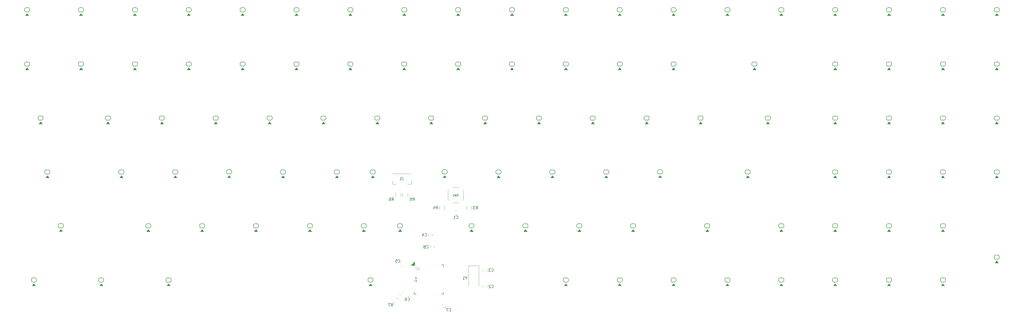
<source format=gbo>
G04 #@! TF.GenerationSoftware,KiCad,Pcbnew,(5.99.0-1278-g350696ecd)*
G04 #@! TF.CreationDate,2020-05-04T20:37:44-07:00*
G04 #@! TF.ProjectId,Keyboard - 100 Key Custom,4b657962-6f61-4726-9420-2d2031303020,rev?*
G04 #@! TF.SameCoordinates,Original*
G04 #@! TF.FileFunction,Legend,Bot*
G04 #@! TF.FilePolarity,Positive*
%FSLAX46Y46*%
G04 Gerber Fmt 4.6, Leading zero omitted, Abs format (unit mm)*
G04 Created by KiCad (PCBNEW (5.99.0-1278-g350696ecd)) date 2020-05-04 20:37:44*
%MOMM*%
%LPD*%
G01*
G04 APERTURE LIST*
%ADD10C,0.100000*%
%ADD11C,0.120000*%
%ADD12C,0.150000*%
%ADD13C,5.102000*%
%ADD14C,4.089800*%
%ADD15C,2.642000*%
%ADD16C,1.803800*%
%ADD17C,3.150000*%
%ADD18O,0.652000X1.602000*%
G04 APERTURE END LIST*
D10*
X168720000Y-108220000D02*
X168120000Y-108820000D01*
D11*
X169667214Y-109220000D02*
G75*
G03*
X169667214Y-109220000I-447214J0D01*
G01*
G36*
X168020000Y-108020000D02*
G01*
X166620000Y-108020000D01*
X168020000Y-106620000D01*
X168020000Y-108020000D01*
G37*
D10*
X168020000Y-108020000D02*
X166620000Y-108020000D01*
X168020000Y-106620000D01*
X168020000Y-108020000D01*
D12*
X167845000Y-118195000D02*
X167845000Y-117520000D01*
X178195000Y-118195000D02*
X178195000Y-117520000D01*
X178195000Y-107845000D02*
X178195000Y-108520000D01*
X178195000Y-107845000D02*
X177520000Y-107845000D01*
X178195000Y-118195000D02*
X177520000Y-118195000D01*
X167845000Y-118195000D02*
X168520000Y-118195000D01*
D11*
X165544590Y-83662974D02*
X165544590Y-82458846D01*
X163724590Y-83662974D02*
X163724590Y-82458846D01*
X161471923Y-119290988D02*
X162323370Y-120142435D01*
X160184988Y-120577923D02*
X161036435Y-121429370D01*
X162672437Y-118210529D02*
X163041903Y-118579995D01*
X163676529Y-117206437D02*
X164045995Y-117575903D01*
G36*
X38700000Y-76980000D02*
G01*
X37500000Y-76980000D01*
X38100000Y-76180000D01*
X38700000Y-76980000D01*
G37*
D10*
X38700000Y-76980000D02*
X37500000Y-76980000D01*
X38100000Y-76180000D01*
X38700000Y-76980000D01*
D12*
X39000000Y-75179962D02*
X39000000Y-74680000D01*
X38500000Y-75680000D02*
G75*
G03*
X39000000Y-75180000I0J500000D01*
G01*
X39000000Y-74680000D02*
G75*
G03*
X38500000Y-74180000I-500000J0D01*
G01*
X37700000Y-74180000D02*
X38500000Y-74180000D01*
X37700000Y-74180000D02*
G75*
G03*
X37200000Y-74680000I0J-500000D01*
G01*
X37200000Y-74680038D02*
X37200000Y-75180000D01*
X37700000Y-75680000D02*
X38500000Y-75680000D01*
X37200000Y-75180000D02*
G75*
G03*
X37700000Y-75680000I500000J0D01*
G01*
D11*
X160194590Y-78058410D02*
X160194590Y-79308410D01*
X160194590Y-79308410D02*
X161444590Y-79308410D01*
X166694590Y-79308410D02*
X165444590Y-79308410D01*
X166694590Y-78058410D02*
X166694590Y-79308410D01*
X166694590Y-75558410D02*
X160194590Y-75558410D01*
X190659487Y-108082559D02*
X190659487Y-115332559D01*
X187059487Y-108082559D02*
X190659487Y-108082559D01*
X187059487Y-115332559D02*
X187059487Y-108082559D01*
X183560000Y-80380000D02*
X181480000Y-80380000D01*
X179800000Y-84550000D02*
X180290000Y-85040000D01*
X183560000Y-85820000D02*
X181480000Y-85820000D01*
X179800000Y-81650000D02*
X180290000Y-81160000D01*
X179800000Y-81650000D02*
X179800000Y-84550000D01*
X185240000Y-81650000D02*
X184750000Y-81160000D01*
X185240000Y-81650000D02*
X185240000Y-84550000D01*
X185240000Y-84550000D02*
X184750000Y-85040000D01*
X163126591Y-83658974D02*
X163126591Y-82454846D01*
X161306591Y-83658974D02*
X161306591Y-82454846D01*
X178540000Y-87045436D02*
X178540000Y-88249564D01*
X176720000Y-87045436D02*
X176720000Y-88249564D01*
X186350000Y-88249564D02*
X186350000Y-87045436D01*
X188170000Y-88249564D02*
X188170000Y-87045436D01*
X174960000Y-101093748D02*
X174960000Y-101616252D01*
X173540000Y-101093748D02*
X173540000Y-101616252D01*
X178961995Y-122662097D02*
X178592529Y-123031563D01*
X177957903Y-121658005D02*
X177588437Y-122027471D01*
X162762221Y-107595471D02*
X163131687Y-107226005D01*
X163766313Y-108599563D02*
X164135779Y-108230097D01*
X172772000Y-97029748D02*
X172772000Y-97552252D01*
X174192000Y-97029748D02*
X174192000Y-97552252D01*
X192169487Y-110148812D02*
X192169487Y-109626308D01*
X193589487Y-110148812D02*
X193589487Y-109626308D01*
X193589490Y-115126308D02*
X193589490Y-115648812D01*
X192169490Y-115126308D02*
X192169490Y-115648812D01*
X182298748Y-90060000D02*
X182821252Y-90060000D01*
X182298748Y-88640000D02*
X182821252Y-88640000D01*
G36*
X374444029Y-107131250D02*
G01*
X373244029Y-107131250D01*
X373844029Y-106331250D01*
X374444029Y-107131250D01*
G37*
D10*
X374444029Y-107131250D02*
X373244029Y-107131250D01*
X373844029Y-106331250D01*
X374444029Y-107131250D01*
D12*
X374744029Y-105331212D02*
X374744029Y-104831250D01*
X374244029Y-105831250D02*
G75*
G03*
X374744029Y-105331250I0J500000D01*
G01*
X374744029Y-104831250D02*
G75*
G03*
X374244029Y-104331250I-500000J0D01*
G01*
X373444029Y-104331250D02*
X374244029Y-104331250D01*
X373444029Y-104331250D02*
G75*
G03*
X372944029Y-104831250I0J-500000D01*
G01*
X372944029Y-104831288D02*
X372944029Y-105331250D01*
X373444029Y-105831250D02*
X374244029Y-105831250D01*
X372944029Y-105331250D02*
G75*
G03*
X373444029Y-105831250I500000J0D01*
G01*
G36*
X374451250Y-76980000D02*
G01*
X373251250Y-76980000D01*
X373851250Y-76180000D01*
X374451250Y-76980000D01*
G37*
D10*
X374451250Y-76980000D02*
X373251250Y-76980000D01*
X373851250Y-76180000D01*
X374451250Y-76980000D01*
D12*
X374751250Y-75179962D02*
X374751250Y-74680000D01*
X374251250Y-75680000D02*
G75*
G03*
X374751250Y-75180000I0J500000D01*
G01*
X374751250Y-74680000D02*
G75*
G03*
X374251250Y-74180000I-500000J0D01*
G01*
X373451250Y-74180000D02*
X374251250Y-74180000D01*
X373451250Y-74180000D02*
G75*
G03*
X372951250Y-74680000I0J-500000D01*
G01*
X372951250Y-74680038D02*
X372951250Y-75180000D01*
X373451250Y-75680000D02*
X374251250Y-75680000D01*
X372951250Y-75180000D02*
G75*
G03*
X373451250Y-75680000I500000J0D01*
G01*
G36*
X374451250Y-57940000D02*
G01*
X373251250Y-57940000D01*
X373851250Y-57140000D01*
X374451250Y-57940000D01*
G37*
D10*
X374451250Y-57940000D02*
X373251250Y-57940000D01*
X373851250Y-57140000D01*
X374451250Y-57940000D01*
D12*
X374751250Y-56139962D02*
X374751250Y-55640000D01*
X374251250Y-56640000D02*
G75*
G03*
X374751250Y-56140000I0J500000D01*
G01*
X374751250Y-55640000D02*
G75*
G03*
X374251250Y-55140000I-500000J0D01*
G01*
X373451250Y-55140000D02*
X374251250Y-55140000D01*
X373451250Y-55140000D02*
G75*
G03*
X372951250Y-55640000I0J-500000D01*
G01*
X372951250Y-55640038D02*
X372951250Y-56140000D01*
X373451250Y-56640000D02*
X374251250Y-56640000D01*
X372951250Y-56140000D02*
G75*
G03*
X373451250Y-56640000I500000J0D01*
G01*
G36*
X374461250Y-38808999D02*
G01*
X373261250Y-38808999D01*
X373861250Y-38008999D01*
X374461250Y-38808999D01*
G37*
D10*
X374461250Y-38808999D02*
X373261250Y-38808999D01*
X373861250Y-38008999D01*
X374461250Y-38808999D01*
D12*
X374761250Y-37008961D02*
X374761250Y-36508999D01*
X374261250Y-37508999D02*
G75*
G03*
X374761250Y-37008999I0J500000D01*
G01*
X374761250Y-36508999D02*
G75*
G03*
X374261250Y-36008999I-500000J0D01*
G01*
X373461250Y-36008999D02*
X374261250Y-36008999D01*
X373461250Y-36008999D02*
G75*
G03*
X372961250Y-36508999I0J-500000D01*
G01*
X372961250Y-36509037D02*
X372961250Y-37008999D01*
X373461250Y-37508999D02*
X374261250Y-37508999D01*
X372961250Y-37008999D02*
G75*
G03*
X373461250Y-37508999I500000J0D01*
G01*
G36*
X374471250Y-19632999D02*
G01*
X373271250Y-19632999D01*
X373871250Y-18832999D01*
X374471250Y-19632999D01*
G37*
D10*
X374471250Y-19632999D02*
X373271250Y-19632999D01*
X373871250Y-18832999D01*
X374471250Y-19632999D01*
D12*
X374771250Y-17832961D02*
X374771250Y-17332999D01*
X374271250Y-18332999D02*
G75*
G03*
X374771250Y-17832999I0J500000D01*
G01*
X374771250Y-17332999D02*
G75*
G03*
X374271250Y-16832999I-500000J0D01*
G01*
X373471250Y-16832999D02*
X374271250Y-16832999D01*
X373471250Y-16832999D02*
G75*
G03*
X372971250Y-17332999I0J-500000D01*
G01*
X372971250Y-17333037D02*
X372971250Y-17832999D01*
X373471250Y-18332999D02*
X374271250Y-18332999D01*
X372971250Y-17832999D02*
G75*
G03*
X373471250Y-18332999I500000J0D01*
G01*
X353901250Y-113408000D02*
G75*
G03*
X354401250Y-113908000I500000J0D01*
G01*
X354401250Y-113908000D02*
X355201250Y-113908000D01*
X353901250Y-112908038D02*
X353901250Y-113408000D01*
X354401250Y-112408000D02*
G75*
G03*
X353901250Y-112908000I0J-500000D01*
G01*
X354401250Y-112408000D02*
X355201250Y-112408000D01*
X355701250Y-112908000D02*
G75*
G03*
X355201250Y-112408000I-500000J0D01*
G01*
X355201250Y-113908000D02*
G75*
G03*
X355701250Y-113408000I0J500000D01*
G01*
X355701250Y-113407962D02*
X355701250Y-112908000D01*
G36*
X355401250Y-115208000D02*
G01*
X354201250Y-115208000D01*
X354801250Y-114408000D01*
X355401250Y-115208000D01*
G37*
D10*
X355401250Y-115208000D02*
X354201250Y-115208000D01*
X354801250Y-114408000D01*
X355401250Y-115208000D01*
G36*
X355404166Y-96030000D02*
G01*
X354204166Y-96030000D01*
X354804166Y-95230000D01*
X355404166Y-96030000D01*
G37*
X355404166Y-96030000D02*
X354204166Y-96030000D01*
X354804166Y-95230000D01*
X355404166Y-96030000D01*
D12*
X355704166Y-94229962D02*
X355704166Y-93730000D01*
X355204166Y-94730000D02*
G75*
G03*
X355704166Y-94230000I0J500000D01*
G01*
X355704166Y-93730000D02*
G75*
G03*
X355204166Y-93230000I-500000J0D01*
G01*
X354404166Y-93230000D02*
X355204166Y-93230000D01*
X354404166Y-93230000D02*
G75*
G03*
X353904166Y-93730000I0J-500000D01*
G01*
X353904166Y-93730038D02*
X353904166Y-94230000D01*
X354404166Y-94730000D02*
X355204166Y-94730000D01*
X353904166Y-94230000D02*
G75*
G03*
X354404166Y-94730000I500000J0D01*
G01*
G36*
X355391250Y-76980000D02*
G01*
X354191250Y-76980000D01*
X354791250Y-76180000D01*
X355391250Y-76980000D01*
G37*
D10*
X355391250Y-76980000D02*
X354191250Y-76980000D01*
X354791250Y-76180000D01*
X355391250Y-76980000D01*
D12*
X355691250Y-75179962D02*
X355691250Y-74680000D01*
X355191250Y-75680000D02*
G75*
G03*
X355691250Y-75180000I0J500000D01*
G01*
X355691250Y-74680000D02*
G75*
G03*
X355191250Y-74180000I-500000J0D01*
G01*
X354391250Y-74180000D02*
X355191250Y-74180000D01*
X354391250Y-74180000D02*
G75*
G03*
X353891250Y-74680000I0J-500000D01*
G01*
X353891250Y-74680038D02*
X353891250Y-75180000D01*
X354391250Y-75680000D02*
X355191250Y-75680000D01*
X353891250Y-75180000D02*
G75*
G03*
X354391250Y-75680000I500000J0D01*
G01*
G36*
X355391250Y-57940000D02*
G01*
X354191250Y-57940000D01*
X354791250Y-57140000D01*
X355391250Y-57940000D01*
G37*
D10*
X355391250Y-57940000D02*
X354191250Y-57940000D01*
X354791250Y-57140000D01*
X355391250Y-57940000D01*
D12*
X355691250Y-56139962D02*
X355691250Y-55640000D01*
X355191250Y-56640000D02*
G75*
G03*
X355691250Y-56140000I0J500000D01*
G01*
X355691250Y-55640000D02*
G75*
G03*
X355191250Y-55140000I-500000J0D01*
G01*
X354391250Y-55140000D02*
X355191250Y-55140000D01*
X354391250Y-55140000D02*
G75*
G03*
X353891250Y-55640000I0J-500000D01*
G01*
X353891250Y-55640038D02*
X353891250Y-56140000D01*
X354391250Y-56640000D02*
X355191250Y-56640000D01*
X353891250Y-56140000D02*
G75*
G03*
X354391250Y-56640000I500000J0D01*
G01*
G36*
X355421250Y-38808999D02*
G01*
X354221250Y-38808999D01*
X354821250Y-38008999D01*
X355421250Y-38808999D01*
G37*
D10*
X355421250Y-38808999D02*
X354221250Y-38808999D01*
X354821250Y-38008999D01*
X355421250Y-38808999D01*
D12*
X355721250Y-37008961D02*
X355721250Y-36508999D01*
X355221250Y-37508999D02*
G75*
G03*
X355721250Y-37008999I0J500000D01*
G01*
X355721250Y-36508999D02*
G75*
G03*
X355221250Y-36008999I-500000J0D01*
G01*
X354421250Y-36008999D02*
X355221250Y-36008999D01*
X354421250Y-36008999D02*
G75*
G03*
X353921250Y-36508999I0J-500000D01*
G01*
X353921250Y-36509037D02*
X353921250Y-37008999D01*
X354421250Y-37508999D02*
X355221250Y-37508999D01*
X353921250Y-37008999D02*
G75*
G03*
X354421250Y-37508999I500000J0D01*
G01*
G36*
X355421250Y-19632999D02*
G01*
X354221250Y-19632999D01*
X354821250Y-18832999D01*
X355421250Y-19632999D01*
G37*
D10*
X355421250Y-19632999D02*
X354221250Y-19632999D01*
X354821250Y-18832999D01*
X355421250Y-19632999D01*
D12*
X355721250Y-17832961D02*
X355721250Y-17332999D01*
X355221250Y-18332999D02*
G75*
G03*
X355721250Y-17832999I0J500000D01*
G01*
X355721250Y-17332999D02*
G75*
G03*
X355221250Y-16832999I-500000J0D01*
G01*
X354421250Y-16832999D02*
X355221250Y-16832999D01*
X354421250Y-16832999D02*
G75*
G03*
X353921250Y-17332999I0J-500000D01*
G01*
X353921250Y-17333037D02*
X353921250Y-17832999D01*
X354421250Y-18332999D02*
X355221250Y-18332999D01*
X353921250Y-17832999D02*
G75*
G03*
X354421250Y-18332999I500000J0D01*
G01*
X334851250Y-113418000D02*
G75*
G03*
X335351250Y-113918000I500000J0D01*
G01*
X335351250Y-113918000D02*
X336151250Y-113918000D01*
X334851250Y-112918038D02*
X334851250Y-113418000D01*
X335351250Y-112418000D02*
G75*
G03*
X334851250Y-112918000I0J-500000D01*
G01*
X335351250Y-112418000D02*
X336151250Y-112418000D01*
X336651250Y-112918000D02*
G75*
G03*
X336151250Y-112418000I-500000J0D01*
G01*
X336151250Y-113918000D02*
G75*
G03*
X336651250Y-113418000I0J500000D01*
G01*
X336651250Y-113417962D02*
X336651250Y-112918000D01*
G36*
X336351250Y-115218000D02*
G01*
X335151250Y-115218000D01*
X335751250Y-114418000D01*
X336351250Y-115218000D01*
G37*
D10*
X336351250Y-115218000D02*
X335151250Y-115218000D01*
X335751250Y-114418000D01*
X336351250Y-115218000D01*
G36*
X336351250Y-96030000D02*
G01*
X335151250Y-96030000D01*
X335751250Y-95230000D01*
X336351250Y-96030000D01*
G37*
X336351250Y-96030000D02*
X335151250Y-96030000D01*
X335751250Y-95230000D01*
X336351250Y-96030000D01*
D12*
X336651250Y-94229962D02*
X336651250Y-93730000D01*
X336151250Y-94730000D02*
G75*
G03*
X336651250Y-94230000I0J500000D01*
G01*
X336651250Y-93730000D02*
G75*
G03*
X336151250Y-93230000I-500000J0D01*
G01*
X335351250Y-93230000D02*
X336151250Y-93230000D01*
X335351250Y-93230000D02*
G75*
G03*
X334851250Y-93730000I0J-500000D01*
G01*
X334851250Y-93730038D02*
X334851250Y-94230000D01*
X335351250Y-94730000D02*
X336151250Y-94730000D01*
X334851250Y-94230000D02*
G75*
G03*
X335351250Y-94730000I500000J0D01*
G01*
G36*
X336351250Y-76980000D02*
G01*
X335151250Y-76980000D01*
X335751250Y-76180000D01*
X336351250Y-76980000D01*
G37*
D10*
X336351250Y-76980000D02*
X335151250Y-76980000D01*
X335751250Y-76180000D01*
X336351250Y-76980000D01*
D12*
X336651250Y-75179962D02*
X336651250Y-74680000D01*
X336151250Y-75680000D02*
G75*
G03*
X336651250Y-75180000I0J500000D01*
G01*
X336651250Y-74680000D02*
G75*
G03*
X336151250Y-74180000I-500000J0D01*
G01*
X335351250Y-74180000D02*
X336151250Y-74180000D01*
X335351250Y-74180000D02*
G75*
G03*
X334851250Y-74680000I0J-500000D01*
G01*
X334851250Y-74680038D02*
X334851250Y-75180000D01*
X335351250Y-75680000D02*
X336151250Y-75680000D01*
X334851250Y-75180000D02*
G75*
G03*
X335351250Y-75680000I500000J0D01*
G01*
G36*
X336351250Y-57940000D02*
G01*
X335151250Y-57940000D01*
X335751250Y-57140000D01*
X336351250Y-57940000D01*
G37*
D10*
X336351250Y-57940000D02*
X335151250Y-57940000D01*
X335751250Y-57140000D01*
X336351250Y-57940000D01*
D12*
X336651250Y-56139962D02*
X336651250Y-55640000D01*
X336151250Y-56640000D02*
G75*
G03*
X336651250Y-56140000I0J500000D01*
G01*
X336651250Y-55640000D02*
G75*
G03*
X336151250Y-55140000I-500000J0D01*
G01*
X335351250Y-55140000D02*
X336151250Y-55140000D01*
X335351250Y-55140000D02*
G75*
G03*
X334851250Y-55640000I0J-500000D01*
G01*
X334851250Y-55640038D02*
X334851250Y-56140000D01*
X335351250Y-56640000D02*
X336151250Y-56640000D01*
X334851250Y-56140000D02*
G75*
G03*
X335351250Y-56640000I500000J0D01*
G01*
G36*
X336361250Y-38808999D02*
G01*
X335161250Y-38808999D01*
X335761250Y-38008999D01*
X336361250Y-38808999D01*
G37*
D10*
X336361250Y-38808999D02*
X335161250Y-38808999D01*
X335761250Y-38008999D01*
X336361250Y-38808999D01*
D12*
X336661250Y-37008961D02*
X336661250Y-36508999D01*
X336161250Y-37508999D02*
G75*
G03*
X336661250Y-37008999I0J500000D01*
G01*
X336661250Y-36508999D02*
G75*
G03*
X336161250Y-36008999I-500000J0D01*
G01*
X335361250Y-36008999D02*
X336161250Y-36008999D01*
X335361250Y-36008999D02*
G75*
G03*
X334861250Y-36508999I0J-500000D01*
G01*
X334861250Y-36509037D02*
X334861250Y-37008999D01*
X335361250Y-37508999D02*
X336161250Y-37508999D01*
X334861250Y-37008999D02*
G75*
G03*
X335361250Y-37508999I500000J0D01*
G01*
G36*
X336371250Y-19632999D02*
G01*
X335171250Y-19632999D01*
X335771250Y-18832999D01*
X336371250Y-19632999D01*
G37*
D10*
X336371250Y-19632999D02*
X335171250Y-19632999D01*
X335771250Y-18832999D01*
X336371250Y-19632999D01*
D12*
X336671250Y-17832961D02*
X336671250Y-17332999D01*
X336171250Y-18332999D02*
G75*
G03*
X336671250Y-17832999I0J500000D01*
G01*
X336671250Y-17332999D02*
G75*
G03*
X336171250Y-16832999I-500000J0D01*
G01*
X335371250Y-16832999D02*
X336171250Y-16832999D01*
X335371250Y-16832999D02*
G75*
G03*
X334871250Y-17332999I0J-500000D01*
G01*
X334871250Y-17333037D02*
X334871250Y-17832999D01*
X335371250Y-18332999D02*
X336171250Y-18332999D01*
X334871250Y-17832999D02*
G75*
G03*
X335371250Y-18332999I500000J0D01*
G01*
X315791250Y-113418000D02*
G75*
G03*
X316291250Y-113918000I500000J0D01*
G01*
X316291250Y-113918000D02*
X317091250Y-113918000D01*
X315791250Y-112918038D02*
X315791250Y-113418000D01*
X316291250Y-112418000D02*
G75*
G03*
X315791250Y-112918000I0J-500000D01*
G01*
X316291250Y-112418000D02*
X317091250Y-112418000D01*
X317591250Y-112918000D02*
G75*
G03*
X317091250Y-112418000I-500000J0D01*
G01*
X317091250Y-113918000D02*
G75*
G03*
X317591250Y-113418000I0J500000D01*
G01*
X317591250Y-113417962D02*
X317591250Y-112918000D01*
G36*
X317291250Y-115218000D02*
G01*
X316091250Y-115218000D01*
X316691250Y-114418000D01*
X317291250Y-115218000D01*
G37*
D10*
X317291250Y-115218000D02*
X316091250Y-115218000D01*
X316691250Y-114418000D01*
X317291250Y-115218000D01*
G36*
X317291250Y-96030000D02*
G01*
X316091250Y-96030000D01*
X316691250Y-95230000D01*
X317291250Y-96030000D01*
G37*
X317291250Y-96030000D02*
X316091250Y-96030000D01*
X316691250Y-95230000D01*
X317291250Y-96030000D01*
D12*
X317591250Y-94229962D02*
X317591250Y-93730000D01*
X317091250Y-94730000D02*
G75*
G03*
X317591250Y-94230000I0J500000D01*
G01*
X317591250Y-93730000D02*
G75*
G03*
X317091250Y-93230000I-500000J0D01*
G01*
X316291250Y-93230000D02*
X317091250Y-93230000D01*
X316291250Y-93230000D02*
G75*
G03*
X315791250Y-93730000I0J-500000D01*
G01*
X315791250Y-93730038D02*
X315791250Y-94230000D01*
X316291250Y-94730000D02*
X317091250Y-94730000D01*
X315791250Y-94230000D02*
G75*
G03*
X316291250Y-94730000I500000J0D01*
G01*
G36*
X317301250Y-76980000D02*
G01*
X316101250Y-76980000D01*
X316701250Y-76180000D01*
X317301250Y-76980000D01*
G37*
D10*
X317301250Y-76980000D02*
X316101250Y-76980000D01*
X316701250Y-76180000D01*
X317301250Y-76980000D01*
D12*
X317601250Y-75179962D02*
X317601250Y-74680000D01*
X317101250Y-75680000D02*
G75*
G03*
X317601250Y-75180000I0J500000D01*
G01*
X317601250Y-74680000D02*
G75*
G03*
X317101250Y-74180000I-500000J0D01*
G01*
X316301250Y-74180000D02*
X317101250Y-74180000D01*
X316301250Y-74180000D02*
G75*
G03*
X315801250Y-74680000I0J-500000D01*
G01*
X315801250Y-74680038D02*
X315801250Y-75180000D01*
X316301250Y-75680000D02*
X317101250Y-75680000D01*
X315801250Y-75180000D02*
G75*
G03*
X316301250Y-75680000I500000J0D01*
G01*
G36*
X317301250Y-57940000D02*
G01*
X316101250Y-57940000D01*
X316701250Y-57140000D01*
X317301250Y-57940000D01*
G37*
D10*
X317301250Y-57940000D02*
X316101250Y-57940000D01*
X316701250Y-57140000D01*
X317301250Y-57940000D01*
D12*
X317601250Y-56139962D02*
X317601250Y-55640000D01*
X317101250Y-56640000D02*
G75*
G03*
X317601250Y-56140000I0J500000D01*
G01*
X317601250Y-55640000D02*
G75*
G03*
X317101250Y-55140000I-500000J0D01*
G01*
X316301250Y-55140000D02*
X317101250Y-55140000D01*
X316301250Y-55140000D02*
G75*
G03*
X315801250Y-55640000I0J-500000D01*
G01*
X315801250Y-55640038D02*
X315801250Y-56140000D01*
X316301250Y-56640000D02*
X317101250Y-56640000D01*
X315801250Y-56140000D02*
G75*
G03*
X316301250Y-56640000I500000J0D01*
G01*
G36*
X317321250Y-38808999D02*
G01*
X316121250Y-38808999D01*
X316721250Y-38008999D01*
X317321250Y-38808999D01*
G37*
D10*
X317321250Y-38808999D02*
X316121250Y-38808999D01*
X316721250Y-38008999D01*
X317321250Y-38808999D01*
D12*
X317621250Y-37008961D02*
X317621250Y-36508999D01*
X317121250Y-37508999D02*
G75*
G03*
X317621250Y-37008999I0J500000D01*
G01*
X317621250Y-36508999D02*
G75*
G03*
X317121250Y-36008999I-500000J0D01*
G01*
X316321250Y-36008999D02*
X317121250Y-36008999D01*
X316321250Y-36008999D02*
G75*
G03*
X315821250Y-36508999I0J-500000D01*
G01*
X315821250Y-36509037D02*
X315821250Y-37008999D01*
X316321250Y-37508999D02*
X317121250Y-37508999D01*
X315821250Y-37008999D02*
G75*
G03*
X316321250Y-37508999I500000J0D01*
G01*
G36*
X317311250Y-19632999D02*
G01*
X316111250Y-19632999D01*
X316711250Y-18832999D01*
X317311250Y-19632999D01*
G37*
D10*
X317311250Y-19632999D02*
X316111250Y-19632999D01*
X316711250Y-18832999D01*
X317311250Y-19632999D01*
D12*
X317611250Y-17832961D02*
X317611250Y-17332999D01*
X317111250Y-18332999D02*
G75*
G03*
X317611250Y-17832999I0J500000D01*
G01*
X317611250Y-17332999D02*
G75*
G03*
X317111250Y-16832999I-500000J0D01*
G01*
X316311250Y-16832999D02*
X317111250Y-16832999D01*
X316311250Y-16832999D02*
G75*
G03*
X315811250Y-17332999I0J-500000D01*
G01*
X315811250Y-17333037D02*
X315811250Y-17832999D01*
X316311250Y-18332999D02*
X317111250Y-18332999D01*
X315811250Y-17832999D02*
G75*
G03*
X316311250Y-18332999I500000J0D01*
G01*
G36*
X298261250Y-19632999D02*
G01*
X297061250Y-19632999D01*
X297661250Y-18832999D01*
X298261250Y-19632999D01*
G37*
D10*
X298261250Y-19632999D02*
X297061250Y-19632999D01*
X297661250Y-18832999D01*
X298261250Y-19632999D01*
D12*
X298561250Y-17832961D02*
X298561250Y-17332999D01*
X298061250Y-18332999D02*
G75*
G03*
X298561250Y-17832999I0J500000D01*
G01*
X298561250Y-17332999D02*
G75*
G03*
X298061250Y-16832999I-500000J0D01*
G01*
X297261250Y-16832999D02*
X298061250Y-16832999D01*
X297261250Y-16832999D02*
G75*
G03*
X296761250Y-17332999I0J-500000D01*
G01*
X296761250Y-17333037D02*
X296761250Y-17832999D01*
X297261250Y-18332999D02*
X298061250Y-18332999D01*
X296761250Y-17832999D02*
G75*
G03*
X297261250Y-18332999I500000J0D01*
G01*
X296741250Y-113418000D02*
G75*
G03*
X297241250Y-113918000I500000J0D01*
G01*
X297241250Y-113918000D02*
X298041250Y-113918000D01*
X296741250Y-112918038D02*
X296741250Y-113418000D01*
X297241250Y-112418000D02*
G75*
G03*
X296741250Y-112918000I0J-500000D01*
G01*
X297241250Y-112418000D02*
X298041250Y-112418000D01*
X298541250Y-112918000D02*
G75*
G03*
X298041250Y-112418000I-500000J0D01*
G01*
X298041250Y-113918000D02*
G75*
G03*
X298541250Y-113418000I0J500000D01*
G01*
X298541250Y-113417962D02*
X298541250Y-112918000D01*
G36*
X298241250Y-115218000D02*
G01*
X297041250Y-115218000D01*
X297641250Y-114418000D01*
X298241250Y-115218000D01*
G37*
D10*
X298241250Y-115218000D02*
X297041250Y-115218000D01*
X297641250Y-114418000D01*
X298241250Y-115218000D01*
G36*
X298241250Y-96030000D02*
G01*
X297041250Y-96030000D01*
X297641250Y-95230000D01*
X298241250Y-96030000D01*
G37*
X298241250Y-96030000D02*
X297041250Y-96030000D01*
X297641250Y-95230000D01*
X298241250Y-96030000D01*
D12*
X298541250Y-94229962D02*
X298541250Y-93730000D01*
X298041250Y-94730000D02*
G75*
G03*
X298541250Y-94230000I0J500000D01*
G01*
X298541250Y-93730000D02*
G75*
G03*
X298041250Y-93230000I-500000J0D01*
G01*
X297241250Y-93230000D02*
X298041250Y-93230000D01*
X297241250Y-93230000D02*
G75*
G03*
X296741250Y-93730000I0J-500000D01*
G01*
X296741250Y-93730038D02*
X296741250Y-94230000D01*
X297241250Y-94730000D02*
X298041250Y-94730000D01*
X296741250Y-94230000D02*
G75*
G03*
X297241250Y-94730000I500000J0D01*
G01*
G36*
X286351250Y-76980000D02*
G01*
X285151250Y-76980000D01*
X285751250Y-76180000D01*
X286351250Y-76980000D01*
G37*
D10*
X286351250Y-76980000D02*
X285151250Y-76980000D01*
X285751250Y-76180000D01*
X286351250Y-76980000D01*
D12*
X286651250Y-75179962D02*
X286651250Y-74680000D01*
X286151250Y-75680000D02*
G75*
G03*
X286651250Y-75180000I0J500000D01*
G01*
X286651250Y-74680000D02*
G75*
G03*
X286151250Y-74180000I-500000J0D01*
G01*
X285351250Y-74180000D02*
X286151250Y-74180000D01*
X285351250Y-74180000D02*
G75*
G03*
X284851250Y-74680000I0J-500000D01*
G01*
X284851250Y-74680038D02*
X284851250Y-75180000D01*
X285351250Y-75680000D02*
X286151250Y-75680000D01*
X284851250Y-75180000D02*
G75*
G03*
X285351250Y-75680000I500000J0D01*
G01*
G36*
X293491250Y-57940000D02*
G01*
X292291250Y-57940000D01*
X292891250Y-57140000D01*
X293491250Y-57940000D01*
G37*
D10*
X293491250Y-57940000D02*
X292291250Y-57940000D01*
X292891250Y-57140000D01*
X293491250Y-57940000D01*
D12*
X293791250Y-56139962D02*
X293791250Y-55640000D01*
X293291250Y-56640000D02*
G75*
G03*
X293791250Y-56140000I0J500000D01*
G01*
X293791250Y-55640000D02*
G75*
G03*
X293291250Y-55140000I-500000J0D01*
G01*
X292491250Y-55140000D02*
X293291250Y-55140000D01*
X292491250Y-55140000D02*
G75*
G03*
X291991250Y-55640000I0J-500000D01*
G01*
X291991250Y-55640038D02*
X291991250Y-56140000D01*
X292491250Y-56640000D02*
X293291250Y-56640000D01*
X291991250Y-56140000D02*
G75*
G03*
X292491250Y-56640000I500000J0D01*
G01*
G36*
X288741250Y-38808999D02*
G01*
X287541250Y-38808999D01*
X288141250Y-38008999D01*
X288741250Y-38808999D01*
G37*
D10*
X288741250Y-38808999D02*
X287541250Y-38808999D01*
X288141250Y-38008999D01*
X288741250Y-38808999D01*
D12*
X289041250Y-37008961D02*
X289041250Y-36508999D01*
X288541250Y-37508999D02*
G75*
G03*
X289041250Y-37008999I0J500000D01*
G01*
X289041250Y-36508999D02*
G75*
G03*
X288541250Y-36008999I-500000J0D01*
G01*
X287741250Y-36008999D02*
X288541250Y-36008999D01*
X287741250Y-36008999D02*
G75*
G03*
X287241250Y-36508999I0J-500000D01*
G01*
X287241250Y-36509037D02*
X287241250Y-37008999D01*
X287741250Y-37508999D02*
X288541250Y-37508999D01*
X287241250Y-37008999D02*
G75*
G03*
X287741250Y-37508999I500000J0D01*
G01*
G36*
X279211250Y-19632999D02*
G01*
X278011250Y-19632999D01*
X278611250Y-18832999D01*
X279211250Y-19632999D01*
G37*
D10*
X279211250Y-19632999D02*
X278011250Y-19632999D01*
X278611250Y-18832999D01*
X279211250Y-19632999D01*
D12*
X279511250Y-17832961D02*
X279511250Y-17332999D01*
X279011250Y-18332999D02*
G75*
G03*
X279511250Y-17832999I0J500000D01*
G01*
X279511250Y-17332999D02*
G75*
G03*
X279011250Y-16832999I-500000J0D01*
G01*
X278211250Y-16832999D02*
X279011250Y-16832999D01*
X278211250Y-16832999D02*
G75*
G03*
X277711250Y-17332999I0J-500000D01*
G01*
X277711250Y-17333037D02*
X277711250Y-17832999D01*
X278211250Y-18332999D02*
X279011250Y-18332999D01*
X277711250Y-17832999D02*
G75*
G03*
X278211250Y-18332999I500000J0D01*
G01*
X277701250Y-113418000D02*
G75*
G03*
X278201250Y-113918000I500000J0D01*
G01*
X278201250Y-113918000D02*
X279001250Y-113918000D01*
X277701250Y-112918038D02*
X277701250Y-113418000D01*
X278201250Y-112418000D02*
G75*
G03*
X277701250Y-112918000I0J-500000D01*
G01*
X278201250Y-112418000D02*
X279001250Y-112418000D01*
X279501250Y-112918000D02*
G75*
G03*
X279001250Y-112418000I-500000J0D01*
G01*
X279001250Y-113918000D02*
G75*
G03*
X279501250Y-113418000I0J500000D01*
G01*
X279501250Y-113417962D02*
X279501250Y-112918000D01*
G36*
X279201250Y-115218000D02*
G01*
X278001250Y-115218000D01*
X278601250Y-114418000D01*
X279201250Y-115218000D01*
G37*
D10*
X279201250Y-115218000D02*
X278001250Y-115218000D01*
X278601250Y-114418000D01*
X279201250Y-115218000D01*
G36*
X272051250Y-96030000D02*
G01*
X270851250Y-96030000D01*
X271451250Y-95230000D01*
X272051250Y-96030000D01*
G37*
X272051250Y-96030000D02*
X270851250Y-96030000D01*
X271451250Y-95230000D01*
X272051250Y-96030000D01*
D12*
X272351250Y-94229962D02*
X272351250Y-93730000D01*
X271851250Y-94730000D02*
G75*
G03*
X272351250Y-94230000I0J500000D01*
G01*
X272351250Y-93730000D02*
G75*
G03*
X271851250Y-93230000I-500000J0D01*
G01*
X271051250Y-93230000D02*
X271851250Y-93230000D01*
X271051250Y-93230000D02*
G75*
G03*
X270551250Y-93730000I0J-500000D01*
G01*
X270551250Y-93730038D02*
X270551250Y-94230000D01*
X271051250Y-94730000D02*
X271851250Y-94730000D01*
X270551250Y-94230000D02*
G75*
G03*
X271051250Y-94730000I500000J0D01*
G01*
G36*
X269681250Y-57940000D02*
G01*
X268481250Y-57940000D01*
X269081250Y-57140000D01*
X269681250Y-57940000D01*
G37*
D10*
X269681250Y-57940000D02*
X268481250Y-57940000D01*
X269081250Y-57140000D01*
X269681250Y-57940000D01*
D12*
X269981250Y-56139962D02*
X269981250Y-55640000D01*
X269481250Y-56640000D02*
G75*
G03*
X269981250Y-56140000I0J500000D01*
G01*
X269981250Y-55640000D02*
G75*
G03*
X269481250Y-55140000I-500000J0D01*
G01*
X268681250Y-55140000D02*
X269481250Y-55140000D01*
X268681250Y-55140000D02*
G75*
G03*
X268181250Y-55640000I0J-500000D01*
G01*
X268181250Y-55640038D02*
X268181250Y-56140000D01*
X268681250Y-56640000D02*
X269481250Y-56640000D01*
X268181250Y-56140000D02*
G75*
G03*
X268681250Y-56640000I500000J0D01*
G01*
G36*
X260161250Y-38808999D02*
G01*
X258961250Y-38808999D01*
X259561250Y-38008999D01*
X260161250Y-38808999D01*
G37*
D10*
X260161250Y-38808999D02*
X258961250Y-38808999D01*
X259561250Y-38008999D01*
X260161250Y-38808999D01*
D12*
X260461250Y-37008961D02*
X260461250Y-36508999D01*
X259961250Y-37508999D02*
G75*
G03*
X260461250Y-37008999I0J500000D01*
G01*
X260461250Y-36508999D02*
G75*
G03*
X259961250Y-36008999I-500000J0D01*
G01*
X259161250Y-36008999D02*
X259961250Y-36008999D01*
X259161250Y-36008999D02*
G75*
G03*
X258661250Y-36508999I0J-500000D01*
G01*
X258661250Y-36509037D02*
X258661250Y-37008999D01*
X259161250Y-37508999D02*
X259961250Y-37508999D01*
X258661250Y-37008999D02*
G75*
G03*
X259161250Y-37508999I500000J0D01*
G01*
G36*
X260161250Y-19632999D02*
G01*
X258961250Y-19632999D01*
X259561250Y-18832999D01*
X260161250Y-19632999D01*
G37*
D10*
X260161250Y-19632999D02*
X258961250Y-19632999D01*
X259561250Y-18832999D01*
X260161250Y-19632999D01*
D12*
X260461250Y-17832961D02*
X260461250Y-17332999D01*
X259961250Y-18332999D02*
G75*
G03*
X260461250Y-17832999I0J500000D01*
G01*
X260461250Y-17332999D02*
G75*
G03*
X259961250Y-16832999I-500000J0D01*
G01*
X259161250Y-16832999D02*
X259961250Y-16832999D01*
X259161250Y-16832999D02*
G75*
G03*
X258661250Y-17332999I0J-500000D01*
G01*
X258661250Y-17333037D02*
X258661250Y-17832999D01*
X259161250Y-18332999D02*
X259961250Y-18332999D01*
X258661250Y-17832999D02*
G75*
G03*
X259161250Y-18332999I500000J0D01*
G01*
X258651250Y-113418000D02*
G75*
G03*
X259151250Y-113918000I500000J0D01*
G01*
X259151250Y-113918000D02*
X259951250Y-113918000D01*
X258651250Y-112918038D02*
X258651250Y-113418000D01*
X259151250Y-112418000D02*
G75*
G03*
X258651250Y-112918000I0J-500000D01*
G01*
X259151250Y-112418000D02*
X259951250Y-112418000D01*
X260451250Y-112918000D02*
G75*
G03*
X259951250Y-112418000I-500000J0D01*
G01*
X259951250Y-113918000D02*
G75*
G03*
X260451250Y-113418000I0J500000D01*
G01*
X260451250Y-113417962D02*
X260451250Y-112918000D01*
G36*
X260151250Y-115218000D02*
G01*
X258951250Y-115218000D01*
X259551250Y-114418000D01*
X260151250Y-115218000D01*
G37*
D10*
X260151250Y-115218000D02*
X258951250Y-115218000D01*
X259551250Y-114418000D01*
X260151250Y-115218000D01*
G36*
X255381250Y-76960000D02*
G01*
X254181250Y-76960000D01*
X254781250Y-76160000D01*
X255381250Y-76960000D01*
G37*
X255381250Y-76960000D02*
X254181250Y-76960000D01*
X254781250Y-76160000D01*
X255381250Y-76960000D01*
D12*
X255681250Y-75159962D02*
X255681250Y-74660000D01*
X255181250Y-75660000D02*
G75*
G03*
X255681250Y-75160000I0J500000D01*
G01*
X255681250Y-74660000D02*
G75*
G03*
X255181250Y-74160000I-500000J0D01*
G01*
X254381250Y-74160000D02*
X255181250Y-74160000D01*
X254381250Y-74160000D02*
G75*
G03*
X253881250Y-74660000I0J-500000D01*
G01*
X253881250Y-74660038D02*
X253881250Y-75160000D01*
X254381250Y-75660000D02*
X255181250Y-75660000D01*
X253881250Y-75160000D02*
G75*
G03*
X254381250Y-75660000I500000J0D01*
G01*
G36*
X250621250Y-57940000D02*
G01*
X249421250Y-57940000D01*
X250021250Y-57140000D01*
X250621250Y-57940000D01*
G37*
D10*
X250621250Y-57940000D02*
X249421250Y-57940000D01*
X250021250Y-57140000D01*
X250621250Y-57940000D01*
D12*
X250921250Y-56139962D02*
X250921250Y-55640000D01*
X250421250Y-56640000D02*
G75*
G03*
X250921250Y-56140000I0J500000D01*
G01*
X250921250Y-55640000D02*
G75*
G03*
X250421250Y-55140000I-500000J0D01*
G01*
X249621250Y-55140000D02*
X250421250Y-55140000D01*
X249621250Y-55140000D02*
G75*
G03*
X249121250Y-55640000I0J-500000D01*
G01*
X249121250Y-55640038D02*
X249121250Y-56140000D01*
X249621250Y-56640000D02*
X250421250Y-56640000D01*
X249121250Y-56140000D02*
G75*
G03*
X249621250Y-56640000I500000J0D01*
G01*
G36*
X241111250Y-38808999D02*
G01*
X239911250Y-38808999D01*
X240511250Y-38008999D01*
X241111250Y-38808999D01*
G37*
D10*
X241111250Y-38808999D02*
X239911250Y-38808999D01*
X240511250Y-38008999D01*
X241111250Y-38808999D01*
D12*
X241411250Y-37008961D02*
X241411250Y-36508999D01*
X240911250Y-37508999D02*
G75*
G03*
X241411250Y-37008999I0J500000D01*
G01*
X241411250Y-36508999D02*
G75*
G03*
X240911250Y-36008999I-500000J0D01*
G01*
X240111250Y-36008999D02*
X240911250Y-36008999D01*
X240111250Y-36008999D02*
G75*
G03*
X239611250Y-36508999I0J-500000D01*
G01*
X239611250Y-36509037D02*
X239611250Y-37008999D01*
X240111250Y-37508999D02*
X240911250Y-37508999D01*
X239611250Y-37008999D02*
G75*
G03*
X240111250Y-37508999I500000J0D01*
G01*
G36*
X241111250Y-19632999D02*
G01*
X239911250Y-19632999D01*
X240511250Y-18832999D01*
X241111250Y-19632999D01*
G37*
D10*
X241111250Y-19632999D02*
X239911250Y-19632999D01*
X240511250Y-18832999D01*
X241111250Y-19632999D01*
D12*
X241411250Y-17832961D02*
X241411250Y-17332999D01*
X240911250Y-18332999D02*
G75*
G03*
X241411250Y-17832999I0J500000D01*
G01*
X241411250Y-17332999D02*
G75*
G03*
X240911250Y-16832999I-500000J0D01*
G01*
X240111250Y-16832999D02*
X240911250Y-16832999D01*
X240111250Y-16832999D02*
G75*
G03*
X239611250Y-17332999I0J-500000D01*
G01*
X239611250Y-17333037D02*
X239611250Y-17832999D01*
X240111250Y-18332999D02*
X240911250Y-18332999D01*
X239611250Y-17832999D02*
G75*
G03*
X240111250Y-18332999I500000J0D01*
G01*
X239601250Y-113418000D02*
G75*
G03*
X240101250Y-113918000I500000J0D01*
G01*
X240101250Y-113918000D02*
X240901250Y-113918000D01*
X239601250Y-112918038D02*
X239601250Y-113418000D01*
X240101250Y-112418000D02*
G75*
G03*
X239601250Y-112918000I0J-500000D01*
G01*
X240101250Y-112418000D02*
X240901250Y-112418000D01*
X241401250Y-112918000D02*
G75*
G03*
X240901250Y-112418000I-500000J0D01*
G01*
X240901250Y-113918000D02*
G75*
G03*
X241401250Y-113418000I0J500000D01*
G01*
X241401250Y-113417962D02*
X241401250Y-112918000D01*
G36*
X241101250Y-115218000D02*
G01*
X239901250Y-115218000D01*
X240501250Y-114418000D01*
X241101250Y-115218000D01*
G37*
D10*
X241101250Y-115218000D02*
X239901250Y-115218000D01*
X240501250Y-114418000D01*
X241101250Y-115218000D01*
G36*
X245851250Y-96030000D02*
G01*
X244651250Y-96030000D01*
X245251250Y-95230000D01*
X245851250Y-96030000D01*
G37*
X245851250Y-96030000D02*
X244651250Y-96030000D01*
X245251250Y-95230000D01*
X245851250Y-96030000D01*
D12*
X246151250Y-94229962D02*
X246151250Y-93730000D01*
X245651250Y-94730000D02*
G75*
G03*
X246151250Y-94230000I0J500000D01*
G01*
X246151250Y-93730000D02*
G75*
G03*
X245651250Y-93230000I-500000J0D01*
G01*
X244851250Y-93230000D02*
X245651250Y-93230000D01*
X244851250Y-93230000D02*
G75*
G03*
X244351250Y-93730000I0J-500000D01*
G01*
X244351250Y-93730038D02*
X244351250Y-94230000D01*
X244851250Y-94730000D02*
X245651250Y-94730000D01*
X244351250Y-94230000D02*
G75*
G03*
X244851250Y-94730000I500000J0D01*
G01*
G36*
X236341250Y-76980000D02*
G01*
X235141250Y-76980000D01*
X235741250Y-76180000D01*
X236341250Y-76980000D01*
G37*
D10*
X236341250Y-76980000D02*
X235141250Y-76980000D01*
X235741250Y-76180000D01*
X236341250Y-76980000D01*
D12*
X236641250Y-75179962D02*
X236641250Y-74680000D01*
X236141250Y-75680000D02*
G75*
G03*
X236641250Y-75180000I0J500000D01*
G01*
X236641250Y-74680000D02*
G75*
G03*
X236141250Y-74180000I-500000J0D01*
G01*
X235341250Y-74180000D02*
X236141250Y-74180000D01*
X235341250Y-74180000D02*
G75*
G03*
X234841250Y-74680000I0J-500000D01*
G01*
X234841250Y-74680038D02*
X234841250Y-75180000D01*
X235341250Y-75680000D02*
X236141250Y-75680000D01*
X234841250Y-75180000D02*
G75*
G03*
X235341250Y-75680000I500000J0D01*
G01*
G36*
X231571250Y-57940000D02*
G01*
X230371250Y-57940000D01*
X230971250Y-57140000D01*
X231571250Y-57940000D01*
G37*
D10*
X231571250Y-57940000D02*
X230371250Y-57940000D01*
X230971250Y-57140000D01*
X231571250Y-57940000D01*
D12*
X231871250Y-56139962D02*
X231871250Y-55640000D01*
X231371250Y-56640000D02*
G75*
G03*
X231871250Y-56140000I0J500000D01*
G01*
X231871250Y-55640000D02*
G75*
G03*
X231371250Y-55140000I-500000J0D01*
G01*
X230571250Y-55140000D02*
X231371250Y-55140000D01*
X230571250Y-55140000D02*
G75*
G03*
X230071250Y-55640000I0J-500000D01*
G01*
X230071250Y-55640038D02*
X230071250Y-56140000D01*
X230571250Y-56640000D02*
X231371250Y-56640000D01*
X230071250Y-56140000D02*
G75*
G03*
X230571250Y-56640000I500000J0D01*
G01*
G36*
X222071250Y-38808999D02*
G01*
X220871250Y-38808999D01*
X221471250Y-38008999D01*
X222071250Y-38808999D01*
G37*
D10*
X222071250Y-38808999D02*
X220871250Y-38808999D01*
X221471250Y-38008999D01*
X222071250Y-38808999D01*
D12*
X222371250Y-37008961D02*
X222371250Y-36508999D01*
X221871250Y-37508999D02*
G75*
G03*
X222371250Y-37008999I0J500000D01*
G01*
X222371250Y-36508999D02*
G75*
G03*
X221871250Y-36008999I-500000J0D01*
G01*
X221071250Y-36008999D02*
X221871250Y-36008999D01*
X221071250Y-36008999D02*
G75*
G03*
X220571250Y-36508999I0J-500000D01*
G01*
X220571250Y-36509037D02*
X220571250Y-37008999D01*
X221071250Y-37508999D02*
X221871250Y-37508999D01*
X220571250Y-37008999D02*
G75*
G03*
X221071250Y-37508999I500000J0D01*
G01*
G36*
X222061250Y-19632999D02*
G01*
X220861250Y-19632999D01*
X221461250Y-18832999D01*
X222061250Y-19632999D01*
G37*
D10*
X222061250Y-19632999D02*
X220861250Y-19632999D01*
X221461250Y-18832999D01*
X222061250Y-19632999D01*
D12*
X222361250Y-17832961D02*
X222361250Y-17332999D01*
X221861250Y-18332999D02*
G75*
G03*
X222361250Y-17832999I0J500000D01*
G01*
X222361250Y-17332999D02*
G75*
G03*
X221861250Y-16832999I-500000J0D01*
G01*
X221061250Y-16832999D02*
X221861250Y-16832999D01*
X221061250Y-16832999D02*
G75*
G03*
X220561250Y-17332999I0J-500000D01*
G01*
X220561250Y-17333037D02*
X220561250Y-17832999D01*
X221061250Y-18332999D02*
X221861250Y-18332999D01*
X220561250Y-17832999D02*
G75*
G03*
X221061250Y-18332999I500000J0D01*
G01*
X220551250Y-113408000D02*
G75*
G03*
X221051250Y-113908000I500000J0D01*
G01*
X221051250Y-113908000D02*
X221851250Y-113908000D01*
X220551250Y-112908038D02*
X220551250Y-113408000D01*
X221051250Y-112408000D02*
G75*
G03*
X220551250Y-112908000I0J-500000D01*
G01*
X221051250Y-112408000D02*
X221851250Y-112408000D01*
X222351250Y-112908000D02*
G75*
G03*
X221851250Y-112408000I-500000J0D01*
G01*
X221851250Y-113908000D02*
G75*
G03*
X222351250Y-113408000I0J500000D01*
G01*
X222351250Y-113407962D02*
X222351250Y-112908000D01*
G36*
X222051250Y-115208000D02*
G01*
X220851250Y-115208000D01*
X221451250Y-114408000D01*
X222051250Y-115208000D01*
G37*
D10*
X222051250Y-115208000D02*
X220851250Y-115208000D01*
X221451250Y-114408000D01*
X222051250Y-115208000D01*
G36*
X226821250Y-96030000D02*
G01*
X225621250Y-96030000D01*
X226221250Y-95230000D01*
X226821250Y-96030000D01*
G37*
X226821250Y-96030000D02*
X225621250Y-96030000D01*
X226221250Y-95230000D01*
X226821250Y-96030000D01*
D12*
X227121250Y-94229962D02*
X227121250Y-93730000D01*
X226621250Y-94730000D02*
G75*
G03*
X227121250Y-94230000I0J500000D01*
G01*
X227121250Y-93730000D02*
G75*
G03*
X226621250Y-93230000I-500000J0D01*
G01*
X225821250Y-93230000D02*
X226621250Y-93230000D01*
X225821250Y-93230000D02*
G75*
G03*
X225321250Y-93730000I0J-500000D01*
G01*
X225321250Y-93730038D02*
X225321250Y-94230000D01*
X225821250Y-94730000D02*
X226621250Y-94730000D01*
X225321250Y-94230000D02*
G75*
G03*
X225821250Y-94730000I500000J0D01*
G01*
G36*
X217281250Y-76980000D02*
G01*
X216081250Y-76980000D01*
X216681250Y-76180000D01*
X217281250Y-76980000D01*
G37*
D10*
X217281250Y-76980000D02*
X216081250Y-76980000D01*
X216681250Y-76180000D01*
X217281250Y-76980000D01*
D12*
X217581250Y-75179962D02*
X217581250Y-74680000D01*
X217081250Y-75680000D02*
G75*
G03*
X217581250Y-75180000I0J500000D01*
G01*
X217581250Y-74680000D02*
G75*
G03*
X217081250Y-74180000I-500000J0D01*
G01*
X216281250Y-74180000D02*
X217081250Y-74180000D01*
X216281250Y-74180000D02*
G75*
G03*
X215781250Y-74680000I0J-500000D01*
G01*
X215781250Y-74680038D02*
X215781250Y-75180000D01*
X216281250Y-75680000D02*
X217081250Y-75680000D01*
X215781250Y-75180000D02*
G75*
G03*
X216281250Y-75680000I500000J0D01*
G01*
G36*
X212531250Y-57940000D02*
G01*
X211331250Y-57940000D01*
X211931250Y-57140000D01*
X212531250Y-57940000D01*
G37*
D10*
X212531250Y-57940000D02*
X211331250Y-57940000D01*
X211931250Y-57140000D01*
X212531250Y-57940000D01*
D12*
X212831250Y-56139962D02*
X212831250Y-55640000D01*
X212331250Y-56640000D02*
G75*
G03*
X212831250Y-56140000I0J500000D01*
G01*
X212831250Y-55640000D02*
G75*
G03*
X212331250Y-55140000I-500000J0D01*
G01*
X211531250Y-55140000D02*
X212331250Y-55140000D01*
X211531250Y-55140000D02*
G75*
G03*
X211031250Y-55640000I0J-500000D01*
G01*
X211031250Y-55640038D02*
X211031250Y-56140000D01*
X211531250Y-56640000D02*
X212331250Y-56640000D01*
X211031250Y-56140000D02*
G75*
G03*
X211531250Y-56640000I500000J0D01*
G01*
G36*
X203011250Y-38808999D02*
G01*
X201811250Y-38808999D01*
X202411250Y-38008999D01*
X203011250Y-38808999D01*
G37*
D10*
X203011250Y-38808999D02*
X201811250Y-38808999D01*
X202411250Y-38008999D01*
X203011250Y-38808999D01*
D12*
X203311250Y-37008961D02*
X203311250Y-36508999D01*
X202811250Y-37508999D02*
G75*
G03*
X203311250Y-37008999I0J500000D01*
G01*
X203311250Y-36508999D02*
G75*
G03*
X202811250Y-36008999I-500000J0D01*
G01*
X202011250Y-36008999D02*
X202811250Y-36008999D01*
X202011250Y-36008999D02*
G75*
G03*
X201511250Y-36508999I0J-500000D01*
G01*
X201511250Y-36509037D02*
X201511250Y-37008999D01*
X202011250Y-37508999D02*
X202811250Y-37508999D01*
X201511250Y-37008999D02*
G75*
G03*
X202011250Y-37508999I500000J0D01*
G01*
X201521250Y-17832999D02*
G75*
G03*
X202021250Y-18332999I500000J0D01*
G01*
X202021250Y-18332999D02*
X202821250Y-18332999D01*
X201521250Y-17333037D02*
X201521250Y-17832999D01*
X202021250Y-16832999D02*
G75*
G03*
X201521250Y-17332999I0J-500000D01*
G01*
X202021250Y-16832999D02*
X202821250Y-16832999D01*
X203321250Y-17332999D02*
G75*
G03*
X202821250Y-16832999I-500000J0D01*
G01*
X202821250Y-18332999D02*
G75*
G03*
X203321250Y-17832999I0J500000D01*
G01*
X203321250Y-17832961D02*
X203321250Y-17332999D01*
G36*
X203021250Y-19632999D02*
G01*
X201821250Y-19632999D01*
X202421250Y-18832999D01*
X203021250Y-19632999D01*
G37*
D10*
X203021250Y-19632999D02*
X201821250Y-19632999D01*
X202421250Y-18832999D01*
X203021250Y-19632999D01*
G36*
X207761250Y-96030000D02*
G01*
X206561250Y-96030000D01*
X207161250Y-95230000D01*
X207761250Y-96030000D01*
G37*
X207761250Y-96030000D02*
X206561250Y-96030000D01*
X207161250Y-95230000D01*
X207761250Y-96030000D01*
D12*
X208061250Y-94229962D02*
X208061250Y-93730000D01*
X207561250Y-94730000D02*
G75*
G03*
X208061250Y-94230000I0J500000D01*
G01*
X208061250Y-93730000D02*
G75*
G03*
X207561250Y-93230000I-500000J0D01*
G01*
X206761250Y-93230000D02*
X207561250Y-93230000D01*
X206761250Y-93230000D02*
G75*
G03*
X206261250Y-93730000I0J-500000D01*
G01*
X206261250Y-93730038D02*
X206261250Y-94230000D01*
X206761250Y-94730000D02*
X207561250Y-94730000D01*
X206261250Y-94230000D02*
G75*
G03*
X206761250Y-94730000I500000J0D01*
G01*
G36*
X198250000Y-76980000D02*
G01*
X197050000Y-76980000D01*
X197650000Y-76180000D01*
X198250000Y-76980000D01*
G37*
D10*
X198250000Y-76980000D02*
X197050000Y-76980000D01*
X197650000Y-76180000D01*
X198250000Y-76980000D01*
D12*
X198550000Y-75179962D02*
X198550000Y-74680000D01*
X198050000Y-75680000D02*
G75*
G03*
X198550000Y-75180000I0J500000D01*
G01*
X198550000Y-74680000D02*
G75*
G03*
X198050000Y-74180000I-500000J0D01*
G01*
X197250000Y-74180000D02*
X198050000Y-74180000D01*
X197250000Y-74180000D02*
G75*
G03*
X196750000Y-74680000I0J-500000D01*
G01*
X196750000Y-74680038D02*
X196750000Y-75180000D01*
X197250000Y-75680000D02*
X198050000Y-75680000D01*
X196750000Y-75180000D02*
G75*
G03*
X197250000Y-75680000I500000J0D01*
G01*
G36*
X193491250Y-57930000D02*
G01*
X192291250Y-57930000D01*
X192891250Y-57130000D01*
X193491250Y-57930000D01*
G37*
D10*
X193491250Y-57930000D02*
X192291250Y-57930000D01*
X192891250Y-57130000D01*
X193491250Y-57930000D01*
D12*
X193791250Y-56129962D02*
X193791250Y-55630000D01*
X193291250Y-56630000D02*
G75*
G03*
X193791250Y-56130000I0J500000D01*
G01*
X193791250Y-55630000D02*
G75*
G03*
X193291250Y-55130000I-500000J0D01*
G01*
X192491250Y-55130000D02*
X193291250Y-55130000D01*
X192491250Y-55130000D02*
G75*
G03*
X191991250Y-55630000I0J-500000D01*
G01*
X191991250Y-55630038D02*
X191991250Y-56130000D01*
X192491250Y-56630000D02*
X193291250Y-56630000D01*
X191991250Y-56130000D02*
G75*
G03*
X192491250Y-56630000I500000J0D01*
G01*
G36*
X183971250Y-38808999D02*
G01*
X182771250Y-38808999D01*
X183371250Y-38008999D01*
X183971250Y-38808999D01*
G37*
D10*
X183971250Y-38808999D02*
X182771250Y-38808999D01*
X183371250Y-38008999D01*
X183971250Y-38808999D01*
D12*
X184271250Y-37008961D02*
X184271250Y-36508999D01*
X183771250Y-37508999D02*
G75*
G03*
X184271250Y-37008999I0J500000D01*
G01*
X184271250Y-36508999D02*
G75*
G03*
X183771250Y-36008999I-500000J0D01*
G01*
X182971250Y-36008999D02*
X183771250Y-36008999D01*
X182971250Y-36008999D02*
G75*
G03*
X182471250Y-36508999I0J-500000D01*
G01*
X182471250Y-36509037D02*
X182471250Y-37008999D01*
X182971250Y-37508999D02*
X183771250Y-37508999D01*
X182471250Y-37008999D02*
G75*
G03*
X182971250Y-37508999I500000J0D01*
G01*
G36*
X183971250Y-19632999D02*
G01*
X182771250Y-19632999D01*
X183371250Y-18832999D01*
X183971250Y-19632999D01*
G37*
D10*
X183971250Y-19632999D02*
X182771250Y-19632999D01*
X183371250Y-18832999D01*
X183971250Y-19632999D01*
D12*
X184271250Y-17832961D02*
X184271250Y-17332999D01*
X183771250Y-18332999D02*
G75*
G03*
X184271250Y-17832999I0J500000D01*
G01*
X184271250Y-17332999D02*
G75*
G03*
X183771250Y-16832999I-500000J0D01*
G01*
X182971250Y-16832999D02*
X183771250Y-16832999D01*
X182971250Y-16832999D02*
G75*
G03*
X182471250Y-17332999I0J-500000D01*
G01*
X182471250Y-17333037D02*
X182471250Y-17832999D01*
X182971250Y-18332999D02*
X183771250Y-18332999D01*
X182471250Y-17832999D02*
G75*
G03*
X182971250Y-18332999I500000J0D01*
G01*
G36*
X188711250Y-96030000D02*
G01*
X187511250Y-96030000D01*
X188111250Y-95230000D01*
X188711250Y-96030000D01*
G37*
D10*
X188711250Y-96030000D02*
X187511250Y-96030000D01*
X188111250Y-95230000D01*
X188711250Y-96030000D01*
D12*
X189011250Y-94229962D02*
X189011250Y-93730000D01*
X188511250Y-94730000D02*
G75*
G03*
X189011250Y-94230000I0J500000D01*
G01*
X189011250Y-93730000D02*
G75*
G03*
X188511250Y-93230000I-500000J0D01*
G01*
X187711250Y-93230000D02*
X188511250Y-93230000D01*
X187711250Y-93230000D02*
G75*
G03*
X187211250Y-93730000I0J-500000D01*
G01*
X187211250Y-93730038D02*
X187211250Y-94230000D01*
X187711250Y-94730000D02*
X188511250Y-94730000D01*
X187211250Y-94230000D02*
G75*
G03*
X187711250Y-94730000I500000J0D01*
G01*
G36*
X179188602Y-76960000D02*
G01*
X177988602Y-76960000D01*
X178588602Y-76160000D01*
X179188602Y-76960000D01*
G37*
D10*
X179188602Y-76960000D02*
X177988602Y-76960000D01*
X178588602Y-76160000D01*
X179188602Y-76960000D01*
D12*
X179488602Y-75159962D02*
X179488602Y-74660000D01*
X178988602Y-75660000D02*
G75*
G03*
X179488602Y-75160000I0J500000D01*
G01*
X179488602Y-74660000D02*
G75*
G03*
X178988602Y-74160000I-500000J0D01*
G01*
X178188602Y-74160000D02*
X178988602Y-74160000D01*
X178188602Y-74160000D02*
G75*
G03*
X177688602Y-74660000I0J-500000D01*
G01*
X177688602Y-74660038D02*
X177688602Y-75160000D01*
X178188602Y-75660000D02*
X178988602Y-75660000D01*
X177688602Y-75160000D02*
G75*
G03*
X178188602Y-75660000I500000J0D01*
G01*
G36*
X174431250Y-57930000D02*
G01*
X173231250Y-57930000D01*
X173831250Y-57130000D01*
X174431250Y-57930000D01*
G37*
D10*
X174431250Y-57930000D02*
X173231250Y-57930000D01*
X173831250Y-57130000D01*
X174431250Y-57930000D01*
D12*
X174731250Y-56129962D02*
X174731250Y-55630000D01*
X174231250Y-56630000D02*
G75*
G03*
X174731250Y-56130000I0J500000D01*
G01*
X174731250Y-55630000D02*
G75*
G03*
X174231250Y-55130000I-500000J0D01*
G01*
X173431250Y-55130000D02*
X174231250Y-55130000D01*
X173431250Y-55130000D02*
G75*
G03*
X172931250Y-55630000I0J-500000D01*
G01*
X172931250Y-55630038D02*
X172931250Y-56130000D01*
X173431250Y-56630000D02*
X174231250Y-56630000D01*
X172931250Y-56130000D02*
G75*
G03*
X173431250Y-56630000I500000J0D01*
G01*
G36*
X164911250Y-38808999D02*
G01*
X163711250Y-38808999D01*
X164311250Y-38008999D01*
X164911250Y-38808999D01*
G37*
D10*
X164911250Y-38808999D02*
X163711250Y-38808999D01*
X164311250Y-38008999D01*
X164911250Y-38808999D01*
D12*
X165211250Y-37008961D02*
X165211250Y-36508999D01*
X164711250Y-37508999D02*
G75*
G03*
X165211250Y-37008999I0J500000D01*
G01*
X165211250Y-36508999D02*
G75*
G03*
X164711250Y-36008999I-500000J0D01*
G01*
X163911250Y-36008999D02*
X164711250Y-36008999D01*
X163911250Y-36008999D02*
G75*
G03*
X163411250Y-36508999I0J-500000D01*
G01*
X163411250Y-36509037D02*
X163411250Y-37008999D01*
X163911250Y-37508999D02*
X164711250Y-37508999D01*
X163411250Y-37008999D02*
G75*
G03*
X163911250Y-37508999I500000J0D01*
G01*
X163421250Y-17832999D02*
G75*
G03*
X163921250Y-18332999I500000J0D01*
G01*
X163921250Y-18332999D02*
X164721250Y-18332999D01*
X163421250Y-17333037D02*
X163421250Y-17832999D01*
X163921250Y-16832999D02*
G75*
G03*
X163421250Y-17332999I0J-500000D01*
G01*
X163921250Y-16832999D02*
X164721250Y-16832999D01*
X165221250Y-17332999D02*
G75*
G03*
X164721250Y-16832999I-500000J0D01*
G01*
X164721250Y-18332999D02*
G75*
G03*
X165221250Y-17832999I0J500000D01*
G01*
X165221250Y-17832961D02*
X165221250Y-17332999D01*
G36*
X164921250Y-19632999D02*
G01*
X163721250Y-19632999D01*
X164321250Y-18832999D01*
X164921250Y-19632999D01*
G37*
D10*
X164921250Y-19632999D02*
X163721250Y-19632999D01*
X164321250Y-18832999D01*
X164921250Y-19632999D01*
G36*
X163414000Y-96030000D02*
G01*
X162214000Y-96030000D01*
X162814000Y-95230000D01*
X163414000Y-96030000D01*
G37*
X163414000Y-96030000D02*
X162214000Y-96030000D01*
X162814000Y-95230000D01*
X163414000Y-96030000D01*
D12*
X163714000Y-94229962D02*
X163714000Y-93730000D01*
X163214000Y-94730000D02*
G75*
G03*
X163714000Y-94230000I0J500000D01*
G01*
X163714000Y-93730000D02*
G75*
G03*
X163214000Y-93230000I-500000J0D01*
G01*
X162414000Y-93230000D02*
X163214000Y-93230000D01*
X162414000Y-93230000D02*
G75*
G03*
X161914000Y-93730000I0J-500000D01*
G01*
X161914000Y-93730038D02*
X161914000Y-94230000D01*
X162414000Y-94730000D02*
X163214000Y-94730000D01*
X161914000Y-94230000D02*
G75*
G03*
X162414000Y-94730000I500000J0D01*
G01*
G36*
X153762000Y-76980000D02*
G01*
X152562000Y-76980000D01*
X153162000Y-76180000D01*
X153762000Y-76980000D01*
G37*
D10*
X153762000Y-76980000D02*
X152562000Y-76980000D01*
X153162000Y-76180000D01*
X153762000Y-76980000D01*
D12*
X154062000Y-75179962D02*
X154062000Y-74680000D01*
X153562000Y-75680000D02*
G75*
G03*
X154062000Y-75180000I0J500000D01*
G01*
X154062000Y-74680000D02*
G75*
G03*
X153562000Y-74180000I-500000J0D01*
G01*
X152762000Y-74180000D02*
X153562000Y-74180000D01*
X152762000Y-74180000D02*
G75*
G03*
X152262000Y-74680000I0J-500000D01*
G01*
X152262000Y-74680038D02*
X152262000Y-75180000D01*
X152762000Y-75680000D02*
X153562000Y-75680000D01*
X152262000Y-75180000D02*
G75*
G03*
X152762000Y-75680000I500000J0D01*
G01*
G36*
X155391250Y-57930000D02*
G01*
X154191250Y-57930000D01*
X154791250Y-57130000D01*
X155391250Y-57930000D01*
G37*
D10*
X155391250Y-57930000D02*
X154191250Y-57930000D01*
X154791250Y-57130000D01*
X155391250Y-57930000D01*
D12*
X155691250Y-56129962D02*
X155691250Y-55630000D01*
X155191250Y-56630000D02*
G75*
G03*
X155691250Y-56130000I0J500000D01*
G01*
X155691250Y-55630000D02*
G75*
G03*
X155191250Y-55130000I-500000J0D01*
G01*
X154391250Y-55130000D02*
X155191250Y-55130000D01*
X154391250Y-55130000D02*
G75*
G03*
X153891250Y-55630000I0J-500000D01*
G01*
X153891250Y-55630038D02*
X153891250Y-56130000D01*
X154391250Y-56630000D02*
X155191250Y-56630000D01*
X153891250Y-56130000D02*
G75*
G03*
X154391250Y-56630000I500000J0D01*
G01*
G36*
X145861250Y-38808999D02*
G01*
X144661250Y-38808999D01*
X145261250Y-38008999D01*
X145861250Y-38808999D01*
G37*
D10*
X145861250Y-38808999D02*
X144661250Y-38808999D01*
X145261250Y-38008999D01*
X145861250Y-38808999D01*
D12*
X146161250Y-37008961D02*
X146161250Y-36508999D01*
X145661250Y-37508999D02*
G75*
G03*
X146161250Y-37008999I0J500000D01*
G01*
X146161250Y-36508999D02*
G75*
G03*
X145661250Y-36008999I-500000J0D01*
G01*
X144861250Y-36008999D02*
X145661250Y-36008999D01*
X144861250Y-36008999D02*
G75*
G03*
X144361250Y-36508999I0J-500000D01*
G01*
X144361250Y-36509037D02*
X144361250Y-37008999D01*
X144861250Y-37508999D02*
X145661250Y-37508999D01*
X144361250Y-37008999D02*
G75*
G03*
X144861250Y-37508999I500000J0D01*
G01*
G36*
X145861250Y-19632999D02*
G01*
X144661250Y-19632999D01*
X145261250Y-18832999D01*
X145861250Y-19632999D01*
G37*
D10*
X145861250Y-19632999D02*
X144661250Y-19632999D01*
X145261250Y-18832999D01*
X145861250Y-19632999D01*
D12*
X146161250Y-17832961D02*
X146161250Y-17332999D01*
X145661250Y-18332999D02*
G75*
G03*
X146161250Y-17832999I0J500000D01*
G01*
X146161250Y-17332999D02*
G75*
G03*
X145661250Y-16832999I-500000J0D01*
G01*
X144861250Y-16832999D02*
X145661250Y-16832999D01*
X144861250Y-16832999D02*
G75*
G03*
X144361250Y-17332999I0J-500000D01*
G01*
X144361250Y-17333037D02*
X144361250Y-17832999D01*
X144861250Y-18332999D02*
X145661250Y-18332999D01*
X144361250Y-17832999D02*
G75*
G03*
X144861250Y-18332999I500000J0D01*
G01*
X151491250Y-113408000D02*
G75*
G03*
X151991250Y-113908000I500000J0D01*
G01*
X151991250Y-113908000D02*
X152791250Y-113908000D01*
X151491250Y-112908038D02*
X151491250Y-113408000D01*
X151991250Y-112408000D02*
G75*
G03*
X151491250Y-112908000I0J-500000D01*
G01*
X151991250Y-112408000D02*
X152791250Y-112408000D01*
X153291250Y-112908000D02*
G75*
G03*
X152791250Y-112408000I-500000J0D01*
G01*
X152791250Y-113908000D02*
G75*
G03*
X153291250Y-113408000I0J500000D01*
G01*
X153291250Y-113407962D02*
X153291250Y-112908000D01*
G36*
X152991250Y-115208000D02*
G01*
X151791250Y-115208000D01*
X152391250Y-114408000D01*
X152991250Y-115208000D01*
G37*
D10*
X152991250Y-115208000D02*
X151791250Y-115208000D01*
X152391250Y-114408000D01*
X152991250Y-115208000D01*
G36*
X150611250Y-96030000D02*
G01*
X149411250Y-96030000D01*
X150011250Y-95230000D01*
X150611250Y-96030000D01*
G37*
X150611250Y-96030000D02*
X149411250Y-96030000D01*
X150011250Y-95230000D01*
X150611250Y-96030000D01*
D12*
X150911250Y-94229962D02*
X150911250Y-93730000D01*
X150411250Y-94730000D02*
G75*
G03*
X150911250Y-94230000I0J500000D01*
G01*
X150911250Y-93730000D02*
G75*
G03*
X150411250Y-93230000I-500000J0D01*
G01*
X149611250Y-93230000D02*
X150411250Y-93230000D01*
X149611250Y-93230000D02*
G75*
G03*
X149111250Y-93730000I0J-500000D01*
G01*
X149111250Y-93730038D02*
X149111250Y-94230000D01*
X149611250Y-94730000D02*
X150411250Y-94730000D01*
X149111250Y-94230000D02*
G75*
G03*
X149611250Y-94730000I500000J0D01*
G01*
G36*
X141081250Y-76980000D02*
G01*
X139881250Y-76980000D01*
X140481250Y-76180000D01*
X141081250Y-76980000D01*
G37*
D10*
X141081250Y-76980000D02*
X139881250Y-76980000D01*
X140481250Y-76180000D01*
X141081250Y-76980000D01*
D12*
X141381250Y-75179962D02*
X141381250Y-74680000D01*
X140881250Y-75680000D02*
G75*
G03*
X141381250Y-75180000I0J500000D01*
G01*
X141381250Y-74680000D02*
G75*
G03*
X140881250Y-74180000I-500000J0D01*
G01*
X140081250Y-74180000D02*
X140881250Y-74180000D01*
X140081250Y-74180000D02*
G75*
G03*
X139581250Y-74680000I0J-500000D01*
G01*
X139581250Y-74680038D02*
X139581250Y-75180000D01*
X140081250Y-75680000D02*
X140881250Y-75680000D01*
X139581250Y-75180000D02*
G75*
G03*
X140081250Y-75680000I500000J0D01*
G01*
G36*
X136331250Y-57930000D02*
G01*
X135131250Y-57930000D01*
X135731250Y-57130000D01*
X136331250Y-57930000D01*
G37*
D10*
X136331250Y-57930000D02*
X135131250Y-57930000D01*
X135731250Y-57130000D01*
X136331250Y-57930000D01*
D12*
X136631250Y-56129962D02*
X136631250Y-55630000D01*
X136131250Y-56630000D02*
G75*
G03*
X136631250Y-56130000I0J500000D01*
G01*
X136631250Y-55630000D02*
G75*
G03*
X136131250Y-55130000I-500000J0D01*
G01*
X135331250Y-55130000D02*
X136131250Y-55130000D01*
X135331250Y-55130000D02*
G75*
G03*
X134831250Y-55630000I0J-500000D01*
G01*
X134831250Y-55630038D02*
X134831250Y-56130000D01*
X135331250Y-56630000D02*
X136131250Y-56630000D01*
X134831250Y-56130000D02*
G75*
G03*
X135331250Y-56630000I500000J0D01*
G01*
G36*
X126811250Y-38808999D02*
G01*
X125611250Y-38808999D01*
X126211250Y-38008999D01*
X126811250Y-38808999D01*
G37*
D10*
X126811250Y-38808999D02*
X125611250Y-38808999D01*
X126211250Y-38008999D01*
X126811250Y-38808999D01*
D12*
X127111250Y-37008961D02*
X127111250Y-36508999D01*
X126611250Y-37508999D02*
G75*
G03*
X127111250Y-37008999I0J500000D01*
G01*
X127111250Y-36508999D02*
G75*
G03*
X126611250Y-36008999I-500000J0D01*
G01*
X125811250Y-36008999D02*
X126611250Y-36008999D01*
X125811250Y-36008999D02*
G75*
G03*
X125311250Y-36508999I0J-500000D01*
G01*
X125311250Y-36509037D02*
X125311250Y-37008999D01*
X125811250Y-37508999D02*
X126611250Y-37508999D01*
X125311250Y-37008999D02*
G75*
G03*
X125811250Y-37508999I500000J0D01*
G01*
G36*
X126811250Y-19632999D02*
G01*
X125611250Y-19632999D01*
X126211250Y-18832999D01*
X126811250Y-19632999D01*
G37*
D10*
X126811250Y-19632999D02*
X125611250Y-19632999D01*
X126211250Y-18832999D01*
X126811250Y-19632999D01*
D12*
X127111250Y-17832961D02*
X127111250Y-17332999D01*
X126611250Y-18332999D02*
G75*
G03*
X127111250Y-17832999I0J500000D01*
G01*
X127111250Y-17332999D02*
G75*
G03*
X126611250Y-16832999I-500000J0D01*
G01*
X125811250Y-16832999D02*
X126611250Y-16832999D01*
X125811250Y-16832999D02*
G75*
G03*
X125311250Y-17332999I0J-500000D01*
G01*
X125311250Y-17333037D02*
X125311250Y-17832999D01*
X125811250Y-18332999D02*
X126611250Y-18332999D01*
X125311250Y-17832999D02*
G75*
G03*
X125811250Y-18332999I500000J0D01*
G01*
G36*
X131561250Y-96030000D02*
G01*
X130361250Y-96030000D01*
X130961250Y-95230000D01*
X131561250Y-96030000D01*
G37*
D10*
X131561250Y-96030000D02*
X130361250Y-96030000D01*
X130961250Y-95230000D01*
X131561250Y-96030000D01*
D12*
X131861250Y-94229962D02*
X131861250Y-93730000D01*
X131361250Y-94730000D02*
G75*
G03*
X131861250Y-94230000I0J500000D01*
G01*
X131861250Y-93730000D02*
G75*
G03*
X131361250Y-93230000I-500000J0D01*
G01*
X130561250Y-93230000D02*
X131361250Y-93230000D01*
X130561250Y-93230000D02*
G75*
G03*
X130061250Y-93730000I0J-500000D01*
G01*
X130061250Y-93730038D02*
X130061250Y-94230000D01*
X130561250Y-94730000D02*
X131361250Y-94730000D01*
X130061250Y-94230000D02*
G75*
G03*
X130561250Y-94730000I500000J0D01*
G01*
G36*
X122041250Y-76980000D02*
G01*
X120841250Y-76980000D01*
X121441250Y-76180000D01*
X122041250Y-76980000D01*
G37*
D10*
X122041250Y-76980000D02*
X120841250Y-76980000D01*
X121441250Y-76180000D01*
X122041250Y-76980000D01*
D12*
X122341250Y-75179962D02*
X122341250Y-74680000D01*
X121841250Y-75680000D02*
G75*
G03*
X122341250Y-75180000I0J500000D01*
G01*
X122341250Y-74680000D02*
G75*
G03*
X121841250Y-74180000I-500000J0D01*
G01*
X121041250Y-74180000D02*
X121841250Y-74180000D01*
X121041250Y-74180000D02*
G75*
G03*
X120541250Y-74680000I0J-500000D01*
G01*
X120541250Y-74680038D02*
X120541250Y-75180000D01*
X121041250Y-75680000D02*
X121841250Y-75680000D01*
X120541250Y-75180000D02*
G75*
G03*
X121041250Y-75680000I500000J0D01*
G01*
G36*
X117291250Y-57930000D02*
G01*
X116091250Y-57930000D01*
X116691250Y-57130000D01*
X117291250Y-57930000D01*
G37*
D10*
X117291250Y-57930000D02*
X116091250Y-57930000D01*
X116691250Y-57130000D01*
X117291250Y-57930000D01*
D12*
X117591250Y-56129962D02*
X117591250Y-55630000D01*
X117091250Y-56630000D02*
G75*
G03*
X117591250Y-56130000I0J500000D01*
G01*
X117591250Y-55630000D02*
G75*
G03*
X117091250Y-55130000I-500000J0D01*
G01*
X116291250Y-55130000D02*
X117091250Y-55130000D01*
X116291250Y-55130000D02*
G75*
G03*
X115791250Y-55630000I0J-500000D01*
G01*
X115791250Y-55630038D02*
X115791250Y-56130000D01*
X116291250Y-56630000D02*
X117091250Y-56630000D01*
X115791250Y-56130000D02*
G75*
G03*
X116291250Y-56630000I500000J0D01*
G01*
G36*
X107761250Y-38808999D02*
G01*
X106561250Y-38808999D01*
X107161250Y-38008999D01*
X107761250Y-38808999D01*
G37*
D10*
X107761250Y-38808999D02*
X106561250Y-38808999D01*
X107161250Y-38008999D01*
X107761250Y-38808999D01*
D12*
X108061250Y-37008961D02*
X108061250Y-36508999D01*
X107561250Y-37508999D02*
G75*
G03*
X108061250Y-37008999I0J500000D01*
G01*
X108061250Y-36508999D02*
G75*
G03*
X107561250Y-36008999I-500000J0D01*
G01*
X106761250Y-36008999D02*
X107561250Y-36008999D01*
X106761250Y-36008999D02*
G75*
G03*
X106261250Y-36508999I0J-500000D01*
G01*
X106261250Y-36509037D02*
X106261250Y-37008999D01*
X106761250Y-37508999D02*
X107561250Y-37508999D01*
X106261250Y-37008999D02*
G75*
G03*
X106761250Y-37508999I500000J0D01*
G01*
G36*
X107761250Y-19632999D02*
G01*
X106561250Y-19632999D01*
X107161250Y-18832999D01*
X107761250Y-19632999D01*
G37*
D10*
X107761250Y-19632999D02*
X106561250Y-19632999D01*
X107161250Y-18832999D01*
X107761250Y-19632999D01*
D12*
X108061250Y-17832961D02*
X108061250Y-17332999D01*
X107561250Y-18332999D02*
G75*
G03*
X108061250Y-17832999I0J500000D01*
G01*
X108061250Y-17332999D02*
G75*
G03*
X107561250Y-16832999I-500000J0D01*
G01*
X106761250Y-16832999D02*
X107561250Y-16832999D01*
X106761250Y-16832999D02*
G75*
G03*
X106261250Y-17332999I0J-500000D01*
G01*
X106261250Y-17333037D02*
X106261250Y-17832999D01*
X106761250Y-18332999D02*
X107561250Y-18332999D01*
X106261250Y-17832999D02*
G75*
G03*
X106761250Y-18332999I500000J0D01*
G01*
G36*
X112501250Y-96030000D02*
G01*
X111301250Y-96030000D01*
X111901250Y-95230000D01*
X112501250Y-96030000D01*
G37*
D10*
X112501250Y-96030000D02*
X111301250Y-96030000D01*
X111901250Y-95230000D01*
X112501250Y-96030000D01*
D12*
X112801250Y-94229962D02*
X112801250Y-93730000D01*
X112301250Y-94730000D02*
G75*
G03*
X112801250Y-94230000I0J500000D01*
G01*
X112801250Y-93730000D02*
G75*
G03*
X112301250Y-93230000I-500000J0D01*
G01*
X111501250Y-93230000D02*
X112301250Y-93230000D01*
X111501250Y-93230000D02*
G75*
G03*
X111001250Y-93730000I0J-500000D01*
G01*
X111001250Y-93730038D02*
X111001250Y-94230000D01*
X111501250Y-94730000D02*
X112301250Y-94730000D01*
X111001250Y-94230000D02*
G75*
G03*
X111501250Y-94730000I500000J0D01*
G01*
G36*
X102991250Y-76970000D02*
G01*
X101791250Y-76970000D01*
X102391250Y-76170000D01*
X102991250Y-76970000D01*
G37*
D10*
X102991250Y-76970000D02*
X101791250Y-76970000D01*
X102391250Y-76170000D01*
X102991250Y-76970000D01*
D12*
X103291250Y-75169962D02*
X103291250Y-74670000D01*
X102791250Y-75670000D02*
G75*
G03*
X103291250Y-75170000I0J500000D01*
G01*
X103291250Y-74670000D02*
G75*
G03*
X102791250Y-74170000I-500000J0D01*
G01*
X101991250Y-74170000D02*
X102791250Y-74170000D01*
X101991250Y-74170000D02*
G75*
G03*
X101491250Y-74670000I0J-500000D01*
G01*
X101491250Y-74670038D02*
X101491250Y-75170000D01*
X101991250Y-75670000D02*
X102791250Y-75670000D01*
X101491250Y-75170000D02*
G75*
G03*
X101991250Y-75670000I500000J0D01*
G01*
G36*
X98241250Y-57930000D02*
G01*
X97041250Y-57930000D01*
X97641250Y-57130000D01*
X98241250Y-57930000D01*
G37*
D10*
X98241250Y-57930000D02*
X97041250Y-57930000D01*
X97641250Y-57130000D01*
X98241250Y-57930000D01*
D12*
X98541250Y-56129962D02*
X98541250Y-55630000D01*
X98041250Y-56630000D02*
G75*
G03*
X98541250Y-56130000I0J500000D01*
G01*
X98541250Y-55630000D02*
G75*
G03*
X98041250Y-55130000I-500000J0D01*
G01*
X97241250Y-55130000D02*
X98041250Y-55130000D01*
X97241250Y-55130000D02*
G75*
G03*
X96741250Y-55630000I0J-500000D01*
G01*
X96741250Y-55630038D02*
X96741250Y-56130000D01*
X97241250Y-56630000D02*
X98041250Y-56630000D01*
X96741250Y-56130000D02*
G75*
G03*
X97241250Y-56630000I500000J0D01*
G01*
G36*
X88721250Y-38808999D02*
G01*
X87521250Y-38808999D01*
X88121250Y-38008999D01*
X88721250Y-38808999D01*
G37*
D10*
X88721250Y-38808999D02*
X87521250Y-38808999D01*
X88121250Y-38008999D01*
X88721250Y-38808999D01*
D12*
X89021250Y-37008961D02*
X89021250Y-36508999D01*
X88521250Y-37508999D02*
G75*
G03*
X89021250Y-37008999I0J500000D01*
G01*
X89021250Y-36508999D02*
G75*
G03*
X88521250Y-36008999I-500000J0D01*
G01*
X87721250Y-36008999D02*
X88521250Y-36008999D01*
X87721250Y-36008999D02*
G75*
G03*
X87221250Y-36508999I0J-500000D01*
G01*
X87221250Y-36509037D02*
X87221250Y-37008999D01*
X87721250Y-37508999D02*
X88521250Y-37508999D01*
X87221250Y-37008999D02*
G75*
G03*
X87721250Y-37508999I500000J0D01*
G01*
G36*
X88711250Y-19632999D02*
G01*
X87511250Y-19632999D01*
X88111250Y-18832999D01*
X88711250Y-19632999D01*
G37*
D10*
X88711250Y-19632999D02*
X87511250Y-19632999D01*
X88111250Y-18832999D01*
X88711250Y-19632999D01*
D12*
X89011250Y-17832961D02*
X89011250Y-17332999D01*
X88511250Y-18332999D02*
G75*
G03*
X89011250Y-17832999I0J500000D01*
G01*
X89011250Y-17332999D02*
G75*
G03*
X88511250Y-16832999I-500000J0D01*
G01*
X87711250Y-16832999D02*
X88511250Y-16832999D01*
X87711250Y-16832999D02*
G75*
G03*
X87211250Y-17332999I0J-500000D01*
G01*
X87211250Y-17333037D02*
X87211250Y-17832999D01*
X87711250Y-18332999D02*
X88511250Y-18332999D01*
X87211250Y-17832999D02*
G75*
G03*
X87711250Y-18332999I500000J0D01*
G01*
X80061250Y-113408000D02*
G75*
G03*
X80561250Y-113908000I500000J0D01*
G01*
X80561250Y-113908000D02*
X81361250Y-113908000D01*
X80061250Y-112908038D02*
X80061250Y-113408000D01*
X80561250Y-112408000D02*
G75*
G03*
X80061250Y-112908000I0J-500000D01*
G01*
X80561250Y-112408000D02*
X81361250Y-112408000D01*
X81861250Y-112908000D02*
G75*
G03*
X81361250Y-112408000I-500000J0D01*
G01*
X81361250Y-113908000D02*
G75*
G03*
X81861250Y-113408000I0J500000D01*
G01*
X81861250Y-113407962D02*
X81861250Y-112908000D01*
G36*
X81561250Y-115208000D02*
G01*
X80361250Y-115208000D01*
X80961250Y-114408000D01*
X81561250Y-115208000D01*
G37*
D10*
X81561250Y-115208000D02*
X80361250Y-115208000D01*
X80961250Y-114408000D01*
X81561250Y-115208000D01*
G36*
X93451250Y-96030000D02*
G01*
X92251250Y-96030000D01*
X92851250Y-95230000D01*
X93451250Y-96030000D01*
G37*
X93451250Y-96030000D02*
X92251250Y-96030000D01*
X92851250Y-95230000D01*
X93451250Y-96030000D01*
D12*
X93751250Y-94229962D02*
X93751250Y-93730000D01*
X93251250Y-94730000D02*
G75*
G03*
X93751250Y-94230000I0J500000D01*
G01*
X93751250Y-93730000D02*
G75*
G03*
X93251250Y-93230000I-500000J0D01*
G01*
X92451250Y-93230000D02*
X93251250Y-93230000D01*
X92451250Y-93230000D02*
G75*
G03*
X91951250Y-93730000I0J-500000D01*
G01*
X91951250Y-93730038D02*
X91951250Y-94230000D01*
X92451250Y-94730000D02*
X93251250Y-94730000D01*
X91951250Y-94230000D02*
G75*
G03*
X92451250Y-94730000I500000J0D01*
G01*
G36*
X83931250Y-76980000D02*
G01*
X82731250Y-76980000D01*
X83331250Y-76180000D01*
X83931250Y-76980000D01*
G37*
D10*
X83931250Y-76980000D02*
X82731250Y-76980000D01*
X83331250Y-76180000D01*
X83931250Y-76980000D01*
D12*
X84231250Y-75179962D02*
X84231250Y-74680000D01*
X83731250Y-75680000D02*
G75*
G03*
X84231250Y-75180000I0J500000D01*
G01*
X84231250Y-74680000D02*
G75*
G03*
X83731250Y-74180000I-500000J0D01*
G01*
X82931250Y-74180000D02*
X83731250Y-74180000D01*
X82931250Y-74180000D02*
G75*
G03*
X82431250Y-74680000I0J-500000D01*
G01*
X82431250Y-74680038D02*
X82431250Y-75180000D01*
X82931250Y-75680000D02*
X83731250Y-75680000D01*
X82431250Y-75180000D02*
G75*
G03*
X82931250Y-75680000I500000J0D01*
G01*
G36*
X79181250Y-57930000D02*
G01*
X77981250Y-57930000D01*
X78581250Y-57130000D01*
X79181250Y-57930000D01*
G37*
D10*
X79181250Y-57930000D02*
X77981250Y-57930000D01*
X78581250Y-57130000D01*
X79181250Y-57930000D01*
D12*
X79481250Y-56129962D02*
X79481250Y-55630000D01*
X78981250Y-56630000D02*
G75*
G03*
X79481250Y-56130000I0J500000D01*
G01*
X79481250Y-55630000D02*
G75*
G03*
X78981250Y-55130000I-500000J0D01*
G01*
X78181250Y-55130000D02*
X78981250Y-55130000D01*
X78181250Y-55130000D02*
G75*
G03*
X77681250Y-55630000I0J-500000D01*
G01*
X77681250Y-55630038D02*
X77681250Y-56130000D01*
X78181250Y-56630000D02*
X78981250Y-56630000D01*
X77681250Y-56130000D02*
G75*
G03*
X78181250Y-56630000I500000J0D01*
G01*
G36*
X69661250Y-38808999D02*
G01*
X68461250Y-38808999D01*
X69061250Y-38008999D01*
X69661250Y-38808999D01*
G37*
D10*
X69661250Y-38808999D02*
X68461250Y-38808999D01*
X69061250Y-38008999D01*
X69661250Y-38808999D01*
D12*
X69961250Y-37008961D02*
X69961250Y-36508999D01*
X69461250Y-37508999D02*
G75*
G03*
X69961250Y-37008999I0J500000D01*
G01*
X69961250Y-36508999D02*
G75*
G03*
X69461250Y-36008999I-500000J0D01*
G01*
X68661250Y-36008999D02*
X69461250Y-36008999D01*
X68661250Y-36008999D02*
G75*
G03*
X68161250Y-36508999I0J-500000D01*
G01*
X68161250Y-36509037D02*
X68161250Y-37008999D01*
X68661250Y-37508999D02*
X69461250Y-37508999D01*
X68161250Y-37008999D02*
G75*
G03*
X68661250Y-37508999I500000J0D01*
G01*
X68161250Y-17832999D02*
G75*
G03*
X68661250Y-18332999I500000J0D01*
G01*
X68661250Y-18332999D02*
X69461250Y-18332999D01*
X68161250Y-17333037D02*
X68161250Y-17832999D01*
X68661250Y-16832999D02*
G75*
G03*
X68161250Y-17332999I0J-500000D01*
G01*
X68661250Y-16832999D02*
X69461250Y-16832999D01*
X69961250Y-17332999D02*
G75*
G03*
X69461250Y-16832999I-500000J0D01*
G01*
X69461250Y-18332999D02*
G75*
G03*
X69961250Y-17832999I0J500000D01*
G01*
X69961250Y-17832961D02*
X69961250Y-17332999D01*
G36*
X69661250Y-19632999D02*
G01*
X68461250Y-19632999D01*
X69061250Y-18832999D01*
X69661250Y-19632999D01*
G37*
D10*
X69661250Y-19632999D02*
X68461250Y-19632999D01*
X69061250Y-18832999D01*
X69661250Y-19632999D01*
D12*
X56251250Y-113408000D02*
G75*
G03*
X56751250Y-113908000I500000J0D01*
G01*
X56751250Y-113908000D02*
X57551250Y-113908000D01*
X56251250Y-112908038D02*
X56251250Y-113408000D01*
X56751250Y-112408000D02*
G75*
G03*
X56251250Y-112908000I0J-500000D01*
G01*
X56751250Y-112408000D02*
X57551250Y-112408000D01*
X58051250Y-112908000D02*
G75*
G03*
X57551250Y-112408000I-500000J0D01*
G01*
X57551250Y-113908000D02*
G75*
G03*
X58051250Y-113408000I0J500000D01*
G01*
X58051250Y-113407962D02*
X58051250Y-112908000D01*
G36*
X57751250Y-115208000D02*
G01*
X56551250Y-115208000D01*
X57151250Y-114408000D01*
X57751250Y-115208000D01*
G37*
D10*
X57751250Y-115208000D02*
X56551250Y-115208000D01*
X57151250Y-114408000D01*
X57751250Y-115208000D01*
G36*
X74411250Y-96030000D02*
G01*
X73211250Y-96030000D01*
X73811250Y-95230000D01*
X74411250Y-96030000D01*
G37*
X74411250Y-96030000D02*
X73211250Y-96030000D01*
X73811250Y-95230000D01*
X74411250Y-96030000D01*
D12*
X74711250Y-94229962D02*
X74711250Y-93730000D01*
X74211250Y-94730000D02*
G75*
G03*
X74711250Y-94230000I0J500000D01*
G01*
X74711250Y-93730000D02*
G75*
G03*
X74211250Y-93230000I-500000J0D01*
G01*
X73411250Y-93230000D02*
X74211250Y-93230000D01*
X73411250Y-93230000D02*
G75*
G03*
X72911250Y-93730000I0J-500000D01*
G01*
X72911250Y-93730038D02*
X72911250Y-94230000D01*
X73411250Y-94730000D02*
X74211250Y-94730000D01*
X72911250Y-94230000D02*
G75*
G03*
X73411250Y-94730000I500000J0D01*
G01*
G36*
X64891250Y-76980000D02*
G01*
X63691250Y-76980000D01*
X64291250Y-76180000D01*
X64891250Y-76980000D01*
G37*
D10*
X64891250Y-76980000D02*
X63691250Y-76980000D01*
X64291250Y-76180000D01*
X64891250Y-76980000D01*
D12*
X65191250Y-75179962D02*
X65191250Y-74680000D01*
X64691250Y-75680000D02*
G75*
G03*
X65191250Y-75180000I0J500000D01*
G01*
X65191250Y-74680000D02*
G75*
G03*
X64691250Y-74180000I-500000J0D01*
G01*
X63891250Y-74180000D02*
X64691250Y-74180000D01*
X63891250Y-74180000D02*
G75*
G03*
X63391250Y-74680000I0J-500000D01*
G01*
X63391250Y-74680038D02*
X63391250Y-75180000D01*
X63891250Y-75680000D02*
X64691250Y-75680000D01*
X63391250Y-75180000D02*
G75*
G03*
X63891250Y-75680000I500000J0D01*
G01*
G36*
X60141250Y-57930000D02*
G01*
X58941250Y-57930000D01*
X59541250Y-57130000D01*
X60141250Y-57930000D01*
G37*
D10*
X60141250Y-57930000D02*
X58941250Y-57930000D01*
X59541250Y-57130000D01*
X60141250Y-57930000D01*
D12*
X60441250Y-56129962D02*
X60441250Y-55630000D01*
X59941250Y-56630000D02*
G75*
G03*
X60441250Y-56130000I0J500000D01*
G01*
X60441250Y-55630000D02*
G75*
G03*
X59941250Y-55130000I-500000J0D01*
G01*
X59141250Y-55130000D02*
X59941250Y-55130000D01*
X59141250Y-55130000D02*
G75*
G03*
X58641250Y-55630000I0J-500000D01*
G01*
X58641250Y-55630038D02*
X58641250Y-56130000D01*
X59141250Y-56630000D02*
X59941250Y-56630000D01*
X58641250Y-56130000D02*
G75*
G03*
X59141250Y-56630000I500000J0D01*
G01*
G36*
X50621250Y-38808999D02*
G01*
X49421250Y-38808999D01*
X50021250Y-38008999D01*
X50621250Y-38808999D01*
G37*
D10*
X50621250Y-38808999D02*
X49421250Y-38808999D01*
X50021250Y-38008999D01*
X50621250Y-38808999D01*
D12*
X50921250Y-37008961D02*
X50921250Y-36508999D01*
X50421250Y-37508999D02*
G75*
G03*
X50921250Y-37008999I0J500000D01*
G01*
X50921250Y-36508999D02*
G75*
G03*
X50421250Y-36008999I-500000J0D01*
G01*
X49621250Y-36008999D02*
X50421250Y-36008999D01*
X49621250Y-36008999D02*
G75*
G03*
X49121250Y-36508999I0J-500000D01*
G01*
X49121250Y-36509037D02*
X49121250Y-37008999D01*
X49621250Y-37508999D02*
X50421250Y-37508999D01*
X49121250Y-37008999D02*
G75*
G03*
X49621250Y-37508999I500000J0D01*
G01*
G36*
X50611250Y-19632999D02*
G01*
X49411250Y-19632999D01*
X50011250Y-18832999D01*
X50611250Y-19632999D01*
G37*
D10*
X50611250Y-19632999D02*
X49411250Y-19632999D01*
X50011250Y-18832999D01*
X50611250Y-19632999D01*
D12*
X50911250Y-17832961D02*
X50911250Y-17332999D01*
X50411250Y-18332999D02*
G75*
G03*
X50911250Y-17832999I0J500000D01*
G01*
X50911250Y-17332999D02*
G75*
G03*
X50411250Y-16832999I-500000J0D01*
G01*
X49611250Y-16832999D02*
X50411250Y-16832999D01*
X49611250Y-16832999D02*
G75*
G03*
X49111250Y-17332999I0J-500000D01*
G01*
X49111250Y-17333037D02*
X49111250Y-17832999D01*
X49611250Y-18332999D02*
X50411250Y-18332999D01*
X49111250Y-17832999D02*
G75*
G03*
X49611250Y-18332999I500000J0D01*
G01*
X32421250Y-113408000D02*
G75*
G03*
X32921250Y-113908000I500000J0D01*
G01*
X32921250Y-113908000D02*
X33721250Y-113908000D01*
X32421250Y-112908038D02*
X32421250Y-113408000D01*
X32921250Y-112408000D02*
G75*
G03*
X32421250Y-112908000I0J-500000D01*
G01*
X32921250Y-112408000D02*
X33721250Y-112408000D01*
X34221250Y-112908000D02*
G75*
G03*
X33721250Y-112408000I-500000J0D01*
G01*
X33721250Y-113908000D02*
G75*
G03*
X34221250Y-113408000I0J500000D01*
G01*
X34221250Y-113407962D02*
X34221250Y-112908000D01*
G36*
X33921250Y-115208000D02*
G01*
X32721250Y-115208000D01*
X33321250Y-114408000D01*
X33921250Y-115208000D01*
G37*
D10*
X33921250Y-115208000D02*
X32721250Y-115208000D01*
X33321250Y-114408000D01*
X33921250Y-115208000D01*
G36*
X43461250Y-96020000D02*
G01*
X42261250Y-96020000D01*
X42861250Y-95220000D01*
X43461250Y-96020000D01*
G37*
X43461250Y-96020000D02*
X42261250Y-96020000D01*
X42861250Y-95220000D01*
X43461250Y-96020000D01*
D12*
X43761250Y-94219962D02*
X43761250Y-93720000D01*
X43261250Y-94720000D02*
G75*
G03*
X43761250Y-94220000I0J500000D01*
G01*
X43761250Y-93720000D02*
G75*
G03*
X43261250Y-93220000I-500000J0D01*
G01*
X42461250Y-93220000D02*
X43261250Y-93220000D01*
X42461250Y-93220000D02*
G75*
G03*
X41961250Y-93720000I0J-500000D01*
G01*
X41961250Y-93720038D02*
X41961250Y-94220000D01*
X42461250Y-94720000D02*
X43261250Y-94720000D01*
X41961250Y-94220000D02*
G75*
G03*
X42461250Y-94720000I500000J0D01*
G01*
G36*
X36321250Y-57930000D02*
G01*
X35121250Y-57930000D01*
X35721250Y-57130000D01*
X36321250Y-57930000D01*
G37*
D10*
X36321250Y-57930000D02*
X35121250Y-57930000D01*
X35721250Y-57130000D01*
X36321250Y-57930000D01*
D12*
X36621250Y-56129962D02*
X36621250Y-55630000D01*
X36121250Y-56630000D02*
G75*
G03*
X36621250Y-56130000I0J500000D01*
G01*
X36621250Y-55630000D02*
G75*
G03*
X36121250Y-55130000I-500000J0D01*
G01*
X35321250Y-55130000D02*
X36121250Y-55130000D01*
X35321250Y-55130000D02*
G75*
G03*
X34821250Y-55630000I0J-500000D01*
G01*
X34821250Y-55630038D02*
X34821250Y-56130000D01*
X35321250Y-56630000D02*
X36121250Y-56630000D01*
X34821250Y-56130000D02*
G75*
G03*
X35321250Y-56630000I500000J0D01*
G01*
G36*
X31561250Y-38808999D02*
G01*
X30361250Y-38808999D01*
X30961250Y-38008999D01*
X31561250Y-38808999D01*
G37*
D10*
X31561250Y-38808999D02*
X30361250Y-38808999D01*
X30961250Y-38008999D01*
X31561250Y-38808999D01*
D12*
X31861250Y-37008961D02*
X31861250Y-36508999D01*
X31361250Y-37508999D02*
G75*
G03*
X31861250Y-37008999I0J500000D01*
G01*
X31861250Y-36508999D02*
G75*
G03*
X31361250Y-36008999I-500000J0D01*
G01*
X30561250Y-36008999D02*
X31361250Y-36008999D01*
X30561250Y-36008999D02*
G75*
G03*
X30061250Y-36508999I0J-500000D01*
G01*
X30061250Y-36509037D02*
X30061250Y-37008999D01*
X30561250Y-37508999D02*
X31361250Y-37508999D01*
X30061250Y-37008999D02*
G75*
G03*
X30561250Y-37508999I500000J0D01*
G01*
G36*
X31561250Y-19632999D02*
G01*
X30361250Y-19632999D01*
X30961250Y-18832999D01*
X31561250Y-19632999D01*
G37*
D10*
X31561250Y-19632999D02*
X30361250Y-19632999D01*
X30961250Y-18832999D01*
X31561250Y-19632999D01*
D12*
X31861250Y-17832961D02*
X31861250Y-17332999D01*
X31361250Y-18332999D02*
G75*
G03*
X31861250Y-17832999I0J500000D01*
G01*
X31861250Y-17332999D02*
G75*
G03*
X31361250Y-16832999I-500000J0D01*
G01*
X30561250Y-16832999D02*
X31361250Y-16832999D01*
X30561250Y-16832999D02*
G75*
G03*
X30061250Y-17332999I0J-500000D01*
G01*
X30061250Y-17333037D02*
X30061250Y-17832999D01*
X30561250Y-18332999D02*
X31361250Y-18332999D01*
X30061250Y-17832999D02*
G75*
G03*
X30561250Y-18332999I500000J0D01*
G01*
X167652380Y-112258095D02*
X168461904Y-112258095D01*
X168557142Y-112305714D01*
X168604761Y-112353333D01*
X168652380Y-112448571D01*
X168652380Y-112639047D01*
X168604761Y-112734285D01*
X168557142Y-112781904D01*
X168461904Y-112829523D01*
X167652380Y-112829523D01*
X168652380Y-113829523D02*
X168652380Y-113258095D01*
X168652380Y-113543809D02*
X167652380Y-113543809D01*
X167795238Y-113448571D01*
X167890476Y-113353333D01*
X167938095Y-113258095D01*
X167336666Y-85082380D02*
X167670000Y-84606190D01*
X167908095Y-85082380D02*
X167908095Y-84082380D01*
X167527142Y-84082380D01*
X167431904Y-84130000D01*
X167384285Y-84177619D01*
X167336666Y-84272857D01*
X167336666Y-84415714D01*
X167384285Y-84510952D01*
X167431904Y-84558571D01*
X167527142Y-84606190D01*
X167908095Y-84606190D01*
X166431904Y-84082380D02*
X166908095Y-84082380D01*
X166955714Y-84558571D01*
X166908095Y-84510952D01*
X166812857Y-84463333D01*
X166574761Y-84463333D01*
X166479523Y-84510952D01*
X166431904Y-84558571D01*
X166384285Y-84653809D01*
X166384285Y-84891904D01*
X166431904Y-84987142D01*
X166479523Y-85034761D01*
X166574761Y-85082380D01*
X166812857Y-85082380D01*
X166908095Y-85034761D01*
X166955714Y-84987142D01*
X159666667Y-122452380D02*
X160000001Y-121976190D01*
X160238096Y-122452380D02*
X160238096Y-121452380D01*
X159857143Y-121452380D01*
X159761905Y-121500000D01*
X159714286Y-121547619D01*
X159666667Y-121642857D01*
X159666667Y-121785714D01*
X159714286Y-121880952D01*
X159761905Y-121928571D01*
X159857143Y-121976190D01*
X160238096Y-121976190D01*
X159333334Y-121452380D02*
X158666667Y-121452380D01*
X159095239Y-122452380D01*
X165536257Y-120354558D02*
X165583876Y-120402177D01*
X165726733Y-120449796D01*
X165821971Y-120449796D01*
X165964829Y-120402177D01*
X166060067Y-120306939D01*
X166107686Y-120211701D01*
X166155305Y-120021225D01*
X166155305Y-119878368D01*
X166107686Y-119687892D01*
X166060067Y-119592654D01*
X165964829Y-119497416D01*
X165821971Y-119449796D01*
X165726733Y-119449796D01*
X165583876Y-119497416D01*
X165536257Y-119545035D01*
X164679114Y-119449796D02*
X164869591Y-119449796D01*
X164964829Y-119497416D01*
X165012448Y-119545035D01*
X165107686Y-119687892D01*
X165155305Y-119878368D01*
X165155305Y-120259320D01*
X165107686Y-120354558D01*
X165060067Y-120402177D01*
X164964829Y-120449796D01*
X164774352Y-120449796D01*
X164679114Y-120402177D01*
X164631495Y-120354558D01*
X164583876Y-120259320D01*
X164583876Y-120021225D01*
X164631495Y-119925987D01*
X164679114Y-119878368D01*
X164774352Y-119830749D01*
X164964829Y-119830749D01*
X165060067Y-119878368D01*
X165107686Y-119925987D01*
X165155305Y-120021225D01*
X163777923Y-76770790D02*
X163777923Y-77485076D01*
X163825542Y-77627933D01*
X163920780Y-77723171D01*
X164063637Y-77770790D01*
X164158875Y-77770790D01*
X162777923Y-77770790D02*
X163349351Y-77770790D01*
X163063637Y-77770790D02*
X163063637Y-76770790D01*
X163158875Y-76913648D01*
X163254113Y-77008886D01*
X163349351Y-77056505D01*
X186226190Y-112476190D02*
X186226190Y-112952380D01*
X186559523Y-111952380D02*
X186226190Y-112476190D01*
X185892857Y-111952380D01*
X185035714Y-112952380D02*
X185607142Y-112952380D01*
X185321428Y-112952380D02*
X185321428Y-111952380D01*
X185416666Y-112095238D01*
X185511904Y-112190476D01*
X185607142Y-112238095D01*
X183453333Y-83483333D02*
X183353333Y-83516666D01*
X183186666Y-83516666D01*
X183120000Y-83483333D01*
X183086666Y-83450000D01*
X183053333Y-83383333D01*
X183053333Y-83316666D01*
X183086666Y-83250000D01*
X183120000Y-83216666D01*
X183186666Y-83183333D01*
X183320000Y-83150000D01*
X183386666Y-83116666D01*
X183420000Y-83083333D01*
X183453333Y-83016666D01*
X183453333Y-82950000D01*
X183420000Y-82883333D01*
X183386666Y-82850000D01*
X183320000Y-82816666D01*
X183153333Y-82816666D01*
X183053333Y-82850000D01*
X182820000Y-82816666D02*
X182653333Y-83516666D01*
X182520000Y-83016666D01*
X182386666Y-83516666D01*
X182220000Y-82816666D01*
X181586666Y-83516666D02*
X181986666Y-83516666D01*
X181786666Y-83516666D02*
X181786666Y-82816666D01*
X181853333Y-82916666D01*
X181920000Y-82983333D01*
X181986666Y-83016666D01*
X159936666Y-85062380D02*
X160270000Y-84586190D01*
X160508095Y-85062380D02*
X160508095Y-84062380D01*
X160127142Y-84062380D01*
X160031904Y-84110000D01*
X159984285Y-84157619D01*
X159936666Y-84252857D01*
X159936666Y-84395714D01*
X159984285Y-84490952D01*
X160031904Y-84538571D01*
X160127142Y-84586190D01*
X160508095Y-84586190D01*
X159079523Y-84062380D02*
X159270000Y-84062380D01*
X159365238Y-84110000D01*
X159412857Y-84157619D01*
X159508095Y-84300476D01*
X159555714Y-84490952D01*
X159555714Y-84871904D01*
X159508095Y-84967142D01*
X159460476Y-85014761D01*
X159365238Y-85062380D01*
X159174761Y-85062380D01*
X159079523Y-85014761D01*
X159031904Y-84967142D01*
X158984285Y-84871904D01*
X158984285Y-84633809D01*
X159031904Y-84538571D01*
X159079523Y-84490952D01*
X159174761Y-84443333D01*
X159365238Y-84443333D01*
X159460476Y-84490952D01*
X159508095Y-84538571D01*
X159555714Y-84633809D01*
X175576666Y-88052380D02*
X175910000Y-87576190D01*
X176148095Y-88052380D02*
X176148095Y-87052380D01*
X175767142Y-87052380D01*
X175671904Y-87100000D01*
X175624285Y-87147619D01*
X175576666Y-87242857D01*
X175576666Y-87385714D01*
X175624285Y-87480952D01*
X175671904Y-87528571D01*
X175767142Y-87576190D01*
X176148095Y-87576190D01*
X174719523Y-87385714D02*
X174719523Y-88052380D01*
X174957619Y-87004761D02*
X175195714Y-87719047D01*
X174576666Y-87719047D01*
X189676666Y-88092380D02*
X190010000Y-87616190D01*
X190248095Y-88092380D02*
X190248095Y-87092380D01*
X189867142Y-87092380D01*
X189771904Y-87140000D01*
X189724285Y-87187619D01*
X189676666Y-87282857D01*
X189676666Y-87425714D01*
X189724285Y-87520952D01*
X189771904Y-87568571D01*
X189867142Y-87616190D01*
X190248095Y-87616190D01*
X189343333Y-87092380D02*
X188724285Y-87092380D01*
X189057619Y-87473333D01*
X188914761Y-87473333D01*
X188819523Y-87520952D01*
X188771904Y-87568571D01*
X188724285Y-87663809D01*
X188724285Y-87901904D01*
X188771904Y-87997142D01*
X188819523Y-88044761D01*
X188914761Y-88092380D01*
X189200476Y-88092380D01*
X189295714Y-88044761D01*
X189343333Y-87997142D01*
X172166666Y-101857142D02*
X172214285Y-101904761D01*
X172357142Y-101952380D01*
X172452380Y-101952380D01*
X172595238Y-101904761D01*
X172690476Y-101809523D01*
X172738095Y-101714285D01*
X172785714Y-101523809D01*
X172785714Y-101380952D01*
X172738095Y-101190476D01*
X172690476Y-101095238D01*
X172595238Y-101000000D01*
X172452380Y-100952380D01*
X172357142Y-100952380D01*
X172214285Y-101000000D01*
X172166666Y-101047619D01*
X171595238Y-101380952D02*
X171690476Y-101333333D01*
X171738095Y-101285714D01*
X171785714Y-101190476D01*
X171785714Y-101142857D01*
X171738095Y-101047619D01*
X171690476Y-101000000D01*
X171595238Y-100952380D01*
X171404761Y-100952380D01*
X171309523Y-101000000D01*
X171261904Y-101047619D01*
X171214285Y-101142857D01*
X171214285Y-101190476D01*
X171261904Y-101285714D01*
X171309523Y-101333333D01*
X171404761Y-101380952D01*
X171595238Y-101380952D01*
X171690476Y-101428571D01*
X171738095Y-101476190D01*
X171785714Y-101571428D01*
X171785714Y-101761904D01*
X171738095Y-101857142D01*
X171690476Y-101904761D01*
X171595238Y-101952380D01*
X171404761Y-101952380D01*
X171309523Y-101904761D01*
X171261904Y-101857142D01*
X171214285Y-101761904D01*
X171214285Y-101571428D01*
X171261904Y-101476190D01*
X171309523Y-101428571D01*
X171404761Y-101380952D01*
X180166666Y-124107142D02*
X180214285Y-124154761D01*
X180357142Y-124202380D01*
X180452380Y-124202380D01*
X180595238Y-124154761D01*
X180690476Y-124059523D01*
X180738095Y-123964285D01*
X180785714Y-123773809D01*
X180785714Y-123630952D01*
X180738095Y-123440476D01*
X180690476Y-123345238D01*
X180595238Y-123250000D01*
X180452380Y-123202380D01*
X180357142Y-123202380D01*
X180214285Y-123250000D01*
X180166666Y-123297619D01*
X179833333Y-123202380D02*
X179166666Y-123202380D01*
X179595238Y-124202380D01*
X162166666Y-106857142D02*
X162214285Y-106904761D01*
X162357142Y-106952380D01*
X162452380Y-106952380D01*
X162595238Y-106904761D01*
X162690476Y-106809523D01*
X162738095Y-106714285D01*
X162785714Y-106523809D01*
X162785714Y-106380952D01*
X162738095Y-106190476D01*
X162690476Y-106095238D01*
X162595238Y-106000000D01*
X162452380Y-105952380D01*
X162357142Y-105952380D01*
X162214285Y-106000000D01*
X162166666Y-106047619D01*
X161261904Y-105952380D02*
X161738095Y-105952380D01*
X161785714Y-106428571D01*
X161738095Y-106380952D01*
X161642857Y-106333333D01*
X161404761Y-106333333D01*
X161309523Y-106380952D01*
X161261904Y-106428571D01*
X161214285Y-106523809D01*
X161214285Y-106761904D01*
X161261904Y-106857142D01*
X161309523Y-106904761D01*
X161404761Y-106952380D01*
X161642857Y-106952380D01*
X161738095Y-106904761D01*
X161785714Y-106857142D01*
X171616666Y-97547142D02*
X171664285Y-97594761D01*
X171807142Y-97642380D01*
X171902380Y-97642380D01*
X172045238Y-97594761D01*
X172140476Y-97499523D01*
X172188095Y-97404285D01*
X172235714Y-97213809D01*
X172235714Y-97070952D01*
X172188095Y-96880476D01*
X172140476Y-96785238D01*
X172045238Y-96690000D01*
X171902380Y-96642380D01*
X171807142Y-96642380D01*
X171664285Y-96690000D01*
X171616666Y-96737619D01*
X170759523Y-96975714D02*
X170759523Y-97642380D01*
X170997619Y-96594761D02*
X171235714Y-97309047D01*
X170616666Y-97309047D01*
X195166666Y-110107142D02*
X195214285Y-110154761D01*
X195357142Y-110202380D01*
X195452380Y-110202380D01*
X195595238Y-110154761D01*
X195690476Y-110059523D01*
X195738095Y-109964285D01*
X195785714Y-109773809D01*
X195785714Y-109630952D01*
X195738095Y-109440476D01*
X195690476Y-109345238D01*
X195595238Y-109250000D01*
X195452380Y-109202380D01*
X195357142Y-109202380D01*
X195214285Y-109250000D01*
X195166666Y-109297619D01*
X194833333Y-109202380D02*
X194214285Y-109202380D01*
X194547619Y-109583333D01*
X194404761Y-109583333D01*
X194309523Y-109630952D01*
X194261904Y-109678571D01*
X194214285Y-109773809D01*
X194214285Y-110011904D01*
X194261904Y-110107142D01*
X194309523Y-110154761D01*
X194404761Y-110202380D01*
X194690476Y-110202380D01*
X194785714Y-110154761D01*
X194833333Y-110107142D01*
X195166666Y-115857142D02*
X195214285Y-115904761D01*
X195357142Y-115952380D01*
X195452380Y-115952380D01*
X195595238Y-115904761D01*
X195690476Y-115809523D01*
X195738095Y-115714285D01*
X195785714Y-115523809D01*
X195785714Y-115380952D01*
X195738095Y-115190476D01*
X195690476Y-115095238D01*
X195595238Y-115000000D01*
X195452380Y-114952380D01*
X195357142Y-114952380D01*
X195214285Y-115000000D01*
X195166666Y-115047619D01*
X194785714Y-115047619D02*
X194738095Y-115000000D01*
X194642857Y-114952380D01*
X194404761Y-114952380D01*
X194309523Y-115000000D01*
X194261904Y-115047619D01*
X194214285Y-115142857D01*
X194214285Y-115238095D01*
X194261904Y-115380952D01*
X194833333Y-115952380D01*
X194214285Y-115952380D01*
X182726666Y-91357142D02*
X182774285Y-91404761D01*
X182917142Y-91452380D01*
X183012380Y-91452380D01*
X183155238Y-91404761D01*
X183250476Y-91309523D01*
X183298095Y-91214285D01*
X183345714Y-91023809D01*
X183345714Y-90880952D01*
X183298095Y-90690476D01*
X183250476Y-90595238D01*
X183155238Y-90500000D01*
X183012380Y-90452380D01*
X182917142Y-90452380D01*
X182774285Y-90500000D01*
X182726666Y-90547619D01*
X181774285Y-91452380D02*
X182345714Y-91452380D01*
X182060000Y-91452380D02*
X182060000Y-90452380D01*
X182155238Y-90595238D01*
X182250476Y-90690476D01*
X182345714Y-90738095D01*
%LPC*%
D13*
X149350000Y-32750000D03*
X245850000Y-32750000D03*
X254000000Y-98000000D03*
X135000000Y-105750000D03*
X339750000Y-106680000D03*
X339600000Y-33000000D03*
X55500000Y-101750000D03*
X55350000Y-33000000D03*
D14*
X146825000Y-120621250D03*
D15*
X143015000Y-118081250D03*
X149365000Y-115541250D03*
D16*
X141745000Y-120621250D03*
X151905000Y-120621250D03*
D17*
X196863000Y-127606250D03*
X96787000Y-127606250D03*
D14*
X96787000Y-112366250D03*
X196863000Y-112366250D03*
G36*
X168121000Y-108719000D02*
G01*
X168121000Y-109321000D01*
X166519000Y-109321000D01*
X166519000Y-108719000D01*
X168121000Y-108719000D01*
G37*
G36*
X168121000Y-109494000D02*
G01*
X168121000Y-110146000D01*
X166519000Y-110146000D01*
X166519000Y-109494000D01*
X168121000Y-109494000D01*
G37*
G36*
X168121000Y-110294000D02*
G01*
X168121000Y-110946000D01*
X166519000Y-110946000D01*
X166519000Y-110294000D01*
X168121000Y-110294000D01*
G37*
G36*
X168121000Y-111094000D02*
G01*
X168121000Y-111746000D01*
X166519000Y-111746000D01*
X166519000Y-111094000D01*
X168121000Y-111094000D01*
G37*
G36*
X168121000Y-111894000D02*
G01*
X168121000Y-112546000D01*
X166519000Y-112546000D01*
X166519000Y-111894000D01*
X168121000Y-111894000D01*
G37*
G36*
X168121000Y-112694000D02*
G01*
X168121000Y-113346000D01*
X166519000Y-113346000D01*
X166519000Y-112694000D01*
X168121000Y-112694000D01*
G37*
G36*
X168121000Y-113494000D02*
G01*
X168121000Y-114146000D01*
X166519000Y-114146000D01*
X166519000Y-113494000D01*
X168121000Y-113494000D01*
G37*
G36*
X168121000Y-114294000D02*
G01*
X168121000Y-114946000D01*
X166519000Y-114946000D01*
X166519000Y-114294000D01*
X168121000Y-114294000D01*
G37*
G36*
X168121000Y-115094000D02*
G01*
X168121000Y-115746000D01*
X166519000Y-115746000D01*
X166519000Y-115094000D01*
X168121000Y-115094000D01*
G37*
G36*
X168121000Y-115894000D02*
G01*
X168121000Y-116546000D01*
X166519000Y-116546000D01*
X166519000Y-115894000D01*
X168121000Y-115894000D01*
G37*
G36*
X168121000Y-116694000D02*
G01*
X168121000Y-117346000D01*
X166519000Y-117346000D01*
X166519000Y-116694000D01*
X168121000Y-116694000D01*
G37*
G36*
X168694000Y-117919000D02*
G01*
X169346000Y-117919000D01*
X169346000Y-119521000D01*
X168694000Y-119521000D01*
X168694000Y-117919000D01*
G37*
G36*
X169494000Y-117919000D02*
G01*
X170146000Y-117919000D01*
X170146000Y-119521000D01*
X169494000Y-119521000D01*
X169494000Y-117919000D01*
G37*
G36*
X170294000Y-117919000D02*
G01*
X170946000Y-117919000D01*
X170946000Y-119521000D01*
X170294000Y-119521000D01*
X170294000Y-117919000D01*
G37*
G36*
X171094000Y-117919000D02*
G01*
X171746000Y-117919000D01*
X171746000Y-119521000D01*
X171094000Y-119521000D01*
X171094000Y-117919000D01*
G37*
G36*
X171894000Y-117919000D02*
G01*
X172546000Y-117919000D01*
X172546000Y-119521000D01*
X171894000Y-119521000D01*
X171894000Y-117919000D01*
G37*
G36*
X172694000Y-117919000D02*
G01*
X173346000Y-117919000D01*
X173346000Y-119521000D01*
X172694000Y-119521000D01*
X172694000Y-117919000D01*
G37*
G36*
X173494000Y-117919000D02*
G01*
X174146000Y-117919000D01*
X174146000Y-119521000D01*
X173494000Y-119521000D01*
X173494000Y-117919000D01*
G37*
G36*
X174294000Y-117919000D02*
G01*
X174946000Y-117919000D01*
X174946000Y-119521000D01*
X174294000Y-119521000D01*
X174294000Y-117919000D01*
G37*
G36*
X175094000Y-117919000D02*
G01*
X175746000Y-117919000D01*
X175746000Y-119521000D01*
X175094000Y-119521000D01*
X175094000Y-117919000D01*
G37*
G36*
X175894000Y-117919000D02*
G01*
X176546000Y-117919000D01*
X176546000Y-119521000D01*
X175894000Y-119521000D01*
X175894000Y-117919000D01*
G37*
G36*
X176694000Y-117919000D02*
G01*
X177346000Y-117919000D01*
X177346000Y-119521000D01*
X176694000Y-119521000D01*
X176694000Y-117919000D01*
G37*
G36*
X179521000Y-116694000D02*
G01*
X179521000Y-117346000D01*
X177919000Y-117346000D01*
X177919000Y-116694000D01*
X179521000Y-116694000D01*
G37*
G36*
X179521000Y-115894000D02*
G01*
X179521000Y-116546000D01*
X177919000Y-116546000D01*
X177919000Y-115894000D01*
X179521000Y-115894000D01*
G37*
G36*
X179521000Y-115094000D02*
G01*
X179521000Y-115746000D01*
X177919000Y-115746000D01*
X177919000Y-115094000D01*
X179521000Y-115094000D01*
G37*
G36*
X179521000Y-114294000D02*
G01*
X179521000Y-114946000D01*
X177919000Y-114946000D01*
X177919000Y-114294000D01*
X179521000Y-114294000D01*
G37*
G36*
X179521000Y-113494000D02*
G01*
X179521000Y-114146000D01*
X177919000Y-114146000D01*
X177919000Y-113494000D01*
X179521000Y-113494000D01*
G37*
G36*
X179521000Y-112694000D02*
G01*
X179521000Y-113346000D01*
X177919000Y-113346000D01*
X177919000Y-112694000D01*
X179521000Y-112694000D01*
G37*
G36*
X179521000Y-111894000D02*
G01*
X179521000Y-112546000D01*
X177919000Y-112546000D01*
X177919000Y-111894000D01*
X179521000Y-111894000D01*
G37*
G36*
X179521000Y-111094000D02*
G01*
X179521000Y-111746000D01*
X177919000Y-111746000D01*
X177919000Y-111094000D01*
X179521000Y-111094000D01*
G37*
G36*
X179521000Y-110294000D02*
G01*
X179521000Y-110946000D01*
X177919000Y-110946000D01*
X177919000Y-110294000D01*
X179521000Y-110294000D01*
G37*
G36*
X179521000Y-109494000D02*
G01*
X179521000Y-110146000D01*
X177919000Y-110146000D01*
X177919000Y-109494000D01*
X179521000Y-109494000D01*
G37*
G36*
X179521000Y-108694000D02*
G01*
X179521000Y-109346000D01*
X177919000Y-109346000D01*
X177919000Y-108694000D01*
X179521000Y-108694000D01*
G37*
G36*
X176694000Y-106519000D02*
G01*
X177346000Y-106519000D01*
X177346000Y-108121000D01*
X176694000Y-108121000D01*
X176694000Y-106519000D01*
G37*
G36*
X175894000Y-106519000D02*
G01*
X176546000Y-106519000D01*
X176546000Y-108121000D01*
X175894000Y-108121000D01*
X175894000Y-106519000D01*
G37*
G36*
X175094000Y-106519000D02*
G01*
X175746000Y-106519000D01*
X175746000Y-108121000D01*
X175094000Y-108121000D01*
X175094000Y-106519000D01*
G37*
G36*
X174294000Y-106519000D02*
G01*
X174946000Y-106519000D01*
X174946000Y-108121000D01*
X174294000Y-108121000D01*
X174294000Y-106519000D01*
G37*
G36*
X173494000Y-106519000D02*
G01*
X174146000Y-106519000D01*
X174146000Y-108121000D01*
X173494000Y-108121000D01*
X173494000Y-106519000D01*
G37*
G36*
X172694000Y-106519000D02*
G01*
X173346000Y-106519000D01*
X173346000Y-108121000D01*
X172694000Y-108121000D01*
X172694000Y-106519000D01*
G37*
G36*
X171894000Y-106519000D02*
G01*
X172546000Y-106519000D01*
X172546000Y-108121000D01*
X171894000Y-108121000D01*
X171894000Y-106519000D01*
G37*
G36*
X171094000Y-106519000D02*
G01*
X171746000Y-106519000D01*
X171746000Y-108121000D01*
X171094000Y-108121000D01*
X171094000Y-106519000D01*
G37*
G36*
X170319000Y-106519000D02*
G01*
X170921000Y-106519000D01*
X170921000Y-108121000D01*
X170319000Y-108121000D01*
X170319000Y-106519000D01*
G37*
G36*
X169519000Y-106519000D02*
G01*
X170121000Y-106519000D01*
X170121000Y-108121000D01*
X169519000Y-108121000D01*
X169519000Y-106519000D01*
G37*
D18*
X169020000Y-107320000D03*
D14*
X25381250Y-44421250D03*
D16*
X20301250Y-44421250D03*
X30461250Y-44421250D03*
D15*
X27921250Y-39341250D03*
X21571250Y-41881250D03*
G36*
G01*
X165292696Y-85311910D02*
X163976484Y-85311910D01*
G75*
G02*
X163708590Y-85044016I0J267894D01*
G01*
X163708590Y-84052804D01*
G75*
G02*
X163976484Y-83784910I267894J0D01*
G01*
X165292696Y-83784910D01*
G75*
G02*
X165560590Y-84052804I0J-267894D01*
G01*
X165560590Y-85044016D01*
G75*
G02*
X165292696Y-85311910I-267894J0D01*
G01*
G37*
G36*
G01*
X165292696Y-82336910D02*
X163976484Y-82336910D01*
G75*
G02*
X163708590Y-82069016I0J267894D01*
G01*
X163708590Y-81077804D01*
G75*
G02*
X163976484Y-80809910I267894J0D01*
G01*
X165292696Y-80809910D01*
G75*
G02*
X165560590Y-81077804I0J-267894D01*
G01*
X165560590Y-82069016D01*
G75*
G02*
X165292696Y-82336910I-267894J0D01*
G01*
G37*
D14*
X173018750Y-82521250D03*
D16*
X167938750Y-82521250D03*
X178098750Y-82521250D03*
D15*
X175558750Y-77441250D03*
X169208750Y-79981250D03*
G36*
G01*
X161300773Y-121337475D02*
X162231475Y-120406772D01*
G75*
G02*
X162610335Y-120406772I189430J-189430D01*
G01*
X163311228Y-121107665D01*
G75*
G02*
X163311228Y-121486525I-189430J-189430D01*
G01*
X162380525Y-122417228D01*
G75*
G02*
X162001665Y-122417228I-189430J189430D01*
G01*
X161300772Y-121716335D01*
G75*
G02*
X161300772Y-121337475I189430J189430D01*
G01*
G37*
G36*
G01*
X159197131Y-119233833D02*
X160127833Y-118303130D01*
G75*
G02*
X160506693Y-118303130I189430J-189430D01*
G01*
X161207586Y-119004023D01*
G75*
G02*
X161207586Y-119382883I-189430J-189430D01*
G01*
X160276883Y-120313586D01*
G75*
G02*
X159898023Y-120313586I-189430J189430D01*
G01*
X159197130Y-119612693D01*
G75*
G02*
X159197130Y-119233833I189430J189430D01*
G01*
G37*
G36*
G01*
X161853201Y-117064366D02*
X162530365Y-116387200D01*
G75*
G02*
X162915275Y-116387200I192455J-192455D01*
G01*
X163415664Y-116887589D01*
G75*
G02*
X163415664Y-117272499I-192455J-192455D01*
G01*
X162738499Y-117949664D01*
G75*
G02*
X162353589Y-117949664I-192455J192455D01*
G01*
X161853200Y-117449275D01*
G75*
G02*
X161853200Y-117064365I192455J192455D01*
G01*
G37*
G36*
G01*
X163302769Y-118513934D02*
X163979933Y-117836768D01*
G75*
G02*
X164364843Y-117836768I192455J-192455D01*
G01*
X164865232Y-118337157D01*
G75*
G02*
X164865232Y-118722067I-192455J-192455D01*
G01*
X164188067Y-119399232D01*
G75*
G02*
X163803157Y-119399232I-192455J192455D01*
G01*
X163302768Y-118898843D01*
G75*
G02*
X163302768Y-118513933I192455J192455D01*
G01*
G37*
D14*
X153968750Y-82521250D03*
D16*
X148888750Y-82521250D03*
X159048750Y-82521250D03*
D15*
X156508750Y-77441250D03*
X150158750Y-79981250D03*
D14*
X192068750Y-82521250D03*
D16*
X186988750Y-82521250D03*
X197148750Y-82521250D03*
D15*
X194608750Y-77441250D03*
X188258750Y-79981250D03*
G36*
G01*
X37724500Y-77679000D02*
X38475500Y-77679000D01*
G75*
G02*
X38751000Y-77954500I0J-275500D01*
G01*
X38751000Y-78505500D01*
G75*
G02*
X38475500Y-78781000I-275500J0D01*
G01*
X37724500Y-78781000D01*
G75*
G02*
X37449000Y-78505500I0J275500D01*
G01*
X37449000Y-77954500D01*
G75*
G02*
X37724500Y-77679000I275500J0D01*
G01*
G37*
G36*
G01*
X37724500Y-74379000D02*
X38475500Y-74379000D01*
G75*
G02*
X38751000Y-74654500I0J-275500D01*
G01*
X38751000Y-75205500D01*
G75*
G02*
X38475500Y-75481000I-275500J0D01*
G01*
X37724500Y-75481000D01*
G75*
G02*
X37449000Y-75205500I0J275500D01*
G01*
X37449000Y-74654500D01*
G75*
G02*
X37724500Y-74379000I275500J0D01*
G01*
G37*
D14*
X32525000Y-82521250D03*
D15*
X28715000Y-79981250D03*
X35065000Y-77441250D03*
D16*
X27445000Y-82521250D03*
X37605000Y-82521250D03*
D14*
X30143750Y-63471250D03*
D15*
X26333750Y-60931250D03*
X32683750Y-58391250D03*
D16*
X25063750Y-63471250D03*
X35223750Y-63471250D03*
G36*
G01*
X165893590Y-77658411D02*
X165893590Y-75858409D01*
G75*
G02*
X165944589Y-75807410I50999J0D01*
G01*
X167144591Y-75807410D01*
G75*
G02*
X167195590Y-75858409I0J-50999D01*
G01*
X167195590Y-77658411D01*
G75*
G02*
X167144591Y-77709410I-50999J0D01*
G01*
X165944589Y-77709410D01*
G75*
G02*
X165893590Y-77658411I0J50999D01*
G01*
G37*
G36*
G01*
X159693590Y-77658411D02*
X159693590Y-75858409D01*
G75*
G02*
X159744589Y-75807410I50999J0D01*
G01*
X160944591Y-75807410D01*
G75*
G02*
X160995590Y-75858409I0J-50999D01*
G01*
X160995590Y-77658411D01*
G75*
G02*
X160944591Y-77709410I-50999J0D01*
G01*
X159744589Y-77709410D01*
G75*
G02*
X159693590Y-77658411I0J50999D01*
G01*
G37*
G36*
G01*
X164593590Y-80108410D02*
X164593590Y-78558410D01*
G75*
G02*
X164644590Y-78507410I51000J0D01*
G01*
X165244590Y-78507410D01*
G75*
G02*
X165295590Y-78558410I0J-51000D01*
G01*
X165295590Y-80108410D01*
G75*
G02*
X165244590Y-80159410I-51000J0D01*
G01*
X164644590Y-80159410D01*
G75*
G02*
X164593590Y-80108410I0J51000D01*
G01*
G37*
G36*
G01*
X161593590Y-80108410D02*
X161593590Y-78558410D01*
G75*
G02*
X161644590Y-78507410I51000J0D01*
G01*
X162244590Y-78507410D01*
G75*
G02*
X162295590Y-78558410I0J-51000D01*
G01*
X162295590Y-80108410D01*
G75*
G02*
X162244590Y-80159410I-51000J0D01*
G01*
X161644590Y-80159410D01*
G75*
G02*
X161593590Y-80108410I0J51000D01*
G01*
G37*
G36*
G01*
X162593590Y-80108410D02*
X162593590Y-78558410D01*
G75*
G02*
X162644590Y-78507410I51000J0D01*
G01*
X163244590Y-78507410D01*
G75*
G02*
X163295590Y-78558410I0J-51000D01*
G01*
X163295590Y-80108410D01*
G75*
G02*
X163244590Y-80159410I-51000J0D01*
G01*
X162644590Y-80159410D01*
G75*
G02*
X162593590Y-80108410I0J51000D01*
G01*
G37*
G36*
G01*
X163593590Y-80108410D02*
X163593590Y-78558410D01*
G75*
G02*
X163644590Y-78507410I51000J0D01*
G01*
X164244590Y-78507410D01*
G75*
G02*
X164295590Y-78558410I0J-51000D01*
G01*
X164295590Y-80108410D01*
G75*
G02*
X164244590Y-80159410I-51000J0D01*
G01*
X163644590Y-80159410D01*
G75*
G02*
X163593590Y-80108410I0J51000D01*
G01*
G37*
D14*
X73006250Y-63471250D03*
D16*
X67926250Y-63471250D03*
X78086250Y-63471250D03*
D15*
X75546250Y-58391250D03*
X69196250Y-60931250D03*
G36*
G01*
X187659487Y-113431559D02*
X190059487Y-113431559D01*
G75*
G02*
X190110487Y-113482559I0J-51000D01*
G01*
X190110487Y-116982559D01*
G75*
G02*
X190059487Y-117033559I-51000J0D01*
G01*
X187659487Y-117033559D01*
G75*
G02*
X187608487Y-116982559I0J51000D01*
G01*
X187608487Y-113482559D01*
G75*
G02*
X187659487Y-113431559I51000J0D01*
G01*
G37*
G36*
G01*
X187659487Y-108231559D02*
X190059487Y-108231559D01*
G75*
G02*
X190110487Y-108282559I0J-51000D01*
G01*
X190110487Y-111782559D01*
G75*
G02*
X190059487Y-111833559I-51000J0D01*
G01*
X187659487Y-111833559D01*
G75*
G02*
X187608487Y-111782559I0J51000D01*
G01*
X187608487Y-108282559D01*
G75*
G02*
X187659487Y-108231559I51000J0D01*
G01*
G37*
G36*
G01*
X180120000Y-79049000D02*
X181220000Y-79049000D01*
G75*
G02*
X181271000Y-79100000I0J-51000D01*
G01*
X181271000Y-80900000D01*
G75*
G02*
X181220000Y-80951000I-51000J0D01*
G01*
X180120000Y-80951000D01*
G75*
G02*
X180069000Y-80900000I0J51000D01*
G01*
X180069000Y-79100000D01*
G75*
G02*
X180120000Y-79049000I51000J0D01*
G01*
G37*
G36*
G01*
X180120000Y-85249000D02*
X181220000Y-85249000D01*
G75*
G02*
X181271000Y-85300000I0J-51000D01*
G01*
X181271000Y-87100000D01*
G75*
G02*
X181220000Y-87151000I-51000J0D01*
G01*
X180120000Y-87151000D01*
G75*
G02*
X180069000Y-87100000I0J51000D01*
G01*
X180069000Y-85300000D01*
G75*
G02*
X180120000Y-85249000I51000J0D01*
G01*
G37*
G36*
G01*
X183820000Y-79049000D02*
X184920000Y-79049000D01*
G75*
G02*
X184971000Y-79100000I0J-51000D01*
G01*
X184971000Y-80900000D01*
G75*
G02*
X184920000Y-80951000I-51000J0D01*
G01*
X183820000Y-80951000D01*
G75*
G02*
X183769000Y-80900000I0J51000D01*
G01*
X183769000Y-79100000D01*
G75*
G02*
X183820000Y-79049000I51000J0D01*
G01*
G37*
G36*
G01*
X183820000Y-85249000D02*
X184920000Y-85249000D01*
G75*
G02*
X184971000Y-85300000I0J-51000D01*
G01*
X184971000Y-87100000D01*
G75*
G02*
X184920000Y-87151000I-51000J0D01*
G01*
X183820000Y-87151000D01*
G75*
G02*
X183769000Y-87100000I0J51000D01*
G01*
X183769000Y-85300000D01*
G75*
G02*
X183820000Y-85249000I51000J0D01*
G01*
G37*
G36*
G01*
X162874697Y-85307910D02*
X161558485Y-85307910D01*
G75*
G02*
X161290591Y-85040016I0J267894D01*
G01*
X161290591Y-84048804D01*
G75*
G02*
X161558485Y-83780910I267894J0D01*
G01*
X162874697Y-83780910D01*
G75*
G02*
X163142591Y-84048804I0J-267894D01*
G01*
X163142591Y-85040016D01*
G75*
G02*
X162874697Y-85307910I-267894J0D01*
G01*
G37*
G36*
G01*
X162874697Y-82332910D02*
X161558485Y-82332910D01*
G75*
G02*
X161290591Y-82065016I0J267894D01*
G01*
X161290591Y-81073804D01*
G75*
G02*
X161558485Y-80805910I267894J0D01*
G01*
X162874697Y-80805910D01*
G75*
G02*
X163142591Y-81073804I0J-267894D01*
G01*
X163142591Y-82065016D01*
G75*
G02*
X162874697Y-82332910I-267894J0D01*
G01*
G37*
G36*
G01*
X176971894Y-88371500D02*
X178288106Y-88371500D01*
G75*
G02*
X178556000Y-88639394I0J-267894D01*
G01*
X178556000Y-89630606D01*
G75*
G02*
X178288106Y-89898500I-267894J0D01*
G01*
X176971894Y-89898500D01*
G75*
G02*
X176704000Y-89630606I0J267894D01*
G01*
X176704000Y-88639394D01*
G75*
G02*
X176971894Y-88371500I267894J0D01*
G01*
G37*
G36*
G01*
X176971894Y-85396500D02*
X178288106Y-85396500D01*
G75*
G02*
X178556000Y-85664394I0J-267894D01*
G01*
X178556000Y-86655606D01*
G75*
G02*
X178288106Y-86923500I-267894J0D01*
G01*
X176971894Y-86923500D01*
G75*
G02*
X176704000Y-86655606I0J267894D01*
G01*
X176704000Y-85664394D01*
G75*
G02*
X176971894Y-85396500I267894J0D01*
G01*
G37*
G36*
G01*
X187918106Y-86923500D02*
X186601894Y-86923500D01*
G75*
G02*
X186334000Y-86655606I0J267894D01*
G01*
X186334000Y-85664394D01*
G75*
G02*
X186601894Y-85396500I267894J0D01*
G01*
X187918106Y-85396500D01*
G75*
G02*
X188186000Y-85664394I0J-267894D01*
G01*
X188186000Y-86655606D01*
G75*
G02*
X187918106Y-86923500I-267894J0D01*
G01*
G37*
G36*
G01*
X187918106Y-89898500D02*
X186601894Y-89898500D01*
G75*
G02*
X186334000Y-89630606I0J267894D01*
G01*
X186334000Y-88639394D01*
G75*
G02*
X186601894Y-88371500I267894J0D01*
G01*
X187918106Y-88371500D01*
G75*
G02*
X188186000Y-88639394I0J-267894D01*
G01*
X188186000Y-89630606D01*
G75*
G02*
X187918106Y-89898500I-267894J0D01*
G01*
G37*
G36*
G01*
X173771172Y-101754000D02*
X174728828Y-101754000D01*
G75*
G02*
X175001000Y-102026172I0J-272172D01*
G01*
X175001000Y-102733828D01*
G75*
G02*
X174728828Y-103006000I-272172J0D01*
G01*
X173771172Y-103006000D01*
G75*
G02*
X173499000Y-102733828I0J272172D01*
G01*
X173499000Y-102026172D01*
G75*
G02*
X173771172Y-101754000I272172J0D01*
G01*
G37*
G36*
G01*
X173771172Y-99704000D02*
X174728828Y-99704000D01*
G75*
G02*
X175001000Y-99976172I0J-272172D01*
G01*
X175001000Y-100683828D01*
G75*
G02*
X174728828Y-100956000I-272172J0D01*
G01*
X173771172Y-100956000D01*
G75*
G02*
X173499000Y-100683828I0J272172D01*
G01*
X173499000Y-99976172D01*
G75*
G02*
X173771172Y-99704000I272172J0D01*
G01*
G37*
G36*
G01*
X177654498Y-122288337D02*
X178331664Y-122965501D01*
G75*
G02*
X178331664Y-123350411I-192455J-192455D01*
G01*
X177831275Y-123850800D01*
G75*
G02*
X177446365Y-123850800I-192455J192455D01*
G01*
X176769200Y-123173635D01*
G75*
G02*
X176769200Y-122788725I192455J192455D01*
G01*
X177269589Y-122288336D01*
G75*
G02*
X177654499Y-122288336I192455J-192455D01*
G01*
G37*
G36*
G01*
X179104066Y-120838769D02*
X179781232Y-121515933D01*
G75*
G02*
X179781232Y-121900843I-192455J-192455D01*
G01*
X179280843Y-122401232D01*
G75*
G02*
X178895933Y-122401232I-192455J192455D01*
G01*
X178218768Y-121724067D01*
G75*
G02*
X178218768Y-121339157I192455J192455D01*
G01*
X178719157Y-120838768D01*
G75*
G02*
X179104067Y-120838768I192455J-192455D01*
G01*
G37*
G36*
G01*
X164069718Y-107969231D02*
X163392552Y-107292067D01*
G75*
G02*
X163392552Y-106907157I192455J192455D01*
G01*
X163892941Y-106406768D01*
G75*
G02*
X164277851Y-106406768I192455J-192455D01*
G01*
X164955016Y-107083933D01*
G75*
G02*
X164955016Y-107468843I-192455J-192455D01*
G01*
X164454627Y-107969232D01*
G75*
G02*
X164069717Y-107969232I-192455J192455D01*
G01*
G37*
G36*
G01*
X162620150Y-109418799D02*
X161942984Y-108741635D01*
G75*
G02*
X161942984Y-108356725I192455J192455D01*
G01*
X162443373Y-107856336D01*
G75*
G02*
X162828283Y-107856336I192455J-192455D01*
G01*
X163505448Y-108533501D01*
G75*
G02*
X163505448Y-108918411I-192455J-192455D01*
G01*
X163005059Y-109418800D01*
G75*
G02*
X162620149Y-109418800I-192455J192455D01*
G01*
G37*
G36*
G01*
X173003172Y-95640000D02*
X173960828Y-95640000D01*
G75*
G02*
X174233000Y-95912172I0J-272172D01*
G01*
X174233000Y-96619828D01*
G75*
G02*
X173960828Y-96892000I-272172J0D01*
G01*
X173003172Y-96892000D01*
G75*
G02*
X172731000Y-96619828I0J272172D01*
G01*
X172731000Y-95912172D01*
G75*
G02*
X173003172Y-95640000I272172J0D01*
G01*
G37*
G36*
G01*
X173003172Y-97690000D02*
X173960828Y-97690000D01*
G75*
G02*
X174233000Y-97962172I0J-272172D01*
G01*
X174233000Y-98669828D01*
G75*
G02*
X173960828Y-98942000I-272172J0D01*
G01*
X173003172Y-98942000D01*
G75*
G02*
X172731000Y-98669828I0J272172D01*
G01*
X172731000Y-97962172D01*
G75*
G02*
X173003172Y-97690000I272172J0D01*
G01*
G37*
G36*
G01*
X193358315Y-109488560D02*
X192400659Y-109488560D01*
G75*
G02*
X192128487Y-109216388I0J272172D01*
G01*
X192128487Y-108508732D01*
G75*
G02*
X192400659Y-108236560I272172J0D01*
G01*
X193358315Y-108236560D01*
G75*
G02*
X193630487Y-108508732I0J-272172D01*
G01*
X193630487Y-109216388D01*
G75*
G02*
X193358315Y-109488560I-272172J0D01*
G01*
G37*
G36*
G01*
X193358315Y-111538560D02*
X192400659Y-111538560D01*
G75*
G02*
X192128487Y-111266388I0J272172D01*
G01*
X192128487Y-110558732D01*
G75*
G02*
X192400659Y-110286560I272172J0D01*
G01*
X193358315Y-110286560D01*
G75*
G02*
X193630487Y-110558732I0J-272172D01*
G01*
X193630487Y-111266388D01*
G75*
G02*
X193358315Y-111538560I-272172J0D01*
G01*
G37*
G36*
G01*
X192400662Y-115786560D02*
X193358318Y-115786560D01*
G75*
G02*
X193630490Y-116058732I0J-272172D01*
G01*
X193630490Y-116766388D01*
G75*
G02*
X193358318Y-117038560I-272172J0D01*
G01*
X192400662Y-117038560D01*
G75*
G02*
X192128490Y-116766388I0J272172D01*
G01*
X192128490Y-116058732D01*
G75*
G02*
X192400662Y-115786560I272172J0D01*
G01*
G37*
G36*
G01*
X192400662Y-113736560D02*
X193358318Y-113736560D01*
G75*
G02*
X193630490Y-114008732I0J-272172D01*
G01*
X193630490Y-114716388D01*
G75*
G02*
X193358318Y-114988560I-272172J0D01*
G01*
X192400662Y-114988560D01*
G75*
G02*
X192128490Y-114716388I0J272172D01*
G01*
X192128490Y-114008732D01*
G75*
G02*
X192400662Y-113736560I272172J0D01*
G01*
G37*
G36*
G01*
X180909000Y-89828828D02*
X180909000Y-88871172D01*
G75*
G02*
X181181172Y-88599000I272172J0D01*
G01*
X181888828Y-88599000D01*
G75*
G02*
X182161000Y-88871172I0J-272172D01*
G01*
X182161000Y-89828828D01*
G75*
G02*
X181888828Y-90101000I-272172J0D01*
G01*
X181181172Y-90101000D01*
G75*
G02*
X180909000Y-89828828I0J272172D01*
G01*
G37*
G36*
G01*
X182959000Y-89828828D02*
X182959000Y-88871172D01*
G75*
G02*
X183231172Y-88599000I272172J0D01*
G01*
X183938828Y-88599000D01*
G75*
G02*
X184211000Y-88871172I0J-272172D01*
G01*
X184211000Y-89828828D01*
G75*
G02*
X183938828Y-90101000I-272172J0D01*
G01*
X183231172Y-90101000D01*
G75*
G02*
X182959000Y-89828828I0J272172D01*
G01*
G37*
D14*
X376536250Y-99158250D03*
X376536250Y-123034250D03*
D17*
X361296250Y-123034250D03*
X361296250Y-99158250D03*
D16*
X373361250Y-111096250D03*
X363201250Y-111096250D03*
D15*
X370821250Y-106016250D03*
X364471250Y-108556250D03*
D14*
X368281250Y-111096250D03*
X368281250Y-82521250D03*
D16*
X363201250Y-82521250D03*
X373361250Y-82521250D03*
D15*
X370821250Y-77441250D03*
X364471250Y-79981250D03*
D14*
X368281250Y-63471250D03*
D16*
X363201250Y-63471250D03*
X373361250Y-63471250D03*
D15*
X370821250Y-58391250D03*
X364471250Y-60931250D03*
D14*
X368281250Y-44421250D03*
D16*
X363201250Y-44421250D03*
X373361250Y-44421250D03*
D15*
X370821250Y-39341250D03*
X364471250Y-41881250D03*
D14*
X368281250Y-25371250D03*
D16*
X363201250Y-25371250D03*
X373361250Y-25371250D03*
D15*
X370821250Y-20291250D03*
X364471250Y-22831250D03*
D14*
X349231250Y-120621250D03*
D16*
X344151250Y-120621250D03*
X354311250Y-120621250D03*
D15*
X351771250Y-115541250D03*
X345421250Y-118081250D03*
D14*
X349231250Y-101571250D03*
D16*
X344151250Y-101571250D03*
X354311250Y-101571250D03*
D15*
X351771250Y-96491250D03*
X345421250Y-99031250D03*
D14*
X349231250Y-82521250D03*
D16*
X344151250Y-82521250D03*
X354311250Y-82521250D03*
D15*
X351771250Y-77441250D03*
X345421250Y-79981250D03*
D14*
X349231250Y-63471250D03*
D16*
X344151250Y-63471250D03*
X354311250Y-63471250D03*
D15*
X351771250Y-58391250D03*
X345421250Y-60931250D03*
D14*
X349231250Y-44421250D03*
D16*
X344151250Y-44421250D03*
X354311250Y-44421250D03*
D15*
X351771250Y-39341250D03*
X345421250Y-41881250D03*
D14*
X349231250Y-25371250D03*
D16*
X344151250Y-25371250D03*
X354311250Y-25371250D03*
D15*
X351771250Y-20291250D03*
X345421250Y-22831250D03*
D14*
X330181250Y-120621250D03*
D16*
X325101250Y-120621250D03*
X335261250Y-120621250D03*
D15*
X332721250Y-115541250D03*
X326371250Y-118081250D03*
D14*
X330181250Y-101571250D03*
D16*
X325101250Y-101571250D03*
X335261250Y-101571250D03*
D15*
X332721250Y-96491250D03*
X326371250Y-99031250D03*
D14*
X330181250Y-82521250D03*
D16*
X325101250Y-82521250D03*
X335261250Y-82521250D03*
D15*
X332721250Y-77441250D03*
X326371250Y-79981250D03*
D14*
X330181250Y-63471250D03*
D16*
X325101250Y-63471250D03*
X335261250Y-63471250D03*
D15*
X332721250Y-58391250D03*
X326371250Y-60931250D03*
D14*
X330181250Y-44421250D03*
D16*
X325101250Y-44421250D03*
X335261250Y-44421250D03*
D15*
X332721250Y-39341250D03*
X326371250Y-41881250D03*
D14*
X330181250Y-25371250D03*
D16*
X325101250Y-25371250D03*
X335261250Y-25371250D03*
D15*
X332721250Y-20291250D03*
X326371250Y-22831250D03*
D14*
X311131250Y-120621250D03*
D16*
X306051250Y-120621250D03*
X316211250Y-120621250D03*
D15*
X313671250Y-115541250D03*
X307321250Y-118081250D03*
D14*
X311131250Y-101571250D03*
D16*
X306051250Y-101571250D03*
X316211250Y-101571250D03*
D15*
X313671250Y-96491250D03*
X307321250Y-99031250D03*
D14*
X311131250Y-82521250D03*
D16*
X306051250Y-82521250D03*
X316211250Y-82521250D03*
D15*
X313671250Y-77441250D03*
X307321250Y-79981250D03*
D14*
X311131250Y-63471250D03*
D16*
X306051250Y-63471250D03*
X316211250Y-63471250D03*
D15*
X313671250Y-58391250D03*
X307321250Y-60931250D03*
D14*
X311131250Y-44421250D03*
D16*
X306051250Y-44421250D03*
X316211250Y-44421250D03*
D15*
X313671250Y-39341250D03*
X307321250Y-41881250D03*
D14*
X311131250Y-25371250D03*
D16*
X306051250Y-25371250D03*
X316211250Y-25371250D03*
D15*
X313671250Y-20291250D03*
X307321250Y-22831250D03*
D14*
X292081250Y-25371250D03*
D16*
X287001250Y-25371250D03*
X297161250Y-25371250D03*
D15*
X294621250Y-20291250D03*
X288271250Y-22831250D03*
D14*
X292081250Y-120621250D03*
D16*
X287001250Y-120621250D03*
X297161250Y-120621250D03*
D15*
X294621250Y-115541250D03*
X288271250Y-118081250D03*
D14*
X292081250Y-101571250D03*
D16*
X287001250Y-101571250D03*
X297161250Y-101571250D03*
D15*
X294621250Y-96491250D03*
X288271250Y-99031250D03*
D14*
X280175000Y-82521250D03*
D15*
X276365000Y-79981250D03*
X282715000Y-77441250D03*
D16*
X275095000Y-82521250D03*
X285255000Y-82521250D03*
D17*
X292113000Y-75536250D03*
X268237000Y-75536250D03*
D14*
X268237000Y-90776250D03*
X292113000Y-90776250D03*
X287318750Y-63471250D03*
D15*
X283508750Y-60931250D03*
X289858750Y-58391250D03*
D16*
X282238750Y-63471250D03*
X292398750Y-63471250D03*
D14*
X282556250Y-44421250D03*
D15*
X278746250Y-41881250D03*
X285096250Y-39341250D03*
D16*
X277476250Y-44421250D03*
X287636250Y-44421250D03*
D17*
X294494250Y-37436250D03*
X270618250Y-37436250D03*
D14*
X270618250Y-52676250D03*
X294494250Y-52676250D03*
X273031250Y-25371250D03*
D16*
X267951250Y-25371250D03*
X278111250Y-25371250D03*
D15*
X275571250Y-20291250D03*
X269221250Y-22831250D03*
D14*
X273031250Y-120621250D03*
D16*
X267951250Y-120621250D03*
X278111250Y-120621250D03*
D15*
X275571250Y-115541250D03*
X269221250Y-118081250D03*
D14*
X265887500Y-101571250D03*
D15*
X262077500Y-99031250D03*
X268427500Y-96491250D03*
D16*
X260807500Y-101571250D03*
X270967500Y-101571250D03*
D14*
X263506250Y-63471250D03*
D16*
X258426250Y-63471250D03*
X268586250Y-63471250D03*
D15*
X266046250Y-58391250D03*
X259696250Y-60931250D03*
D14*
X253981250Y-44421250D03*
D16*
X248901250Y-44421250D03*
X259061250Y-44421250D03*
D15*
X256521250Y-39341250D03*
X250171250Y-41881250D03*
D14*
X253981250Y-25371250D03*
D16*
X248901250Y-25371250D03*
X259061250Y-25371250D03*
D15*
X256521250Y-20291250D03*
X250171250Y-22831250D03*
D14*
X253981250Y-120621250D03*
D16*
X248901250Y-120621250D03*
X259061250Y-120621250D03*
D15*
X256521250Y-115541250D03*
X250171250Y-118081250D03*
D14*
X249218750Y-82521250D03*
D16*
X244138750Y-82521250D03*
X254298750Y-82521250D03*
D15*
X251758750Y-77441250D03*
X245408750Y-79981250D03*
D14*
X244456250Y-63471250D03*
D16*
X239376250Y-63471250D03*
X249536250Y-63471250D03*
D15*
X246996250Y-58391250D03*
X240646250Y-60931250D03*
D14*
X234931250Y-44421250D03*
D16*
X229851250Y-44421250D03*
X240011250Y-44421250D03*
D15*
X237471250Y-39341250D03*
X231121250Y-41881250D03*
D14*
X234931250Y-25371250D03*
D16*
X229851250Y-25371250D03*
X240011250Y-25371250D03*
D15*
X237471250Y-20291250D03*
X231121250Y-22831250D03*
D14*
X234931250Y-120621250D03*
D16*
X229851250Y-120621250D03*
X240011250Y-120621250D03*
D15*
X237471250Y-115541250D03*
X231121250Y-118081250D03*
D14*
X239693750Y-101571250D03*
D16*
X234613750Y-101571250D03*
X244773750Y-101571250D03*
D15*
X242233750Y-96491250D03*
X235883750Y-99031250D03*
D14*
X230168750Y-82521250D03*
D16*
X225088750Y-82521250D03*
X235248750Y-82521250D03*
D15*
X232708750Y-77441250D03*
X226358750Y-79981250D03*
D14*
X225406250Y-63471250D03*
D16*
X220326250Y-63471250D03*
X230486250Y-63471250D03*
D15*
X227946250Y-58391250D03*
X221596250Y-60931250D03*
D14*
X215881250Y-44421250D03*
D16*
X210801250Y-44421250D03*
X220961250Y-44421250D03*
D15*
X218421250Y-39341250D03*
X212071250Y-41881250D03*
D14*
X215881250Y-25371250D03*
D16*
X210801250Y-25371250D03*
X220961250Y-25371250D03*
D15*
X218421250Y-20291250D03*
X212071250Y-22831250D03*
D14*
X215881250Y-120621250D03*
D16*
X210801250Y-120621250D03*
X220961250Y-120621250D03*
D15*
X218421250Y-115541250D03*
X212071250Y-118081250D03*
D14*
X220643750Y-101571250D03*
D16*
X215563750Y-101571250D03*
X225723750Y-101571250D03*
D15*
X223183750Y-96491250D03*
X216833750Y-99031250D03*
D14*
X211118750Y-82521250D03*
D16*
X206038750Y-82521250D03*
X216198750Y-82521250D03*
D15*
X213658750Y-77441250D03*
X207308750Y-79981250D03*
D14*
X206356250Y-63471250D03*
D16*
X201276250Y-63471250D03*
X211436250Y-63471250D03*
D15*
X208896250Y-58391250D03*
X202546250Y-60931250D03*
D14*
X196831250Y-44421250D03*
D16*
X191751250Y-44421250D03*
X201911250Y-44421250D03*
D15*
X199371250Y-39341250D03*
X193021250Y-41881250D03*
D14*
X196831250Y-25371250D03*
D16*
X191751250Y-25371250D03*
X201911250Y-25371250D03*
D15*
X199371250Y-20291250D03*
X193021250Y-22831250D03*
D14*
X201593750Y-101571250D03*
D16*
X196513750Y-101571250D03*
X206673750Y-101571250D03*
D15*
X204133750Y-96491250D03*
X197783750Y-99031250D03*
D14*
X187306250Y-63471250D03*
D16*
X182226250Y-63471250D03*
X192386250Y-63471250D03*
D15*
X189846250Y-58391250D03*
X183496250Y-60931250D03*
D14*
X177781250Y-44421250D03*
D16*
X172701250Y-44421250D03*
X182861250Y-44421250D03*
D15*
X180321250Y-39341250D03*
X173971250Y-41881250D03*
D14*
X177781250Y-25371250D03*
D16*
X172701250Y-25371250D03*
X182861250Y-25371250D03*
D15*
X180321250Y-20291250D03*
X173971250Y-22831250D03*
D14*
X182543750Y-101571250D03*
D16*
X177463750Y-101571250D03*
X187623750Y-101571250D03*
D15*
X185083750Y-96491250D03*
X178733750Y-99031250D03*
D14*
X168256250Y-63471250D03*
D16*
X163176250Y-63471250D03*
X173336250Y-63471250D03*
D15*
X170796250Y-58391250D03*
X164446250Y-60931250D03*
D14*
X158731250Y-44421250D03*
D16*
X153651250Y-44421250D03*
X163811250Y-44421250D03*
D15*
X161271250Y-39341250D03*
X154921250Y-41881250D03*
D14*
X158731250Y-25371250D03*
D16*
X153651250Y-25371250D03*
X163811250Y-25371250D03*
D15*
X161271250Y-20291250D03*
X154921250Y-22831250D03*
D14*
X163493750Y-101571250D03*
D16*
X158413750Y-101571250D03*
X168573750Y-101571250D03*
D15*
X166033750Y-96491250D03*
X159683750Y-99031250D03*
D14*
X149206250Y-63471250D03*
D16*
X144126250Y-63471250D03*
X154286250Y-63471250D03*
D15*
X151746250Y-58391250D03*
X145396250Y-60931250D03*
D14*
X139681250Y-44421250D03*
D16*
X134601250Y-44421250D03*
X144761250Y-44421250D03*
D15*
X142221250Y-39341250D03*
X135871250Y-41881250D03*
D14*
X139681250Y-25371250D03*
D16*
X134601250Y-25371250D03*
X144761250Y-25371250D03*
D15*
X142221250Y-20291250D03*
X135871250Y-22831250D03*
D14*
X144443750Y-101571250D03*
D16*
X139363750Y-101571250D03*
X149523750Y-101571250D03*
D15*
X146983750Y-96491250D03*
X140633750Y-99031250D03*
D14*
X134918750Y-82521250D03*
D16*
X129838750Y-82521250D03*
X139998750Y-82521250D03*
D15*
X137458750Y-77441250D03*
X131108750Y-79981250D03*
D14*
X130156250Y-63471250D03*
D16*
X125076250Y-63471250D03*
X135236250Y-63471250D03*
D15*
X132696250Y-58391250D03*
X126346250Y-60931250D03*
D14*
X120631250Y-44421250D03*
D16*
X115551250Y-44421250D03*
X125711250Y-44421250D03*
D15*
X123171250Y-39341250D03*
X116821250Y-41881250D03*
D14*
X120631250Y-25371250D03*
D16*
X115551250Y-25371250D03*
X125711250Y-25371250D03*
D15*
X123171250Y-20291250D03*
X116821250Y-22831250D03*
D14*
X125393750Y-101571250D03*
D16*
X120313750Y-101571250D03*
X130473750Y-101571250D03*
D15*
X127933750Y-96491250D03*
X121583750Y-99031250D03*
D14*
X115868750Y-82521250D03*
D16*
X110788750Y-82521250D03*
X120948750Y-82521250D03*
D15*
X118408750Y-77441250D03*
X112058750Y-79981250D03*
D14*
X111106250Y-63471250D03*
D16*
X106026250Y-63471250D03*
X116186250Y-63471250D03*
D15*
X113646250Y-58391250D03*
X107296250Y-60931250D03*
D14*
X101581250Y-44421250D03*
D16*
X96501250Y-44421250D03*
X106661250Y-44421250D03*
D15*
X104121250Y-39341250D03*
X97771250Y-41881250D03*
D14*
X101581250Y-25371250D03*
D16*
X96501250Y-25371250D03*
X106661250Y-25371250D03*
D15*
X104121250Y-20291250D03*
X97771250Y-22831250D03*
D14*
X106343750Y-101571250D03*
D16*
X101263750Y-101571250D03*
X111423750Y-101571250D03*
D15*
X108883750Y-96491250D03*
X102533750Y-99031250D03*
D14*
X96818750Y-82521250D03*
D16*
X91738750Y-82521250D03*
X101898750Y-82521250D03*
D15*
X99358750Y-77441250D03*
X93008750Y-79981250D03*
D14*
X92056250Y-63471250D03*
D16*
X86976250Y-63471250D03*
X97136250Y-63471250D03*
D15*
X94596250Y-58391250D03*
X88246250Y-60931250D03*
D14*
X82531250Y-44421250D03*
D16*
X77451250Y-44421250D03*
X87611250Y-44421250D03*
D15*
X85071250Y-39341250D03*
X78721250Y-41881250D03*
D14*
X82531250Y-25371250D03*
D16*
X77451250Y-25371250D03*
X87611250Y-25371250D03*
D15*
X85071250Y-20291250D03*
X78721250Y-22831250D03*
D14*
X75387500Y-120621250D03*
D15*
X71577500Y-118081250D03*
X77927500Y-115541250D03*
D16*
X70307500Y-120621250D03*
X80467500Y-120621250D03*
D14*
X87293750Y-101571250D03*
D16*
X82213750Y-101571250D03*
X92373750Y-101571250D03*
D15*
X89833750Y-96491250D03*
X83483750Y-99031250D03*
D14*
X77768750Y-82521250D03*
D16*
X72688750Y-82521250D03*
X82848750Y-82521250D03*
D15*
X80308750Y-77441250D03*
X73958750Y-79981250D03*
D14*
X63481250Y-44421250D03*
D16*
X58401250Y-44421250D03*
X68561250Y-44421250D03*
D15*
X66021250Y-39341250D03*
X59671250Y-41881250D03*
D14*
X63481250Y-25371250D03*
D16*
X58401250Y-25371250D03*
X68561250Y-25371250D03*
D15*
X66021250Y-20291250D03*
X59671250Y-22831250D03*
D14*
X51575000Y-120621250D03*
D15*
X47765000Y-118081250D03*
X54115000Y-115541250D03*
D16*
X46495000Y-120621250D03*
X56655000Y-120621250D03*
D14*
X68243750Y-101571250D03*
D16*
X63163750Y-101571250D03*
X73323750Y-101571250D03*
D15*
X70783750Y-96491250D03*
X64433750Y-99031250D03*
D14*
X58718750Y-82521250D03*
D16*
X53638750Y-82521250D03*
X63798750Y-82521250D03*
D15*
X61258750Y-77441250D03*
X54908750Y-79981250D03*
D14*
X53956250Y-63471250D03*
D16*
X48876250Y-63471250D03*
X59036250Y-63471250D03*
D15*
X56496250Y-58391250D03*
X50146250Y-60931250D03*
D14*
X44431250Y-44421250D03*
D16*
X39351250Y-44421250D03*
X49511250Y-44421250D03*
D15*
X46971250Y-39341250D03*
X40621250Y-41881250D03*
D14*
X44431250Y-25371250D03*
D16*
X39351250Y-25371250D03*
X49511250Y-25371250D03*
D15*
X46971250Y-20291250D03*
X40621250Y-22831250D03*
D14*
X27762500Y-120621250D03*
D15*
X23952500Y-118081250D03*
X30302500Y-115541250D03*
D16*
X22682500Y-120621250D03*
X32842500Y-120621250D03*
D14*
X37287500Y-101571250D03*
D15*
X33477500Y-99031250D03*
X39827500Y-96491250D03*
D16*
X32207500Y-101571250D03*
X42367500Y-101571250D03*
D17*
X49225500Y-94586250D03*
X25349500Y-94586250D03*
D14*
X25349500Y-109826250D03*
X49225500Y-109826250D03*
X25381250Y-25371250D03*
D16*
X20301250Y-25371250D03*
X30461250Y-25371250D03*
D15*
X27921250Y-20291250D03*
X21571250Y-22831250D03*
G36*
G01*
X373468529Y-107830250D02*
X374219529Y-107830250D01*
G75*
G02*
X374495029Y-108105750I0J-275500D01*
G01*
X374495029Y-108656750D01*
G75*
G02*
X374219529Y-108932250I-275500J0D01*
G01*
X373468529Y-108932250D01*
G75*
G02*
X373193029Y-108656750I0J275500D01*
G01*
X373193029Y-108105750D01*
G75*
G02*
X373468529Y-107830250I275500J0D01*
G01*
G37*
G36*
G01*
X373468529Y-104530250D02*
X374219529Y-104530250D01*
G75*
G02*
X374495029Y-104805750I0J-275500D01*
G01*
X374495029Y-105356750D01*
G75*
G02*
X374219529Y-105632250I-275500J0D01*
G01*
X373468529Y-105632250D01*
G75*
G02*
X373193029Y-105356750I0J275500D01*
G01*
X373193029Y-104805750D01*
G75*
G02*
X373468529Y-104530250I275500J0D01*
G01*
G37*
G36*
G01*
X373475750Y-77679000D02*
X374226750Y-77679000D01*
G75*
G02*
X374502250Y-77954500I0J-275500D01*
G01*
X374502250Y-78505500D01*
G75*
G02*
X374226750Y-78781000I-275500J0D01*
G01*
X373475750Y-78781000D01*
G75*
G02*
X373200250Y-78505500I0J275500D01*
G01*
X373200250Y-77954500D01*
G75*
G02*
X373475750Y-77679000I275500J0D01*
G01*
G37*
G36*
G01*
X373475750Y-74379000D02*
X374226750Y-74379000D01*
G75*
G02*
X374502250Y-74654500I0J-275500D01*
G01*
X374502250Y-75205500D01*
G75*
G02*
X374226750Y-75481000I-275500J0D01*
G01*
X373475750Y-75481000D01*
G75*
G02*
X373200250Y-75205500I0J275500D01*
G01*
X373200250Y-74654500D01*
G75*
G02*
X373475750Y-74379000I275500J0D01*
G01*
G37*
G36*
G01*
X373475750Y-58639000D02*
X374226750Y-58639000D01*
G75*
G02*
X374502250Y-58914500I0J-275500D01*
G01*
X374502250Y-59465500D01*
G75*
G02*
X374226750Y-59741000I-275500J0D01*
G01*
X373475750Y-59741000D01*
G75*
G02*
X373200250Y-59465500I0J275500D01*
G01*
X373200250Y-58914500D01*
G75*
G02*
X373475750Y-58639000I275500J0D01*
G01*
G37*
G36*
G01*
X373475750Y-55339000D02*
X374226750Y-55339000D01*
G75*
G02*
X374502250Y-55614500I0J-275500D01*
G01*
X374502250Y-56165500D01*
G75*
G02*
X374226750Y-56441000I-275500J0D01*
G01*
X373475750Y-56441000D01*
G75*
G02*
X373200250Y-56165500I0J275500D01*
G01*
X373200250Y-55614500D01*
G75*
G02*
X373475750Y-55339000I275500J0D01*
G01*
G37*
G36*
G01*
X373485750Y-39507999D02*
X374236750Y-39507999D01*
G75*
G02*
X374512250Y-39783499I0J-275500D01*
G01*
X374512250Y-40334499D01*
G75*
G02*
X374236750Y-40609999I-275500J0D01*
G01*
X373485750Y-40609999D01*
G75*
G02*
X373210250Y-40334499I0J275500D01*
G01*
X373210250Y-39783499D01*
G75*
G02*
X373485750Y-39507999I275500J0D01*
G01*
G37*
G36*
G01*
X373485750Y-36207999D02*
X374236750Y-36207999D01*
G75*
G02*
X374512250Y-36483499I0J-275500D01*
G01*
X374512250Y-37034499D01*
G75*
G02*
X374236750Y-37309999I-275500J0D01*
G01*
X373485750Y-37309999D01*
G75*
G02*
X373210250Y-37034499I0J275500D01*
G01*
X373210250Y-36483499D01*
G75*
G02*
X373485750Y-36207999I275500J0D01*
G01*
G37*
G36*
G01*
X373495750Y-20331999D02*
X374246750Y-20331999D01*
G75*
G02*
X374522250Y-20607499I0J-275500D01*
G01*
X374522250Y-21158499D01*
G75*
G02*
X374246750Y-21433999I-275500J0D01*
G01*
X373495750Y-21433999D01*
G75*
G02*
X373220250Y-21158499I0J275500D01*
G01*
X373220250Y-20607499D01*
G75*
G02*
X373495750Y-20331999I275500J0D01*
G01*
G37*
G36*
G01*
X373495750Y-17031999D02*
X374246750Y-17031999D01*
G75*
G02*
X374522250Y-17307499I0J-275500D01*
G01*
X374522250Y-17858499D01*
G75*
G02*
X374246750Y-18133999I-275500J0D01*
G01*
X373495750Y-18133999D01*
G75*
G02*
X373220250Y-17858499I0J275500D01*
G01*
X373220250Y-17307499D01*
G75*
G02*
X373495750Y-17031999I275500J0D01*
G01*
G37*
G36*
G01*
X354425750Y-112607000D02*
X355176750Y-112607000D01*
G75*
G02*
X355452250Y-112882500I0J-275500D01*
G01*
X355452250Y-113433500D01*
G75*
G02*
X355176750Y-113709000I-275500J0D01*
G01*
X354425750Y-113709000D01*
G75*
G02*
X354150250Y-113433500I0J275500D01*
G01*
X354150250Y-112882500D01*
G75*
G02*
X354425750Y-112607000I275500J0D01*
G01*
G37*
G36*
G01*
X354425750Y-115907000D02*
X355176750Y-115907000D01*
G75*
G02*
X355452250Y-116182500I0J-275500D01*
G01*
X355452250Y-116733500D01*
G75*
G02*
X355176750Y-117009000I-275500J0D01*
G01*
X354425750Y-117009000D01*
G75*
G02*
X354150250Y-116733500I0J275500D01*
G01*
X354150250Y-116182500D01*
G75*
G02*
X354425750Y-115907000I275500J0D01*
G01*
G37*
G36*
G01*
X354428666Y-96729000D02*
X355179666Y-96729000D01*
G75*
G02*
X355455166Y-97004500I0J-275500D01*
G01*
X355455166Y-97555500D01*
G75*
G02*
X355179666Y-97831000I-275500J0D01*
G01*
X354428666Y-97831000D01*
G75*
G02*
X354153166Y-97555500I0J275500D01*
G01*
X354153166Y-97004500D01*
G75*
G02*
X354428666Y-96729000I275500J0D01*
G01*
G37*
G36*
G01*
X354428666Y-93429000D02*
X355179666Y-93429000D01*
G75*
G02*
X355455166Y-93704500I0J-275500D01*
G01*
X355455166Y-94255500D01*
G75*
G02*
X355179666Y-94531000I-275500J0D01*
G01*
X354428666Y-94531000D01*
G75*
G02*
X354153166Y-94255500I0J275500D01*
G01*
X354153166Y-93704500D01*
G75*
G02*
X354428666Y-93429000I275500J0D01*
G01*
G37*
G36*
G01*
X354415750Y-77679000D02*
X355166750Y-77679000D01*
G75*
G02*
X355442250Y-77954500I0J-275500D01*
G01*
X355442250Y-78505500D01*
G75*
G02*
X355166750Y-78781000I-275500J0D01*
G01*
X354415750Y-78781000D01*
G75*
G02*
X354140250Y-78505500I0J275500D01*
G01*
X354140250Y-77954500D01*
G75*
G02*
X354415750Y-77679000I275500J0D01*
G01*
G37*
G36*
G01*
X354415750Y-74379000D02*
X355166750Y-74379000D01*
G75*
G02*
X355442250Y-74654500I0J-275500D01*
G01*
X355442250Y-75205500D01*
G75*
G02*
X355166750Y-75481000I-275500J0D01*
G01*
X354415750Y-75481000D01*
G75*
G02*
X354140250Y-75205500I0J275500D01*
G01*
X354140250Y-74654500D01*
G75*
G02*
X354415750Y-74379000I275500J0D01*
G01*
G37*
G36*
G01*
X354415750Y-58639000D02*
X355166750Y-58639000D01*
G75*
G02*
X355442250Y-58914500I0J-275500D01*
G01*
X355442250Y-59465500D01*
G75*
G02*
X355166750Y-59741000I-275500J0D01*
G01*
X354415750Y-59741000D01*
G75*
G02*
X354140250Y-59465500I0J275500D01*
G01*
X354140250Y-58914500D01*
G75*
G02*
X354415750Y-58639000I275500J0D01*
G01*
G37*
G36*
G01*
X354415750Y-55339000D02*
X355166750Y-55339000D01*
G75*
G02*
X355442250Y-55614500I0J-275500D01*
G01*
X355442250Y-56165500D01*
G75*
G02*
X355166750Y-56441000I-275500J0D01*
G01*
X354415750Y-56441000D01*
G75*
G02*
X354140250Y-56165500I0J275500D01*
G01*
X354140250Y-55614500D01*
G75*
G02*
X354415750Y-55339000I275500J0D01*
G01*
G37*
G36*
G01*
X354445750Y-39507999D02*
X355196750Y-39507999D01*
G75*
G02*
X355472250Y-39783499I0J-275500D01*
G01*
X355472250Y-40334499D01*
G75*
G02*
X355196750Y-40609999I-275500J0D01*
G01*
X354445750Y-40609999D01*
G75*
G02*
X354170250Y-40334499I0J275500D01*
G01*
X354170250Y-39783499D01*
G75*
G02*
X354445750Y-39507999I275500J0D01*
G01*
G37*
G36*
G01*
X354445750Y-36207999D02*
X355196750Y-36207999D01*
G75*
G02*
X355472250Y-36483499I0J-275500D01*
G01*
X355472250Y-37034499D01*
G75*
G02*
X355196750Y-37309999I-275500J0D01*
G01*
X354445750Y-37309999D01*
G75*
G02*
X354170250Y-37034499I0J275500D01*
G01*
X354170250Y-36483499D01*
G75*
G02*
X354445750Y-36207999I275500J0D01*
G01*
G37*
G36*
G01*
X354445750Y-20331999D02*
X355196750Y-20331999D01*
G75*
G02*
X355472250Y-20607499I0J-275500D01*
G01*
X355472250Y-21158499D01*
G75*
G02*
X355196750Y-21433999I-275500J0D01*
G01*
X354445750Y-21433999D01*
G75*
G02*
X354170250Y-21158499I0J275500D01*
G01*
X354170250Y-20607499D01*
G75*
G02*
X354445750Y-20331999I275500J0D01*
G01*
G37*
G36*
G01*
X354445750Y-17031999D02*
X355196750Y-17031999D01*
G75*
G02*
X355472250Y-17307499I0J-275500D01*
G01*
X355472250Y-17858499D01*
G75*
G02*
X355196750Y-18133999I-275500J0D01*
G01*
X354445750Y-18133999D01*
G75*
G02*
X354170250Y-17858499I0J275500D01*
G01*
X354170250Y-17307499D01*
G75*
G02*
X354445750Y-17031999I275500J0D01*
G01*
G37*
G36*
G01*
X335375750Y-112617000D02*
X336126750Y-112617000D01*
G75*
G02*
X336402250Y-112892500I0J-275500D01*
G01*
X336402250Y-113443500D01*
G75*
G02*
X336126750Y-113719000I-275500J0D01*
G01*
X335375750Y-113719000D01*
G75*
G02*
X335100250Y-113443500I0J275500D01*
G01*
X335100250Y-112892500D01*
G75*
G02*
X335375750Y-112617000I275500J0D01*
G01*
G37*
G36*
G01*
X335375750Y-115917000D02*
X336126750Y-115917000D01*
G75*
G02*
X336402250Y-116192500I0J-275500D01*
G01*
X336402250Y-116743500D01*
G75*
G02*
X336126750Y-117019000I-275500J0D01*
G01*
X335375750Y-117019000D01*
G75*
G02*
X335100250Y-116743500I0J275500D01*
G01*
X335100250Y-116192500D01*
G75*
G02*
X335375750Y-115917000I275500J0D01*
G01*
G37*
G36*
G01*
X335375750Y-96729000D02*
X336126750Y-96729000D01*
G75*
G02*
X336402250Y-97004500I0J-275500D01*
G01*
X336402250Y-97555500D01*
G75*
G02*
X336126750Y-97831000I-275500J0D01*
G01*
X335375750Y-97831000D01*
G75*
G02*
X335100250Y-97555500I0J275500D01*
G01*
X335100250Y-97004500D01*
G75*
G02*
X335375750Y-96729000I275500J0D01*
G01*
G37*
G36*
G01*
X335375750Y-93429000D02*
X336126750Y-93429000D01*
G75*
G02*
X336402250Y-93704500I0J-275500D01*
G01*
X336402250Y-94255500D01*
G75*
G02*
X336126750Y-94531000I-275500J0D01*
G01*
X335375750Y-94531000D01*
G75*
G02*
X335100250Y-94255500I0J275500D01*
G01*
X335100250Y-93704500D01*
G75*
G02*
X335375750Y-93429000I275500J0D01*
G01*
G37*
G36*
G01*
X335375750Y-77679000D02*
X336126750Y-77679000D01*
G75*
G02*
X336402250Y-77954500I0J-275500D01*
G01*
X336402250Y-78505500D01*
G75*
G02*
X336126750Y-78781000I-275500J0D01*
G01*
X335375750Y-78781000D01*
G75*
G02*
X335100250Y-78505500I0J275500D01*
G01*
X335100250Y-77954500D01*
G75*
G02*
X335375750Y-77679000I275500J0D01*
G01*
G37*
G36*
G01*
X335375750Y-74379000D02*
X336126750Y-74379000D01*
G75*
G02*
X336402250Y-74654500I0J-275500D01*
G01*
X336402250Y-75205500D01*
G75*
G02*
X336126750Y-75481000I-275500J0D01*
G01*
X335375750Y-75481000D01*
G75*
G02*
X335100250Y-75205500I0J275500D01*
G01*
X335100250Y-74654500D01*
G75*
G02*
X335375750Y-74379000I275500J0D01*
G01*
G37*
G36*
G01*
X335375750Y-58639000D02*
X336126750Y-58639000D01*
G75*
G02*
X336402250Y-58914500I0J-275500D01*
G01*
X336402250Y-59465500D01*
G75*
G02*
X336126750Y-59741000I-275500J0D01*
G01*
X335375750Y-59741000D01*
G75*
G02*
X335100250Y-59465500I0J275500D01*
G01*
X335100250Y-58914500D01*
G75*
G02*
X335375750Y-58639000I275500J0D01*
G01*
G37*
G36*
G01*
X335375750Y-55339000D02*
X336126750Y-55339000D01*
G75*
G02*
X336402250Y-55614500I0J-275500D01*
G01*
X336402250Y-56165500D01*
G75*
G02*
X336126750Y-56441000I-275500J0D01*
G01*
X335375750Y-56441000D01*
G75*
G02*
X335100250Y-56165500I0J275500D01*
G01*
X335100250Y-55614500D01*
G75*
G02*
X335375750Y-55339000I275500J0D01*
G01*
G37*
G36*
G01*
X335385750Y-39507999D02*
X336136750Y-39507999D01*
G75*
G02*
X336412250Y-39783499I0J-275500D01*
G01*
X336412250Y-40334499D01*
G75*
G02*
X336136750Y-40609999I-275500J0D01*
G01*
X335385750Y-40609999D01*
G75*
G02*
X335110250Y-40334499I0J275500D01*
G01*
X335110250Y-39783499D01*
G75*
G02*
X335385750Y-39507999I275500J0D01*
G01*
G37*
G36*
G01*
X335385750Y-36207999D02*
X336136750Y-36207999D01*
G75*
G02*
X336412250Y-36483499I0J-275500D01*
G01*
X336412250Y-37034499D01*
G75*
G02*
X336136750Y-37309999I-275500J0D01*
G01*
X335385750Y-37309999D01*
G75*
G02*
X335110250Y-37034499I0J275500D01*
G01*
X335110250Y-36483499D01*
G75*
G02*
X335385750Y-36207999I275500J0D01*
G01*
G37*
G36*
G01*
X335395750Y-20331999D02*
X336146750Y-20331999D01*
G75*
G02*
X336422250Y-20607499I0J-275500D01*
G01*
X336422250Y-21158499D01*
G75*
G02*
X336146750Y-21433999I-275500J0D01*
G01*
X335395750Y-21433999D01*
G75*
G02*
X335120250Y-21158499I0J275500D01*
G01*
X335120250Y-20607499D01*
G75*
G02*
X335395750Y-20331999I275500J0D01*
G01*
G37*
G36*
G01*
X335395750Y-17031999D02*
X336146750Y-17031999D01*
G75*
G02*
X336422250Y-17307499I0J-275500D01*
G01*
X336422250Y-17858499D01*
G75*
G02*
X336146750Y-18133999I-275500J0D01*
G01*
X335395750Y-18133999D01*
G75*
G02*
X335120250Y-17858499I0J275500D01*
G01*
X335120250Y-17307499D01*
G75*
G02*
X335395750Y-17031999I275500J0D01*
G01*
G37*
G36*
G01*
X316315750Y-112617000D02*
X317066750Y-112617000D01*
G75*
G02*
X317342250Y-112892500I0J-275500D01*
G01*
X317342250Y-113443500D01*
G75*
G02*
X317066750Y-113719000I-275500J0D01*
G01*
X316315750Y-113719000D01*
G75*
G02*
X316040250Y-113443500I0J275500D01*
G01*
X316040250Y-112892500D01*
G75*
G02*
X316315750Y-112617000I275500J0D01*
G01*
G37*
G36*
G01*
X316315750Y-115917000D02*
X317066750Y-115917000D01*
G75*
G02*
X317342250Y-116192500I0J-275500D01*
G01*
X317342250Y-116743500D01*
G75*
G02*
X317066750Y-117019000I-275500J0D01*
G01*
X316315750Y-117019000D01*
G75*
G02*
X316040250Y-116743500I0J275500D01*
G01*
X316040250Y-116192500D01*
G75*
G02*
X316315750Y-115917000I275500J0D01*
G01*
G37*
G36*
G01*
X316315750Y-96729000D02*
X317066750Y-96729000D01*
G75*
G02*
X317342250Y-97004500I0J-275500D01*
G01*
X317342250Y-97555500D01*
G75*
G02*
X317066750Y-97831000I-275500J0D01*
G01*
X316315750Y-97831000D01*
G75*
G02*
X316040250Y-97555500I0J275500D01*
G01*
X316040250Y-97004500D01*
G75*
G02*
X316315750Y-96729000I275500J0D01*
G01*
G37*
G36*
G01*
X316315750Y-93429000D02*
X317066750Y-93429000D01*
G75*
G02*
X317342250Y-93704500I0J-275500D01*
G01*
X317342250Y-94255500D01*
G75*
G02*
X317066750Y-94531000I-275500J0D01*
G01*
X316315750Y-94531000D01*
G75*
G02*
X316040250Y-94255500I0J275500D01*
G01*
X316040250Y-93704500D01*
G75*
G02*
X316315750Y-93429000I275500J0D01*
G01*
G37*
G36*
G01*
X316325750Y-77679000D02*
X317076750Y-77679000D01*
G75*
G02*
X317352250Y-77954500I0J-275500D01*
G01*
X317352250Y-78505500D01*
G75*
G02*
X317076750Y-78781000I-275500J0D01*
G01*
X316325750Y-78781000D01*
G75*
G02*
X316050250Y-78505500I0J275500D01*
G01*
X316050250Y-77954500D01*
G75*
G02*
X316325750Y-77679000I275500J0D01*
G01*
G37*
G36*
G01*
X316325750Y-74379000D02*
X317076750Y-74379000D01*
G75*
G02*
X317352250Y-74654500I0J-275500D01*
G01*
X317352250Y-75205500D01*
G75*
G02*
X317076750Y-75481000I-275500J0D01*
G01*
X316325750Y-75481000D01*
G75*
G02*
X316050250Y-75205500I0J275500D01*
G01*
X316050250Y-74654500D01*
G75*
G02*
X316325750Y-74379000I275500J0D01*
G01*
G37*
G36*
G01*
X316325750Y-58639000D02*
X317076750Y-58639000D01*
G75*
G02*
X317352250Y-58914500I0J-275500D01*
G01*
X317352250Y-59465500D01*
G75*
G02*
X317076750Y-59741000I-275500J0D01*
G01*
X316325750Y-59741000D01*
G75*
G02*
X316050250Y-59465500I0J275500D01*
G01*
X316050250Y-58914500D01*
G75*
G02*
X316325750Y-58639000I275500J0D01*
G01*
G37*
G36*
G01*
X316325750Y-55339000D02*
X317076750Y-55339000D01*
G75*
G02*
X317352250Y-55614500I0J-275500D01*
G01*
X317352250Y-56165500D01*
G75*
G02*
X317076750Y-56441000I-275500J0D01*
G01*
X316325750Y-56441000D01*
G75*
G02*
X316050250Y-56165500I0J275500D01*
G01*
X316050250Y-55614500D01*
G75*
G02*
X316325750Y-55339000I275500J0D01*
G01*
G37*
G36*
G01*
X316345750Y-39507999D02*
X317096750Y-39507999D01*
G75*
G02*
X317372250Y-39783499I0J-275500D01*
G01*
X317372250Y-40334499D01*
G75*
G02*
X317096750Y-40609999I-275500J0D01*
G01*
X316345750Y-40609999D01*
G75*
G02*
X316070250Y-40334499I0J275500D01*
G01*
X316070250Y-39783499D01*
G75*
G02*
X316345750Y-39507999I275500J0D01*
G01*
G37*
G36*
G01*
X316345750Y-36207999D02*
X317096750Y-36207999D01*
G75*
G02*
X317372250Y-36483499I0J-275500D01*
G01*
X317372250Y-37034499D01*
G75*
G02*
X317096750Y-37309999I-275500J0D01*
G01*
X316345750Y-37309999D01*
G75*
G02*
X316070250Y-37034499I0J275500D01*
G01*
X316070250Y-36483499D01*
G75*
G02*
X316345750Y-36207999I275500J0D01*
G01*
G37*
G36*
G01*
X316335750Y-20331999D02*
X317086750Y-20331999D01*
G75*
G02*
X317362250Y-20607499I0J-275500D01*
G01*
X317362250Y-21158499D01*
G75*
G02*
X317086750Y-21433999I-275500J0D01*
G01*
X316335750Y-21433999D01*
G75*
G02*
X316060250Y-21158499I0J275500D01*
G01*
X316060250Y-20607499D01*
G75*
G02*
X316335750Y-20331999I275500J0D01*
G01*
G37*
G36*
G01*
X316335750Y-17031999D02*
X317086750Y-17031999D01*
G75*
G02*
X317362250Y-17307499I0J-275500D01*
G01*
X317362250Y-17858499D01*
G75*
G02*
X317086750Y-18133999I-275500J0D01*
G01*
X316335750Y-18133999D01*
G75*
G02*
X316060250Y-17858499I0J275500D01*
G01*
X316060250Y-17307499D01*
G75*
G02*
X316335750Y-17031999I275500J0D01*
G01*
G37*
G36*
G01*
X297285750Y-20331999D02*
X298036750Y-20331999D01*
G75*
G02*
X298312250Y-20607499I0J-275500D01*
G01*
X298312250Y-21158499D01*
G75*
G02*
X298036750Y-21433999I-275500J0D01*
G01*
X297285750Y-21433999D01*
G75*
G02*
X297010250Y-21158499I0J275500D01*
G01*
X297010250Y-20607499D01*
G75*
G02*
X297285750Y-20331999I275500J0D01*
G01*
G37*
G36*
G01*
X297285750Y-17031999D02*
X298036750Y-17031999D01*
G75*
G02*
X298312250Y-17307499I0J-275500D01*
G01*
X298312250Y-17858499D01*
G75*
G02*
X298036750Y-18133999I-275500J0D01*
G01*
X297285750Y-18133999D01*
G75*
G02*
X297010250Y-17858499I0J275500D01*
G01*
X297010250Y-17307499D01*
G75*
G02*
X297285750Y-17031999I275500J0D01*
G01*
G37*
G36*
G01*
X297265750Y-112617000D02*
X298016750Y-112617000D01*
G75*
G02*
X298292250Y-112892500I0J-275500D01*
G01*
X298292250Y-113443500D01*
G75*
G02*
X298016750Y-113719000I-275500J0D01*
G01*
X297265750Y-113719000D01*
G75*
G02*
X296990250Y-113443500I0J275500D01*
G01*
X296990250Y-112892500D01*
G75*
G02*
X297265750Y-112617000I275500J0D01*
G01*
G37*
G36*
G01*
X297265750Y-115917000D02*
X298016750Y-115917000D01*
G75*
G02*
X298292250Y-116192500I0J-275500D01*
G01*
X298292250Y-116743500D01*
G75*
G02*
X298016750Y-117019000I-275500J0D01*
G01*
X297265750Y-117019000D01*
G75*
G02*
X296990250Y-116743500I0J275500D01*
G01*
X296990250Y-116192500D01*
G75*
G02*
X297265750Y-115917000I275500J0D01*
G01*
G37*
G36*
G01*
X297265750Y-96729000D02*
X298016750Y-96729000D01*
G75*
G02*
X298292250Y-97004500I0J-275500D01*
G01*
X298292250Y-97555500D01*
G75*
G02*
X298016750Y-97831000I-275500J0D01*
G01*
X297265750Y-97831000D01*
G75*
G02*
X296990250Y-97555500I0J275500D01*
G01*
X296990250Y-97004500D01*
G75*
G02*
X297265750Y-96729000I275500J0D01*
G01*
G37*
G36*
G01*
X297265750Y-93429000D02*
X298016750Y-93429000D01*
G75*
G02*
X298292250Y-93704500I0J-275500D01*
G01*
X298292250Y-94255500D01*
G75*
G02*
X298016750Y-94531000I-275500J0D01*
G01*
X297265750Y-94531000D01*
G75*
G02*
X296990250Y-94255500I0J275500D01*
G01*
X296990250Y-93704500D01*
G75*
G02*
X297265750Y-93429000I275500J0D01*
G01*
G37*
G36*
G01*
X285375750Y-77679000D02*
X286126750Y-77679000D01*
G75*
G02*
X286402250Y-77954500I0J-275500D01*
G01*
X286402250Y-78505500D01*
G75*
G02*
X286126750Y-78781000I-275500J0D01*
G01*
X285375750Y-78781000D01*
G75*
G02*
X285100250Y-78505500I0J275500D01*
G01*
X285100250Y-77954500D01*
G75*
G02*
X285375750Y-77679000I275500J0D01*
G01*
G37*
G36*
G01*
X285375750Y-74379000D02*
X286126750Y-74379000D01*
G75*
G02*
X286402250Y-74654500I0J-275500D01*
G01*
X286402250Y-75205500D01*
G75*
G02*
X286126750Y-75481000I-275500J0D01*
G01*
X285375750Y-75481000D01*
G75*
G02*
X285100250Y-75205500I0J275500D01*
G01*
X285100250Y-74654500D01*
G75*
G02*
X285375750Y-74379000I275500J0D01*
G01*
G37*
G36*
G01*
X292515750Y-58639000D02*
X293266750Y-58639000D01*
G75*
G02*
X293542250Y-58914500I0J-275500D01*
G01*
X293542250Y-59465500D01*
G75*
G02*
X293266750Y-59741000I-275500J0D01*
G01*
X292515750Y-59741000D01*
G75*
G02*
X292240250Y-59465500I0J275500D01*
G01*
X292240250Y-58914500D01*
G75*
G02*
X292515750Y-58639000I275500J0D01*
G01*
G37*
G36*
G01*
X292515750Y-55339000D02*
X293266750Y-55339000D01*
G75*
G02*
X293542250Y-55614500I0J-275500D01*
G01*
X293542250Y-56165500D01*
G75*
G02*
X293266750Y-56441000I-275500J0D01*
G01*
X292515750Y-56441000D01*
G75*
G02*
X292240250Y-56165500I0J275500D01*
G01*
X292240250Y-55614500D01*
G75*
G02*
X292515750Y-55339000I275500J0D01*
G01*
G37*
G36*
G01*
X287765750Y-39507999D02*
X288516750Y-39507999D01*
G75*
G02*
X288792250Y-39783499I0J-275500D01*
G01*
X288792250Y-40334499D01*
G75*
G02*
X288516750Y-40609999I-275500J0D01*
G01*
X287765750Y-40609999D01*
G75*
G02*
X287490250Y-40334499I0J275500D01*
G01*
X287490250Y-39783499D01*
G75*
G02*
X287765750Y-39507999I275500J0D01*
G01*
G37*
G36*
G01*
X287765750Y-36207999D02*
X288516750Y-36207999D01*
G75*
G02*
X288792250Y-36483499I0J-275500D01*
G01*
X288792250Y-37034499D01*
G75*
G02*
X288516750Y-37309999I-275500J0D01*
G01*
X287765750Y-37309999D01*
G75*
G02*
X287490250Y-37034499I0J275500D01*
G01*
X287490250Y-36483499D01*
G75*
G02*
X287765750Y-36207999I275500J0D01*
G01*
G37*
G36*
G01*
X278235750Y-20331999D02*
X278986750Y-20331999D01*
G75*
G02*
X279262250Y-20607499I0J-275500D01*
G01*
X279262250Y-21158499D01*
G75*
G02*
X278986750Y-21433999I-275500J0D01*
G01*
X278235750Y-21433999D01*
G75*
G02*
X277960250Y-21158499I0J275500D01*
G01*
X277960250Y-20607499D01*
G75*
G02*
X278235750Y-20331999I275500J0D01*
G01*
G37*
G36*
G01*
X278235750Y-17031999D02*
X278986750Y-17031999D01*
G75*
G02*
X279262250Y-17307499I0J-275500D01*
G01*
X279262250Y-17858499D01*
G75*
G02*
X278986750Y-18133999I-275500J0D01*
G01*
X278235750Y-18133999D01*
G75*
G02*
X277960250Y-17858499I0J275500D01*
G01*
X277960250Y-17307499D01*
G75*
G02*
X278235750Y-17031999I275500J0D01*
G01*
G37*
G36*
G01*
X278225750Y-112617000D02*
X278976750Y-112617000D01*
G75*
G02*
X279252250Y-112892500I0J-275500D01*
G01*
X279252250Y-113443500D01*
G75*
G02*
X278976750Y-113719000I-275500J0D01*
G01*
X278225750Y-113719000D01*
G75*
G02*
X277950250Y-113443500I0J275500D01*
G01*
X277950250Y-112892500D01*
G75*
G02*
X278225750Y-112617000I275500J0D01*
G01*
G37*
G36*
G01*
X278225750Y-115917000D02*
X278976750Y-115917000D01*
G75*
G02*
X279252250Y-116192500I0J-275500D01*
G01*
X279252250Y-116743500D01*
G75*
G02*
X278976750Y-117019000I-275500J0D01*
G01*
X278225750Y-117019000D01*
G75*
G02*
X277950250Y-116743500I0J275500D01*
G01*
X277950250Y-116192500D01*
G75*
G02*
X278225750Y-115917000I275500J0D01*
G01*
G37*
G36*
G01*
X271075750Y-96729000D02*
X271826750Y-96729000D01*
G75*
G02*
X272102250Y-97004500I0J-275500D01*
G01*
X272102250Y-97555500D01*
G75*
G02*
X271826750Y-97831000I-275500J0D01*
G01*
X271075750Y-97831000D01*
G75*
G02*
X270800250Y-97555500I0J275500D01*
G01*
X270800250Y-97004500D01*
G75*
G02*
X271075750Y-96729000I275500J0D01*
G01*
G37*
G36*
G01*
X271075750Y-93429000D02*
X271826750Y-93429000D01*
G75*
G02*
X272102250Y-93704500I0J-275500D01*
G01*
X272102250Y-94255500D01*
G75*
G02*
X271826750Y-94531000I-275500J0D01*
G01*
X271075750Y-94531000D01*
G75*
G02*
X270800250Y-94255500I0J275500D01*
G01*
X270800250Y-93704500D01*
G75*
G02*
X271075750Y-93429000I275500J0D01*
G01*
G37*
G36*
G01*
X268705750Y-58639000D02*
X269456750Y-58639000D01*
G75*
G02*
X269732250Y-58914500I0J-275500D01*
G01*
X269732250Y-59465500D01*
G75*
G02*
X269456750Y-59741000I-275500J0D01*
G01*
X268705750Y-59741000D01*
G75*
G02*
X268430250Y-59465500I0J275500D01*
G01*
X268430250Y-58914500D01*
G75*
G02*
X268705750Y-58639000I275500J0D01*
G01*
G37*
G36*
G01*
X268705750Y-55339000D02*
X269456750Y-55339000D01*
G75*
G02*
X269732250Y-55614500I0J-275500D01*
G01*
X269732250Y-56165500D01*
G75*
G02*
X269456750Y-56441000I-275500J0D01*
G01*
X268705750Y-56441000D01*
G75*
G02*
X268430250Y-56165500I0J275500D01*
G01*
X268430250Y-55614500D01*
G75*
G02*
X268705750Y-55339000I275500J0D01*
G01*
G37*
G36*
G01*
X259185750Y-39507999D02*
X259936750Y-39507999D01*
G75*
G02*
X260212250Y-39783499I0J-275500D01*
G01*
X260212250Y-40334499D01*
G75*
G02*
X259936750Y-40609999I-275500J0D01*
G01*
X259185750Y-40609999D01*
G75*
G02*
X258910250Y-40334499I0J275500D01*
G01*
X258910250Y-39783499D01*
G75*
G02*
X259185750Y-39507999I275500J0D01*
G01*
G37*
G36*
G01*
X259185750Y-36207999D02*
X259936750Y-36207999D01*
G75*
G02*
X260212250Y-36483499I0J-275500D01*
G01*
X260212250Y-37034499D01*
G75*
G02*
X259936750Y-37309999I-275500J0D01*
G01*
X259185750Y-37309999D01*
G75*
G02*
X258910250Y-37034499I0J275500D01*
G01*
X258910250Y-36483499D01*
G75*
G02*
X259185750Y-36207999I275500J0D01*
G01*
G37*
G36*
G01*
X259185750Y-20331999D02*
X259936750Y-20331999D01*
G75*
G02*
X260212250Y-20607499I0J-275500D01*
G01*
X260212250Y-21158499D01*
G75*
G02*
X259936750Y-21433999I-275500J0D01*
G01*
X259185750Y-21433999D01*
G75*
G02*
X258910250Y-21158499I0J275500D01*
G01*
X258910250Y-20607499D01*
G75*
G02*
X259185750Y-20331999I275500J0D01*
G01*
G37*
G36*
G01*
X259185750Y-17031999D02*
X259936750Y-17031999D01*
G75*
G02*
X260212250Y-17307499I0J-275500D01*
G01*
X260212250Y-17858499D01*
G75*
G02*
X259936750Y-18133999I-275500J0D01*
G01*
X259185750Y-18133999D01*
G75*
G02*
X258910250Y-17858499I0J275500D01*
G01*
X258910250Y-17307499D01*
G75*
G02*
X259185750Y-17031999I275500J0D01*
G01*
G37*
G36*
G01*
X259175750Y-112617000D02*
X259926750Y-112617000D01*
G75*
G02*
X260202250Y-112892500I0J-275500D01*
G01*
X260202250Y-113443500D01*
G75*
G02*
X259926750Y-113719000I-275500J0D01*
G01*
X259175750Y-113719000D01*
G75*
G02*
X258900250Y-113443500I0J275500D01*
G01*
X258900250Y-112892500D01*
G75*
G02*
X259175750Y-112617000I275500J0D01*
G01*
G37*
G36*
G01*
X259175750Y-115917000D02*
X259926750Y-115917000D01*
G75*
G02*
X260202250Y-116192500I0J-275500D01*
G01*
X260202250Y-116743500D01*
G75*
G02*
X259926750Y-117019000I-275500J0D01*
G01*
X259175750Y-117019000D01*
G75*
G02*
X258900250Y-116743500I0J275500D01*
G01*
X258900250Y-116192500D01*
G75*
G02*
X259175750Y-115917000I275500J0D01*
G01*
G37*
G36*
G01*
X254405750Y-77659000D02*
X255156750Y-77659000D01*
G75*
G02*
X255432250Y-77934500I0J-275500D01*
G01*
X255432250Y-78485500D01*
G75*
G02*
X255156750Y-78761000I-275500J0D01*
G01*
X254405750Y-78761000D01*
G75*
G02*
X254130250Y-78485500I0J275500D01*
G01*
X254130250Y-77934500D01*
G75*
G02*
X254405750Y-77659000I275500J0D01*
G01*
G37*
G36*
G01*
X254405750Y-74359000D02*
X255156750Y-74359000D01*
G75*
G02*
X255432250Y-74634500I0J-275500D01*
G01*
X255432250Y-75185500D01*
G75*
G02*
X255156750Y-75461000I-275500J0D01*
G01*
X254405750Y-75461000D01*
G75*
G02*
X254130250Y-75185500I0J275500D01*
G01*
X254130250Y-74634500D01*
G75*
G02*
X254405750Y-74359000I275500J0D01*
G01*
G37*
G36*
G01*
X249645750Y-58639000D02*
X250396750Y-58639000D01*
G75*
G02*
X250672250Y-58914500I0J-275500D01*
G01*
X250672250Y-59465500D01*
G75*
G02*
X250396750Y-59741000I-275500J0D01*
G01*
X249645750Y-59741000D01*
G75*
G02*
X249370250Y-59465500I0J275500D01*
G01*
X249370250Y-58914500D01*
G75*
G02*
X249645750Y-58639000I275500J0D01*
G01*
G37*
G36*
G01*
X249645750Y-55339000D02*
X250396750Y-55339000D01*
G75*
G02*
X250672250Y-55614500I0J-275500D01*
G01*
X250672250Y-56165500D01*
G75*
G02*
X250396750Y-56441000I-275500J0D01*
G01*
X249645750Y-56441000D01*
G75*
G02*
X249370250Y-56165500I0J275500D01*
G01*
X249370250Y-55614500D01*
G75*
G02*
X249645750Y-55339000I275500J0D01*
G01*
G37*
G36*
G01*
X240135750Y-39507999D02*
X240886750Y-39507999D01*
G75*
G02*
X241162250Y-39783499I0J-275500D01*
G01*
X241162250Y-40334499D01*
G75*
G02*
X240886750Y-40609999I-275500J0D01*
G01*
X240135750Y-40609999D01*
G75*
G02*
X239860250Y-40334499I0J275500D01*
G01*
X239860250Y-39783499D01*
G75*
G02*
X240135750Y-39507999I275500J0D01*
G01*
G37*
G36*
G01*
X240135750Y-36207999D02*
X240886750Y-36207999D01*
G75*
G02*
X241162250Y-36483499I0J-275500D01*
G01*
X241162250Y-37034499D01*
G75*
G02*
X240886750Y-37309999I-275500J0D01*
G01*
X240135750Y-37309999D01*
G75*
G02*
X239860250Y-37034499I0J275500D01*
G01*
X239860250Y-36483499D01*
G75*
G02*
X240135750Y-36207999I275500J0D01*
G01*
G37*
G36*
G01*
X240135750Y-20331999D02*
X240886750Y-20331999D01*
G75*
G02*
X241162250Y-20607499I0J-275500D01*
G01*
X241162250Y-21158499D01*
G75*
G02*
X240886750Y-21433999I-275500J0D01*
G01*
X240135750Y-21433999D01*
G75*
G02*
X239860250Y-21158499I0J275500D01*
G01*
X239860250Y-20607499D01*
G75*
G02*
X240135750Y-20331999I275500J0D01*
G01*
G37*
G36*
G01*
X240135750Y-17031999D02*
X240886750Y-17031999D01*
G75*
G02*
X241162250Y-17307499I0J-275500D01*
G01*
X241162250Y-17858499D01*
G75*
G02*
X240886750Y-18133999I-275500J0D01*
G01*
X240135750Y-18133999D01*
G75*
G02*
X239860250Y-17858499I0J275500D01*
G01*
X239860250Y-17307499D01*
G75*
G02*
X240135750Y-17031999I275500J0D01*
G01*
G37*
G36*
G01*
X240125750Y-112617000D02*
X240876750Y-112617000D01*
G75*
G02*
X241152250Y-112892500I0J-275500D01*
G01*
X241152250Y-113443500D01*
G75*
G02*
X240876750Y-113719000I-275500J0D01*
G01*
X240125750Y-113719000D01*
G75*
G02*
X239850250Y-113443500I0J275500D01*
G01*
X239850250Y-112892500D01*
G75*
G02*
X240125750Y-112617000I275500J0D01*
G01*
G37*
G36*
G01*
X240125750Y-115917000D02*
X240876750Y-115917000D01*
G75*
G02*
X241152250Y-116192500I0J-275500D01*
G01*
X241152250Y-116743500D01*
G75*
G02*
X240876750Y-117019000I-275500J0D01*
G01*
X240125750Y-117019000D01*
G75*
G02*
X239850250Y-116743500I0J275500D01*
G01*
X239850250Y-116192500D01*
G75*
G02*
X240125750Y-115917000I275500J0D01*
G01*
G37*
G36*
G01*
X244875750Y-96729000D02*
X245626750Y-96729000D01*
G75*
G02*
X245902250Y-97004500I0J-275500D01*
G01*
X245902250Y-97555500D01*
G75*
G02*
X245626750Y-97831000I-275500J0D01*
G01*
X244875750Y-97831000D01*
G75*
G02*
X244600250Y-97555500I0J275500D01*
G01*
X244600250Y-97004500D01*
G75*
G02*
X244875750Y-96729000I275500J0D01*
G01*
G37*
G36*
G01*
X244875750Y-93429000D02*
X245626750Y-93429000D01*
G75*
G02*
X245902250Y-93704500I0J-275500D01*
G01*
X245902250Y-94255500D01*
G75*
G02*
X245626750Y-94531000I-275500J0D01*
G01*
X244875750Y-94531000D01*
G75*
G02*
X244600250Y-94255500I0J275500D01*
G01*
X244600250Y-93704500D01*
G75*
G02*
X244875750Y-93429000I275500J0D01*
G01*
G37*
G36*
G01*
X235365750Y-77679000D02*
X236116750Y-77679000D01*
G75*
G02*
X236392250Y-77954500I0J-275500D01*
G01*
X236392250Y-78505500D01*
G75*
G02*
X236116750Y-78781000I-275500J0D01*
G01*
X235365750Y-78781000D01*
G75*
G02*
X235090250Y-78505500I0J275500D01*
G01*
X235090250Y-77954500D01*
G75*
G02*
X235365750Y-77679000I275500J0D01*
G01*
G37*
G36*
G01*
X235365750Y-74379000D02*
X236116750Y-74379000D01*
G75*
G02*
X236392250Y-74654500I0J-275500D01*
G01*
X236392250Y-75205500D01*
G75*
G02*
X236116750Y-75481000I-275500J0D01*
G01*
X235365750Y-75481000D01*
G75*
G02*
X235090250Y-75205500I0J275500D01*
G01*
X235090250Y-74654500D01*
G75*
G02*
X235365750Y-74379000I275500J0D01*
G01*
G37*
G36*
G01*
X230595750Y-58639000D02*
X231346750Y-58639000D01*
G75*
G02*
X231622250Y-58914500I0J-275500D01*
G01*
X231622250Y-59465500D01*
G75*
G02*
X231346750Y-59741000I-275500J0D01*
G01*
X230595750Y-59741000D01*
G75*
G02*
X230320250Y-59465500I0J275500D01*
G01*
X230320250Y-58914500D01*
G75*
G02*
X230595750Y-58639000I275500J0D01*
G01*
G37*
G36*
G01*
X230595750Y-55339000D02*
X231346750Y-55339000D01*
G75*
G02*
X231622250Y-55614500I0J-275500D01*
G01*
X231622250Y-56165500D01*
G75*
G02*
X231346750Y-56441000I-275500J0D01*
G01*
X230595750Y-56441000D01*
G75*
G02*
X230320250Y-56165500I0J275500D01*
G01*
X230320250Y-55614500D01*
G75*
G02*
X230595750Y-55339000I275500J0D01*
G01*
G37*
G36*
G01*
X221095750Y-39507999D02*
X221846750Y-39507999D01*
G75*
G02*
X222122250Y-39783499I0J-275500D01*
G01*
X222122250Y-40334499D01*
G75*
G02*
X221846750Y-40609999I-275500J0D01*
G01*
X221095750Y-40609999D01*
G75*
G02*
X220820250Y-40334499I0J275500D01*
G01*
X220820250Y-39783499D01*
G75*
G02*
X221095750Y-39507999I275500J0D01*
G01*
G37*
G36*
G01*
X221095750Y-36207999D02*
X221846750Y-36207999D01*
G75*
G02*
X222122250Y-36483499I0J-275500D01*
G01*
X222122250Y-37034499D01*
G75*
G02*
X221846750Y-37309999I-275500J0D01*
G01*
X221095750Y-37309999D01*
G75*
G02*
X220820250Y-37034499I0J275500D01*
G01*
X220820250Y-36483499D01*
G75*
G02*
X221095750Y-36207999I275500J0D01*
G01*
G37*
G36*
G01*
X221085750Y-20331999D02*
X221836750Y-20331999D01*
G75*
G02*
X222112250Y-20607499I0J-275500D01*
G01*
X222112250Y-21158499D01*
G75*
G02*
X221836750Y-21433999I-275500J0D01*
G01*
X221085750Y-21433999D01*
G75*
G02*
X220810250Y-21158499I0J275500D01*
G01*
X220810250Y-20607499D01*
G75*
G02*
X221085750Y-20331999I275500J0D01*
G01*
G37*
G36*
G01*
X221085750Y-17031999D02*
X221836750Y-17031999D01*
G75*
G02*
X222112250Y-17307499I0J-275500D01*
G01*
X222112250Y-17858499D01*
G75*
G02*
X221836750Y-18133999I-275500J0D01*
G01*
X221085750Y-18133999D01*
G75*
G02*
X220810250Y-17858499I0J275500D01*
G01*
X220810250Y-17307499D01*
G75*
G02*
X221085750Y-17031999I275500J0D01*
G01*
G37*
G36*
G01*
X221075750Y-112607000D02*
X221826750Y-112607000D01*
G75*
G02*
X222102250Y-112882500I0J-275500D01*
G01*
X222102250Y-113433500D01*
G75*
G02*
X221826750Y-113709000I-275500J0D01*
G01*
X221075750Y-113709000D01*
G75*
G02*
X220800250Y-113433500I0J275500D01*
G01*
X220800250Y-112882500D01*
G75*
G02*
X221075750Y-112607000I275500J0D01*
G01*
G37*
G36*
G01*
X221075750Y-115907000D02*
X221826750Y-115907000D01*
G75*
G02*
X222102250Y-116182500I0J-275500D01*
G01*
X222102250Y-116733500D01*
G75*
G02*
X221826750Y-117009000I-275500J0D01*
G01*
X221075750Y-117009000D01*
G75*
G02*
X220800250Y-116733500I0J275500D01*
G01*
X220800250Y-116182500D01*
G75*
G02*
X221075750Y-115907000I275500J0D01*
G01*
G37*
G36*
G01*
X225845750Y-96729000D02*
X226596750Y-96729000D01*
G75*
G02*
X226872250Y-97004500I0J-275500D01*
G01*
X226872250Y-97555500D01*
G75*
G02*
X226596750Y-97831000I-275500J0D01*
G01*
X225845750Y-97831000D01*
G75*
G02*
X225570250Y-97555500I0J275500D01*
G01*
X225570250Y-97004500D01*
G75*
G02*
X225845750Y-96729000I275500J0D01*
G01*
G37*
G36*
G01*
X225845750Y-93429000D02*
X226596750Y-93429000D01*
G75*
G02*
X226872250Y-93704500I0J-275500D01*
G01*
X226872250Y-94255500D01*
G75*
G02*
X226596750Y-94531000I-275500J0D01*
G01*
X225845750Y-94531000D01*
G75*
G02*
X225570250Y-94255500I0J275500D01*
G01*
X225570250Y-93704500D01*
G75*
G02*
X225845750Y-93429000I275500J0D01*
G01*
G37*
G36*
G01*
X216305750Y-77679000D02*
X217056750Y-77679000D01*
G75*
G02*
X217332250Y-77954500I0J-275500D01*
G01*
X217332250Y-78505500D01*
G75*
G02*
X217056750Y-78781000I-275500J0D01*
G01*
X216305750Y-78781000D01*
G75*
G02*
X216030250Y-78505500I0J275500D01*
G01*
X216030250Y-77954500D01*
G75*
G02*
X216305750Y-77679000I275500J0D01*
G01*
G37*
G36*
G01*
X216305750Y-74379000D02*
X217056750Y-74379000D01*
G75*
G02*
X217332250Y-74654500I0J-275500D01*
G01*
X217332250Y-75205500D01*
G75*
G02*
X217056750Y-75481000I-275500J0D01*
G01*
X216305750Y-75481000D01*
G75*
G02*
X216030250Y-75205500I0J275500D01*
G01*
X216030250Y-74654500D01*
G75*
G02*
X216305750Y-74379000I275500J0D01*
G01*
G37*
G36*
G01*
X211555750Y-58639000D02*
X212306750Y-58639000D01*
G75*
G02*
X212582250Y-58914500I0J-275500D01*
G01*
X212582250Y-59465500D01*
G75*
G02*
X212306750Y-59741000I-275500J0D01*
G01*
X211555750Y-59741000D01*
G75*
G02*
X211280250Y-59465500I0J275500D01*
G01*
X211280250Y-58914500D01*
G75*
G02*
X211555750Y-58639000I275500J0D01*
G01*
G37*
G36*
G01*
X211555750Y-55339000D02*
X212306750Y-55339000D01*
G75*
G02*
X212582250Y-55614500I0J-275500D01*
G01*
X212582250Y-56165500D01*
G75*
G02*
X212306750Y-56441000I-275500J0D01*
G01*
X211555750Y-56441000D01*
G75*
G02*
X211280250Y-56165500I0J275500D01*
G01*
X211280250Y-55614500D01*
G75*
G02*
X211555750Y-55339000I275500J0D01*
G01*
G37*
G36*
G01*
X202035750Y-39507999D02*
X202786750Y-39507999D01*
G75*
G02*
X203062250Y-39783499I0J-275500D01*
G01*
X203062250Y-40334499D01*
G75*
G02*
X202786750Y-40609999I-275500J0D01*
G01*
X202035750Y-40609999D01*
G75*
G02*
X201760250Y-40334499I0J275500D01*
G01*
X201760250Y-39783499D01*
G75*
G02*
X202035750Y-39507999I275500J0D01*
G01*
G37*
G36*
G01*
X202035750Y-36207999D02*
X202786750Y-36207999D01*
G75*
G02*
X203062250Y-36483499I0J-275500D01*
G01*
X203062250Y-37034499D01*
G75*
G02*
X202786750Y-37309999I-275500J0D01*
G01*
X202035750Y-37309999D01*
G75*
G02*
X201760250Y-37034499I0J275500D01*
G01*
X201760250Y-36483499D01*
G75*
G02*
X202035750Y-36207999I275500J0D01*
G01*
G37*
G36*
G01*
X202045750Y-17031999D02*
X202796750Y-17031999D01*
G75*
G02*
X203072250Y-17307499I0J-275500D01*
G01*
X203072250Y-17858499D01*
G75*
G02*
X202796750Y-18133999I-275500J0D01*
G01*
X202045750Y-18133999D01*
G75*
G02*
X201770250Y-17858499I0J275500D01*
G01*
X201770250Y-17307499D01*
G75*
G02*
X202045750Y-17031999I275500J0D01*
G01*
G37*
G36*
G01*
X202045750Y-20331999D02*
X202796750Y-20331999D01*
G75*
G02*
X203072250Y-20607499I0J-275500D01*
G01*
X203072250Y-21158499D01*
G75*
G02*
X202796750Y-21433999I-275500J0D01*
G01*
X202045750Y-21433999D01*
G75*
G02*
X201770250Y-21158499I0J275500D01*
G01*
X201770250Y-20607499D01*
G75*
G02*
X202045750Y-20331999I275500J0D01*
G01*
G37*
G36*
G01*
X206785750Y-96729000D02*
X207536750Y-96729000D01*
G75*
G02*
X207812250Y-97004500I0J-275500D01*
G01*
X207812250Y-97555500D01*
G75*
G02*
X207536750Y-97831000I-275500J0D01*
G01*
X206785750Y-97831000D01*
G75*
G02*
X206510250Y-97555500I0J275500D01*
G01*
X206510250Y-97004500D01*
G75*
G02*
X206785750Y-96729000I275500J0D01*
G01*
G37*
G36*
G01*
X206785750Y-93429000D02*
X207536750Y-93429000D01*
G75*
G02*
X207812250Y-93704500I0J-275500D01*
G01*
X207812250Y-94255500D01*
G75*
G02*
X207536750Y-94531000I-275500J0D01*
G01*
X206785750Y-94531000D01*
G75*
G02*
X206510250Y-94255500I0J275500D01*
G01*
X206510250Y-93704500D01*
G75*
G02*
X206785750Y-93429000I275500J0D01*
G01*
G37*
G36*
G01*
X197274500Y-77679000D02*
X198025500Y-77679000D01*
G75*
G02*
X198301000Y-77954500I0J-275500D01*
G01*
X198301000Y-78505500D01*
G75*
G02*
X198025500Y-78781000I-275500J0D01*
G01*
X197274500Y-78781000D01*
G75*
G02*
X196999000Y-78505500I0J275500D01*
G01*
X196999000Y-77954500D01*
G75*
G02*
X197274500Y-77679000I275500J0D01*
G01*
G37*
G36*
G01*
X197274500Y-74379000D02*
X198025500Y-74379000D01*
G75*
G02*
X198301000Y-74654500I0J-275500D01*
G01*
X198301000Y-75205500D01*
G75*
G02*
X198025500Y-75481000I-275500J0D01*
G01*
X197274500Y-75481000D01*
G75*
G02*
X196999000Y-75205500I0J275500D01*
G01*
X196999000Y-74654500D01*
G75*
G02*
X197274500Y-74379000I275500J0D01*
G01*
G37*
G36*
G01*
X192515750Y-58629000D02*
X193266750Y-58629000D01*
G75*
G02*
X193542250Y-58904500I0J-275500D01*
G01*
X193542250Y-59455500D01*
G75*
G02*
X193266750Y-59731000I-275500J0D01*
G01*
X192515750Y-59731000D01*
G75*
G02*
X192240250Y-59455500I0J275500D01*
G01*
X192240250Y-58904500D01*
G75*
G02*
X192515750Y-58629000I275500J0D01*
G01*
G37*
G36*
G01*
X192515750Y-55329000D02*
X193266750Y-55329000D01*
G75*
G02*
X193542250Y-55604500I0J-275500D01*
G01*
X193542250Y-56155500D01*
G75*
G02*
X193266750Y-56431000I-275500J0D01*
G01*
X192515750Y-56431000D01*
G75*
G02*
X192240250Y-56155500I0J275500D01*
G01*
X192240250Y-55604500D01*
G75*
G02*
X192515750Y-55329000I275500J0D01*
G01*
G37*
G36*
G01*
X182995750Y-39507999D02*
X183746750Y-39507999D01*
G75*
G02*
X184022250Y-39783499I0J-275500D01*
G01*
X184022250Y-40334499D01*
G75*
G02*
X183746750Y-40609999I-275500J0D01*
G01*
X182995750Y-40609999D01*
G75*
G02*
X182720250Y-40334499I0J275500D01*
G01*
X182720250Y-39783499D01*
G75*
G02*
X182995750Y-39507999I275500J0D01*
G01*
G37*
G36*
G01*
X182995750Y-36207999D02*
X183746750Y-36207999D01*
G75*
G02*
X184022250Y-36483499I0J-275500D01*
G01*
X184022250Y-37034499D01*
G75*
G02*
X183746750Y-37309999I-275500J0D01*
G01*
X182995750Y-37309999D01*
G75*
G02*
X182720250Y-37034499I0J275500D01*
G01*
X182720250Y-36483499D01*
G75*
G02*
X182995750Y-36207999I275500J0D01*
G01*
G37*
G36*
G01*
X182995750Y-20331999D02*
X183746750Y-20331999D01*
G75*
G02*
X184022250Y-20607499I0J-275500D01*
G01*
X184022250Y-21158499D01*
G75*
G02*
X183746750Y-21433999I-275500J0D01*
G01*
X182995750Y-21433999D01*
G75*
G02*
X182720250Y-21158499I0J275500D01*
G01*
X182720250Y-20607499D01*
G75*
G02*
X182995750Y-20331999I275500J0D01*
G01*
G37*
G36*
G01*
X182995750Y-17031999D02*
X183746750Y-17031999D01*
G75*
G02*
X184022250Y-17307499I0J-275500D01*
G01*
X184022250Y-17858499D01*
G75*
G02*
X183746750Y-18133999I-275500J0D01*
G01*
X182995750Y-18133999D01*
G75*
G02*
X182720250Y-17858499I0J275500D01*
G01*
X182720250Y-17307499D01*
G75*
G02*
X182995750Y-17031999I275500J0D01*
G01*
G37*
G36*
G01*
X187735750Y-96729000D02*
X188486750Y-96729000D01*
G75*
G02*
X188762250Y-97004500I0J-275500D01*
G01*
X188762250Y-97555500D01*
G75*
G02*
X188486750Y-97831000I-275500J0D01*
G01*
X187735750Y-97831000D01*
G75*
G02*
X187460250Y-97555500I0J275500D01*
G01*
X187460250Y-97004500D01*
G75*
G02*
X187735750Y-96729000I275500J0D01*
G01*
G37*
G36*
G01*
X187735750Y-93429000D02*
X188486750Y-93429000D01*
G75*
G02*
X188762250Y-93704500I0J-275500D01*
G01*
X188762250Y-94255500D01*
G75*
G02*
X188486750Y-94531000I-275500J0D01*
G01*
X187735750Y-94531000D01*
G75*
G02*
X187460250Y-94255500I0J275500D01*
G01*
X187460250Y-93704500D01*
G75*
G02*
X187735750Y-93429000I275500J0D01*
G01*
G37*
G36*
G01*
X178213102Y-77659000D02*
X178964102Y-77659000D01*
G75*
G02*
X179239602Y-77934500I0J-275500D01*
G01*
X179239602Y-78485500D01*
G75*
G02*
X178964102Y-78761000I-275500J0D01*
G01*
X178213102Y-78761000D01*
G75*
G02*
X177937602Y-78485500I0J275500D01*
G01*
X177937602Y-77934500D01*
G75*
G02*
X178213102Y-77659000I275500J0D01*
G01*
G37*
G36*
G01*
X178213102Y-74359000D02*
X178964102Y-74359000D01*
G75*
G02*
X179239602Y-74634500I0J-275500D01*
G01*
X179239602Y-75185500D01*
G75*
G02*
X178964102Y-75461000I-275500J0D01*
G01*
X178213102Y-75461000D01*
G75*
G02*
X177937602Y-75185500I0J275500D01*
G01*
X177937602Y-74634500D01*
G75*
G02*
X178213102Y-74359000I275500J0D01*
G01*
G37*
G36*
G01*
X173455750Y-58629000D02*
X174206750Y-58629000D01*
G75*
G02*
X174482250Y-58904500I0J-275500D01*
G01*
X174482250Y-59455500D01*
G75*
G02*
X174206750Y-59731000I-275500J0D01*
G01*
X173455750Y-59731000D01*
G75*
G02*
X173180250Y-59455500I0J275500D01*
G01*
X173180250Y-58904500D01*
G75*
G02*
X173455750Y-58629000I275500J0D01*
G01*
G37*
G36*
G01*
X173455750Y-55329000D02*
X174206750Y-55329000D01*
G75*
G02*
X174482250Y-55604500I0J-275500D01*
G01*
X174482250Y-56155500D01*
G75*
G02*
X174206750Y-56431000I-275500J0D01*
G01*
X173455750Y-56431000D01*
G75*
G02*
X173180250Y-56155500I0J275500D01*
G01*
X173180250Y-55604500D01*
G75*
G02*
X173455750Y-55329000I275500J0D01*
G01*
G37*
G36*
G01*
X163935750Y-39507999D02*
X164686750Y-39507999D01*
G75*
G02*
X164962250Y-39783499I0J-275500D01*
G01*
X164962250Y-40334499D01*
G75*
G02*
X164686750Y-40609999I-275500J0D01*
G01*
X163935750Y-40609999D01*
G75*
G02*
X163660250Y-40334499I0J275500D01*
G01*
X163660250Y-39783499D01*
G75*
G02*
X163935750Y-39507999I275500J0D01*
G01*
G37*
G36*
G01*
X163935750Y-36207999D02*
X164686750Y-36207999D01*
G75*
G02*
X164962250Y-36483499I0J-275500D01*
G01*
X164962250Y-37034499D01*
G75*
G02*
X164686750Y-37309999I-275500J0D01*
G01*
X163935750Y-37309999D01*
G75*
G02*
X163660250Y-37034499I0J275500D01*
G01*
X163660250Y-36483499D01*
G75*
G02*
X163935750Y-36207999I275500J0D01*
G01*
G37*
G36*
G01*
X163945750Y-17031999D02*
X164696750Y-17031999D01*
G75*
G02*
X164972250Y-17307499I0J-275500D01*
G01*
X164972250Y-17858499D01*
G75*
G02*
X164696750Y-18133999I-275500J0D01*
G01*
X163945750Y-18133999D01*
G75*
G02*
X163670250Y-17858499I0J275500D01*
G01*
X163670250Y-17307499D01*
G75*
G02*
X163945750Y-17031999I275500J0D01*
G01*
G37*
G36*
G01*
X163945750Y-20331999D02*
X164696750Y-20331999D01*
G75*
G02*
X164972250Y-20607499I0J-275500D01*
G01*
X164972250Y-21158499D01*
G75*
G02*
X164696750Y-21433999I-275500J0D01*
G01*
X163945750Y-21433999D01*
G75*
G02*
X163670250Y-21158499I0J275500D01*
G01*
X163670250Y-20607499D01*
G75*
G02*
X163945750Y-20331999I275500J0D01*
G01*
G37*
G36*
G01*
X162438500Y-96729000D02*
X163189500Y-96729000D01*
G75*
G02*
X163465000Y-97004500I0J-275500D01*
G01*
X163465000Y-97555500D01*
G75*
G02*
X163189500Y-97831000I-275500J0D01*
G01*
X162438500Y-97831000D01*
G75*
G02*
X162163000Y-97555500I0J275500D01*
G01*
X162163000Y-97004500D01*
G75*
G02*
X162438500Y-96729000I275500J0D01*
G01*
G37*
G36*
G01*
X162438500Y-93429000D02*
X163189500Y-93429000D01*
G75*
G02*
X163465000Y-93704500I0J-275500D01*
G01*
X163465000Y-94255500D01*
G75*
G02*
X163189500Y-94531000I-275500J0D01*
G01*
X162438500Y-94531000D01*
G75*
G02*
X162163000Y-94255500I0J275500D01*
G01*
X162163000Y-93704500D01*
G75*
G02*
X162438500Y-93429000I275500J0D01*
G01*
G37*
G36*
G01*
X152786500Y-77679000D02*
X153537500Y-77679000D01*
G75*
G02*
X153813000Y-77954500I0J-275500D01*
G01*
X153813000Y-78505500D01*
G75*
G02*
X153537500Y-78781000I-275500J0D01*
G01*
X152786500Y-78781000D01*
G75*
G02*
X152511000Y-78505500I0J275500D01*
G01*
X152511000Y-77954500D01*
G75*
G02*
X152786500Y-77679000I275500J0D01*
G01*
G37*
G36*
G01*
X152786500Y-74379000D02*
X153537500Y-74379000D01*
G75*
G02*
X153813000Y-74654500I0J-275500D01*
G01*
X153813000Y-75205500D01*
G75*
G02*
X153537500Y-75481000I-275500J0D01*
G01*
X152786500Y-75481000D01*
G75*
G02*
X152511000Y-75205500I0J275500D01*
G01*
X152511000Y-74654500D01*
G75*
G02*
X152786500Y-74379000I275500J0D01*
G01*
G37*
G36*
G01*
X154415750Y-58629000D02*
X155166750Y-58629000D01*
G75*
G02*
X155442250Y-58904500I0J-275500D01*
G01*
X155442250Y-59455500D01*
G75*
G02*
X155166750Y-59731000I-275500J0D01*
G01*
X154415750Y-59731000D01*
G75*
G02*
X154140250Y-59455500I0J275500D01*
G01*
X154140250Y-58904500D01*
G75*
G02*
X154415750Y-58629000I275500J0D01*
G01*
G37*
G36*
G01*
X154415750Y-55329000D02*
X155166750Y-55329000D01*
G75*
G02*
X155442250Y-55604500I0J-275500D01*
G01*
X155442250Y-56155500D01*
G75*
G02*
X155166750Y-56431000I-275500J0D01*
G01*
X154415750Y-56431000D01*
G75*
G02*
X154140250Y-56155500I0J275500D01*
G01*
X154140250Y-55604500D01*
G75*
G02*
X154415750Y-55329000I275500J0D01*
G01*
G37*
G36*
G01*
X144885750Y-39507999D02*
X145636750Y-39507999D01*
G75*
G02*
X145912250Y-39783499I0J-275500D01*
G01*
X145912250Y-40334499D01*
G75*
G02*
X145636750Y-40609999I-275500J0D01*
G01*
X144885750Y-40609999D01*
G75*
G02*
X144610250Y-40334499I0J275500D01*
G01*
X144610250Y-39783499D01*
G75*
G02*
X144885750Y-39507999I275500J0D01*
G01*
G37*
G36*
G01*
X144885750Y-36207999D02*
X145636750Y-36207999D01*
G75*
G02*
X145912250Y-36483499I0J-275500D01*
G01*
X145912250Y-37034499D01*
G75*
G02*
X145636750Y-37309999I-275500J0D01*
G01*
X144885750Y-37309999D01*
G75*
G02*
X144610250Y-37034499I0J275500D01*
G01*
X144610250Y-36483499D01*
G75*
G02*
X144885750Y-36207999I275500J0D01*
G01*
G37*
G36*
G01*
X144885750Y-20331999D02*
X145636750Y-20331999D01*
G75*
G02*
X145912250Y-20607499I0J-275500D01*
G01*
X145912250Y-21158499D01*
G75*
G02*
X145636750Y-21433999I-275500J0D01*
G01*
X144885750Y-21433999D01*
G75*
G02*
X144610250Y-21158499I0J275500D01*
G01*
X144610250Y-20607499D01*
G75*
G02*
X144885750Y-20331999I275500J0D01*
G01*
G37*
G36*
G01*
X144885750Y-17031999D02*
X145636750Y-17031999D01*
G75*
G02*
X145912250Y-17307499I0J-275500D01*
G01*
X145912250Y-17858499D01*
G75*
G02*
X145636750Y-18133999I-275500J0D01*
G01*
X144885750Y-18133999D01*
G75*
G02*
X144610250Y-17858499I0J275500D01*
G01*
X144610250Y-17307499D01*
G75*
G02*
X144885750Y-17031999I275500J0D01*
G01*
G37*
G36*
G01*
X152015750Y-112607000D02*
X152766750Y-112607000D01*
G75*
G02*
X153042250Y-112882500I0J-275500D01*
G01*
X153042250Y-113433500D01*
G75*
G02*
X152766750Y-113709000I-275500J0D01*
G01*
X152015750Y-113709000D01*
G75*
G02*
X151740250Y-113433500I0J275500D01*
G01*
X151740250Y-112882500D01*
G75*
G02*
X152015750Y-112607000I275500J0D01*
G01*
G37*
G36*
G01*
X152015750Y-115907000D02*
X152766750Y-115907000D01*
G75*
G02*
X153042250Y-116182500I0J-275500D01*
G01*
X153042250Y-116733500D01*
G75*
G02*
X152766750Y-117009000I-275500J0D01*
G01*
X152015750Y-117009000D01*
G75*
G02*
X151740250Y-116733500I0J275500D01*
G01*
X151740250Y-116182500D01*
G75*
G02*
X152015750Y-115907000I275500J0D01*
G01*
G37*
G36*
G01*
X149635750Y-96729000D02*
X150386750Y-96729000D01*
G75*
G02*
X150662250Y-97004500I0J-275500D01*
G01*
X150662250Y-97555500D01*
G75*
G02*
X150386750Y-97831000I-275500J0D01*
G01*
X149635750Y-97831000D01*
G75*
G02*
X149360250Y-97555500I0J275500D01*
G01*
X149360250Y-97004500D01*
G75*
G02*
X149635750Y-96729000I275500J0D01*
G01*
G37*
G36*
G01*
X149635750Y-93429000D02*
X150386750Y-93429000D01*
G75*
G02*
X150662250Y-93704500I0J-275500D01*
G01*
X150662250Y-94255500D01*
G75*
G02*
X150386750Y-94531000I-275500J0D01*
G01*
X149635750Y-94531000D01*
G75*
G02*
X149360250Y-94255500I0J275500D01*
G01*
X149360250Y-93704500D01*
G75*
G02*
X149635750Y-93429000I275500J0D01*
G01*
G37*
G36*
G01*
X140105750Y-77679000D02*
X140856750Y-77679000D01*
G75*
G02*
X141132250Y-77954500I0J-275500D01*
G01*
X141132250Y-78505500D01*
G75*
G02*
X140856750Y-78781000I-275500J0D01*
G01*
X140105750Y-78781000D01*
G75*
G02*
X139830250Y-78505500I0J275500D01*
G01*
X139830250Y-77954500D01*
G75*
G02*
X140105750Y-77679000I275500J0D01*
G01*
G37*
G36*
G01*
X140105750Y-74379000D02*
X140856750Y-74379000D01*
G75*
G02*
X141132250Y-74654500I0J-275500D01*
G01*
X141132250Y-75205500D01*
G75*
G02*
X140856750Y-75481000I-275500J0D01*
G01*
X140105750Y-75481000D01*
G75*
G02*
X139830250Y-75205500I0J275500D01*
G01*
X139830250Y-74654500D01*
G75*
G02*
X140105750Y-74379000I275500J0D01*
G01*
G37*
G36*
G01*
X135355750Y-58629000D02*
X136106750Y-58629000D01*
G75*
G02*
X136382250Y-58904500I0J-275500D01*
G01*
X136382250Y-59455500D01*
G75*
G02*
X136106750Y-59731000I-275500J0D01*
G01*
X135355750Y-59731000D01*
G75*
G02*
X135080250Y-59455500I0J275500D01*
G01*
X135080250Y-58904500D01*
G75*
G02*
X135355750Y-58629000I275500J0D01*
G01*
G37*
G36*
G01*
X135355750Y-55329000D02*
X136106750Y-55329000D01*
G75*
G02*
X136382250Y-55604500I0J-275500D01*
G01*
X136382250Y-56155500D01*
G75*
G02*
X136106750Y-56431000I-275500J0D01*
G01*
X135355750Y-56431000D01*
G75*
G02*
X135080250Y-56155500I0J275500D01*
G01*
X135080250Y-55604500D01*
G75*
G02*
X135355750Y-55329000I275500J0D01*
G01*
G37*
G36*
G01*
X125835750Y-39507999D02*
X126586750Y-39507999D01*
G75*
G02*
X126862250Y-39783499I0J-275500D01*
G01*
X126862250Y-40334499D01*
G75*
G02*
X126586750Y-40609999I-275500J0D01*
G01*
X125835750Y-40609999D01*
G75*
G02*
X125560250Y-40334499I0J275500D01*
G01*
X125560250Y-39783499D01*
G75*
G02*
X125835750Y-39507999I275500J0D01*
G01*
G37*
G36*
G01*
X125835750Y-36207999D02*
X126586750Y-36207999D01*
G75*
G02*
X126862250Y-36483499I0J-275500D01*
G01*
X126862250Y-37034499D01*
G75*
G02*
X126586750Y-37309999I-275500J0D01*
G01*
X125835750Y-37309999D01*
G75*
G02*
X125560250Y-37034499I0J275500D01*
G01*
X125560250Y-36483499D01*
G75*
G02*
X125835750Y-36207999I275500J0D01*
G01*
G37*
G36*
G01*
X125835750Y-20331999D02*
X126586750Y-20331999D01*
G75*
G02*
X126862250Y-20607499I0J-275500D01*
G01*
X126862250Y-21158499D01*
G75*
G02*
X126586750Y-21433999I-275500J0D01*
G01*
X125835750Y-21433999D01*
G75*
G02*
X125560250Y-21158499I0J275500D01*
G01*
X125560250Y-20607499D01*
G75*
G02*
X125835750Y-20331999I275500J0D01*
G01*
G37*
G36*
G01*
X125835750Y-17031999D02*
X126586750Y-17031999D01*
G75*
G02*
X126862250Y-17307499I0J-275500D01*
G01*
X126862250Y-17858499D01*
G75*
G02*
X126586750Y-18133999I-275500J0D01*
G01*
X125835750Y-18133999D01*
G75*
G02*
X125560250Y-17858499I0J275500D01*
G01*
X125560250Y-17307499D01*
G75*
G02*
X125835750Y-17031999I275500J0D01*
G01*
G37*
G36*
G01*
X130585750Y-96729000D02*
X131336750Y-96729000D01*
G75*
G02*
X131612250Y-97004500I0J-275500D01*
G01*
X131612250Y-97555500D01*
G75*
G02*
X131336750Y-97831000I-275500J0D01*
G01*
X130585750Y-97831000D01*
G75*
G02*
X130310250Y-97555500I0J275500D01*
G01*
X130310250Y-97004500D01*
G75*
G02*
X130585750Y-96729000I275500J0D01*
G01*
G37*
G36*
G01*
X130585750Y-93429000D02*
X131336750Y-93429000D01*
G75*
G02*
X131612250Y-93704500I0J-275500D01*
G01*
X131612250Y-94255500D01*
G75*
G02*
X131336750Y-94531000I-275500J0D01*
G01*
X130585750Y-94531000D01*
G75*
G02*
X130310250Y-94255500I0J275500D01*
G01*
X130310250Y-93704500D01*
G75*
G02*
X130585750Y-93429000I275500J0D01*
G01*
G37*
G36*
G01*
X121065750Y-77679000D02*
X121816750Y-77679000D01*
G75*
G02*
X122092250Y-77954500I0J-275500D01*
G01*
X122092250Y-78505500D01*
G75*
G02*
X121816750Y-78781000I-275500J0D01*
G01*
X121065750Y-78781000D01*
G75*
G02*
X120790250Y-78505500I0J275500D01*
G01*
X120790250Y-77954500D01*
G75*
G02*
X121065750Y-77679000I275500J0D01*
G01*
G37*
G36*
G01*
X121065750Y-74379000D02*
X121816750Y-74379000D01*
G75*
G02*
X122092250Y-74654500I0J-275500D01*
G01*
X122092250Y-75205500D01*
G75*
G02*
X121816750Y-75481000I-275500J0D01*
G01*
X121065750Y-75481000D01*
G75*
G02*
X120790250Y-75205500I0J275500D01*
G01*
X120790250Y-74654500D01*
G75*
G02*
X121065750Y-74379000I275500J0D01*
G01*
G37*
G36*
G01*
X116315750Y-58629000D02*
X117066750Y-58629000D01*
G75*
G02*
X117342250Y-58904500I0J-275500D01*
G01*
X117342250Y-59455500D01*
G75*
G02*
X117066750Y-59731000I-275500J0D01*
G01*
X116315750Y-59731000D01*
G75*
G02*
X116040250Y-59455500I0J275500D01*
G01*
X116040250Y-58904500D01*
G75*
G02*
X116315750Y-58629000I275500J0D01*
G01*
G37*
G36*
G01*
X116315750Y-55329000D02*
X117066750Y-55329000D01*
G75*
G02*
X117342250Y-55604500I0J-275500D01*
G01*
X117342250Y-56155500D01*
G75*
G02*
X117066750Y-56431000I-275500J0D01*
G01*
X116315750Y-56431000D01*
G75*
G02*
X116040250Y-56155500I0J275500D01*
G01*
X116040250Y-55604500D01*
G75*
G02*
X116315750Y-55329000I275500J0D01*
G01*
G37*
G36*
G01*
X106785750Y-39507999D02*
X107536750Y-39507999D01*
G75*
G02*
X107812250Y-39783499I0J-275500D01*
G01*
X107812250Y-40334499D01*
G75*
G02*
X107536750Y-40609999I-275500J0D01*
G01*
X106785750Y-40609999D01*
G75*
G02*
X106510250Y-40334499I0J275500D01*
G01*
X106510250Y-39783499D01*
G75*
G02*
X106785750Y-39507999I275500J0D01*
G01*
G37*
G36*
G01*
X106785750Y-36207999D02*
X107536750Y-36207999D01*
G75*
G02*
X107812250Y-36483499I0J-275500D01*
G01*
X107812250Y-37034499D01*
G75*
G02*
X107536750Y-37309999I-275500J0D01*
G01*
X106785750Y-37309999D01*
G75*
G02*
X106510250Y-37034499I0J275500D01*
G01*
X106510250Y-36483499D01*
G75*
G02*
X106785750Y-36207999I275500J0D01*
G01*
G37*
G36*
G01*
X106785750Y-20331999D02*
X107536750Y-20331999D01*
G75*
G02*
X107812250Y-20607499I0J-275500D01*
G01*
X107812250Y-21158499D01*
G75*
G02*
X107536750Y-21433999I-275500J0D01*
G01*
X106785750Y-21433999D01*
G75*
G02*
X106510250Y-21158499I0J275500D01*
G01*
X106510250Y-20607499D01*
G75*
G02*
X106785750Y-20331999I275500J0D01*
G01*
G37*
G36*
G01*
X106785750Y-17031999D02*
X107536750Y-17031999D01*
G75*
G02*
X107812250Y-17307499I0J-275500D01*
G01*
X107812250Y-17858499D01*
G75*
G02*
X107536750Y-18133999I-275500J0D01*
G01*
X106785750Y-18133999D01*
G75*
G02*
X106510250Y-17858499I0J275500D01*
G01*
X106510250Y-17307499D01*
G75*
G02*
X106785750Y-17031999I275500J0D01*
G01*
G37*
G36*
G01*
X111525750Y-96729000D02*
X112276750Y-96729000D01*
G75*
G02*
X112552250Y-97004500I0J-275500D01*
G01*
X112552250Y-97555500D01*
G75*
G02*
X112276750Y-97831000I-275500J0D01*
G01*
X111525750Y-97831000D01*
G75*
G02*
X111250250Y-97555500I0J275500D01*
G01*
X111250250Y-97004500D01*
G75*
G02*
X111525750Y-96729000I275500J0D01*
G01*
G37*
G36*
G01*
X111525750Y-93429000D02*
X112276750Y-93429000D01*
G75*
G02*
X112552250Y-93704500I0J-275500D01*
G01*
X112552250Y-94255500D01*
G75*
G02*
X112276750Y-94531000I-275500J0D01*
G01*
X111525750Y-94531000D01*
G75*
G02*
X111250250Y-94255500I0J275500D01*
G01*
X111250250Y-93704500D01*
G75*
G02*
X111525750Y-93429000I275500J0D01*
G01*
G37*
G36*
G01*
X102015750Y-77669000D02*
X102766750Y-77669000D01*
G75*
G02*
X103042250Y-77944500I0J-275500D01*
G01*
X103042250Y-78495500D01*
G75*
G02*
X102766750Y-78771000I-275500J0D01*
G01*
X102015750Y-78771000D01*
G75*
G02*
X101740250Y-78495500I0J275500D01*
G01*
X101740250Y-77944500D01*
G75*
G02*
X102015750Y-77669000I275500J0D01*
G01*
G37*
G36*
G01*
X102015750Y-74369000D02*
X102766750Y-74369000D01*
G75*
G02*
X103042250Y-74644500I0J-275500D01*
G01*
X103042250Y-75195500D01*
G75*
G02*
X102766750Y-75471000I-275500J0D01*
G01*
X102015750Y-75471000D01*
G75*
G02*
X101740250Y-75195500I0J275500D01*
G01*
X101740250Y-74644500D01*
G75*
G02*
X102015750Y-74369000I275500J0D01*
G01*
G37*
G36*
G01*
X97265750Y-58629000D02*
X98016750Y-58629000D01*
G75*
G02*
X98292250Y-58904500I0J-275500D01*
G01*
X98292250Y-59455500D01*
G75*
G02*
X98016750Y-59731000I-275500J0D01*
G01*
X97265750Y-59731000D01*
G75*
G02*
X96990250Y-59455500I0J275500D01*
G01*
X96990250Y-58904500D01*
G75*
G02*
X97265750Y-58629000I275500J0D01*
G01*
G37*
G36*
G01*
X97265750Y-55329000D02*
X98016750Y-55329000D01*
G75*
G02*
X98292250Y-55604500I0J-275500D01*
G01*
X98292250Y-56155500D01*
G75*
G02*
X98016750Y-56431000I-275500J0D01*
G01*
X97265750Y-56431000D01*
G75*
G02*
X96990250Y-56155500I0J275500D01*
G01*
X96990250Y-55604500D01*
G75*
G02*
X97265750Y-55329000I275500J0D01*
G01*
G37*
G36*
G01*
X87745750Y-39507999D02*
X88496750Y-39507999D01*
G75*
G02*
X88772250Y-39783499I0J-275500D01*
G01*
X88772250Y-40334499D01*
G75*
G02*
X88496750Y-40609999I-275500J0D01*
G01*
X87745750Y-40609999D01*
G75*
G02*
X87470250Y-40334499I0J275500D01*
G01*
X87470250Y-39783499D01*
G75*
G02*
X87745750Y-39507999I275500J0D01*
G01*
G37*
G36*
G01*
X87745750Y-36207999D02*
X88496750Y-36207999D01*
G75*
G02*
X88772250Y-36483499I0J-275500D01*
G01*
X88772250Y-37034499D01*
G75*
G02*
X88496750Y-37309999I-275500J0D01*
G01*
X87745750Y-37309999D01*
G75*
G02*
X87470250Y-37034499I0J275500D01*
G01*
X87470250Y-36483499D01*
G75*
G02*
X87745750Y-36207999I275500J0D01*
G01*
G37*
G36*
G01*
X87735750Y-20331999D02*
X88486750Y-20331999D01*
G75*
G02*
X88762250Y-20607499I0J-275500D01*
G01*
X88762250Y-21158499D01*
G75*
G02*
X88486750Y-21433999I-275500J0D01*
G01*
X87735750Y-21433999D01*
G75*
G02*
X87460250Y-21158499I0J275500D01*
G01*
X87460250Y-20607499D01*
G75*
G02*
X87735750Y-20331999I275500J0D01*
G01*
G37*
G36*
G01*
X87735750Y-17031999D02*
X88486750Y-17031999D01*
G75*
G02*
X88762250Y-17307499I0J-275500D01*
G01*
X88762250Y-17858499D01*
G75*
G02*
X88486750Y-18133999I-275500J0D01*
G01*
X87735750Y-18133999D01*
G75*
G02*
X87460250Y-17858499I0J275500D01*
G01*
X87460250Y-17307499D01*
G75*
G02*
X87735750Y-17031999I275500J0D01*
G01*
G37*
G36*
G01*
X80585750Y-112607000D02*
X81336750Y-112607000D01*
G75*
G02*
X81612250Y-112882500I0J-275500D01*
G01*
X81612250Y-113433500D01*
G75*
G02*
X81336750Y-113709000I-275500J0D01*
G01*
X80585750Y-113709000D01*
G75*
G02*
X80310250Y-113433500I0J275500D01*
G01*
X80310250Y-112882500D01*
G75*
G02*
X80585750Y-112607000I275500J0D01*
G01*
G37*
G36*
G01*
X80585750Y-115907000D02*
X81336750Y-115907000D01*
G75*
G02*
X81612250Y-116182500I0J-275500D01*
G01*
X81612250Y-116733500D01*
G75*
G02*
X81336750Y-117009000I-275500J0D01*
G01*
X80585750Y-117009000D01*
G75*
G02*
X80310250Y-116733500I0J275500D01*
G01*
X80310250Y-116182500D01*
G75*
G02*
X80585750Y-115907000I275500J0D01*
G01*
G37*
G36*
G01*
X92475750Y-96729000D02*
X93226750Y-96729000D01*
G75*
G02*
X93502250Y-97004500I0J-275500D01*
G01*
X93502250Y-97555500D01*
G75*
G02*
X93226750Y-97831000I-275500J0D01*
G01*
X92475750Y-97831000D01*
G75*
G02*
X92200250Y-97555500I0J275500D01*
G01*
X92200250Y-97004500D01*
G75*
G02*
X92475750Y-96729000I275500J0D01*
G01*
G37*
G36*
G01*
X92475750Y-93429000D02*
X93226750Y-93429000D01*
G75*
G02*
X93502250Y-93704500I0J-275500D01*
G01*
X93502250Y-94255500D01*
G75*
G02*
X93226750Y-94531000I-275500J0D01*
G01*
X92475750Y-94531000D01*
G75*
G02*
X92200250Y-94255500I0J275500D01*
G01*
X92200250Y-93704500D01*
G75*
G02*
X92475750Y-93429000I275500J0D01*
G01*
G37*
G36*
G01*
X82955750Y-77679000D02*
X83706750Y-77679000D01*
G75*
G02*
X83982250Y-77954500I0J-275500D01*
G01*
X83982250Y-78505500D01*
G75*
G02*
X83706750Y-78781000I-275500J0D01*
G01*
X82955750Y-78781000D01*
G75*
G02*
X82680250Y-78505500I0J275500D01*
G01*
X82680250Y-77954500D01*
G75*
G02*
X82955750Y-77679000I275500J0D01*
G01*
G37*
G36*
G01*
X82955750Y-74379000D02*
X83706750Y-74379000D01*
G75*
G02*
X83982250Y-74654500I0J-275500D01*
G01*
X83982250Y-75205500D01*
G75*
G02*
X83706750Y-75481000I-275500J0D01*
G01*
X82955750Y-75481000D01*
G75*
G02*
X82680250Y-75205500I0J275500D01*
G01*
X82680250Y-74654500D01*
G75*
G02*
X82955750Y-74379000I275500J0D01*
G01*
G37*
G36*
G01*
X78205750Y-58629000D02*
X78956750Y-58629000D01*
G75*
G02*
X79232250Y-58904500I0J-275500D01*
G01*
X79232250Y-59455500D01*
G75*
G02*
X78956750Y-59731000I-275500J0D01*
G01*
X78205750Y-59731000D01*
G75*
G02*
X77930250Y-59455500I0J275500D01*
G01*
X77930250Y-58904500D01*
G75*
G02*
X78205750Y-58629000I275500J0D01*
G01*
G37*
G36*
G01*
X78205750Y-55329000D02*
X78956750Y-55329000D01*
G75*
G02*
X79232250Y-55604500I0J-275500D01*
G01*
X79232250Y-56155500D01*
G75*
G02*
X78956750Y-56431000I-275500J0D01*
G01*
X78205750Y-56431000D01*
G75*
G02*
X77930250Y-56155500I0J275500D01*
G01*
X77930250Y-55604500D01*
G75*
G02*
X78205750Y-55329000I275500J0D01*
G01*
G37*
G36*
G01*
X68685750Y-39507999D02*
X69436750Y-39507999D01*
G75*
G02*
X69712250Y-39783499I0J-275500D01*
G01*
X69712250Y-40334499D01*
G75*
G02*
X69436750Y-40609999I-275500J0D01*
G01*
X68685750Y-40609999D01*
G75*
G02*
X68410250Y-40334499I0J275500D01*
G01*
X68410250Y-39783499D01*
G75*
G02*
X68685750Y-39507999I275500J0D01*
G01*
G37*
G36*
G01*
X68685750Y-36207999D02*
X69436750Y-36207999D01*
G75*
G02*
X69712250Y-36483499I0J-275500D01*
G01*
X69712250Y-37034499D01*
G75*
G02*
X69436750Y-37309999I-275500J0D01*
G01*
X68685750Y-37309999D01*
G75*
G02*
X68410250Y-37034499I0J275500D01*
G01*
X68410250Y-36483499D01*
G75*
G02*
X68685750Y-36207999I275500J0D01*
G01*
G37*
G36*
G01*
X68685750Y-17031999D02*
X69436750Y-17031999D01*
G75*
G02*
X69712250Y-17307499I0J-275500D01*
G01*
X69712250Y-17858499D01*
G75*
G02*
X69436750Y-18133999I-275500J0D01*
G01*
X68685750Y-18133999D01*
G75*
G02*
X68410250Y-17858499I0J275500D01*
G01*
X68410250Y-17307499D01*
G75*
G02*
X68685750Y-17031999I275500J0D01*
G01*
G37*
G36*
G01*
X68685750Y-20331999D02*
X69436750Y-20331999D01*
G75*
G02*
X69712250Y-20607499I0J-275500D01*
G01*
X69712250Y-21158499D01*
G75*
G02*
X69436750Y-21433999I-275500J0D01*
G01*
X68685750Y-21433999D01*
G75*
G02*
X68410250Y-21158499I0J275500D01*
G01*
X68410250Y-20607499D01*
G75*
G02*
X68685750Y-20331999I275500J0D01*
G01*
G37*
G36*
G01*
X56775750Y-112607000D02*
X57526750Y-112607000D01*
G75*
G02*
X57802250Y-112882500I0J-275500D01*
G01*
X57802250Y-113433500D01*
G75*
G02*
X57526750Y-113709000I-275500J0D01*
G01*
X56775750Y-113709000D01*
G75*
G02*
X56500250Y-113433500I0J275500D01*
G01*
X56500250Y-112882500D01*
G75*
G02*
X56775750Y-112607000I275500J0D01*
G01*
G37*
G36*
G01*
X56775750Y-115907000D02*
X57526750Y-115907000D01*
G75*
G02*
X57802250Y-116182500I0J-275500D01*
G01*
X57802250Y-116733500D01*
G75*
G02*
X57526750Y-117009000I-275500J0D01*
G01*
X56775750Y-117009000D01*
G75*
G02*
X56500250Y-116733500I0J275500D01*
G01*
X56500250Y-116182500D01*
G75*
G02*
X56775750Y-115907000I275500J0D01*
G01*
G37*
G36*
G01*
X73435750Y-96729000D02*
X74186750Y-96729000D01*
G75*
G02*
X74462250Y-97004500I0J-275500D01*
G01*
X74462250Y-97555500D01*
G75*
G02*
X74186750Y-97831000I-275500J0D01*
G01*
X73435750Y-97831000D01*
G75*
G02*
X73160250Y-97555500I0J275500D01*
G01*
X73160250Y-97004500D01*
G75*
G02*
X73435750Y-96729000I275500J0D01*
G01*
G37*
G36*
G01*
X73435750Y-93429000D02*
X74186750Y-93429000D01*
G75*
G02*
X74462250Y-93704500I0J-275500D01*
G01*
X74462250Y-94255500D01*
G75*
G02*
X74186750Y-94531000I-275500J0D01*
G01*
X73435750Y-94531000D01*
G75*
G02*
X73160250Y-94255500I0J275500D01*
G01*
X73160250Y-93704500D01*
G75*
G02*
X73435750Y-93429000I275500J0D01*
G01*
G37*
G36*
G01*
X63915750Y-77679000D02*
X64666750Y-77679000D01*
G75*
G02*
X64942250Y-77954500I0J-275500D01*
G01*
X64942250Y-78505500D01*
G75*
G02*
X64666750Y-78781000I-275500J0D01*
G01*
X63915750Y-78781000D01*
G75*
G02*
X63640250Y-78505500I0J275500D01*
G01*
X63640250Y-77954500D01*
G75*
G02*
X63915750Y-77679000I275500J0D01*
G01*
G37*
G36*
G01*
X63915750Y-74379000D02*
X64666750Y-74379000D01*
G75*
G02*
X64942250Y-74654500I0J-275500D01*
G01*
X64942250Y-75205500D01*
G75*
G02*
X64666750Y-75481000I-275500J0D01*
G01*
X63915750Y-75481000D01*
G75*
G02*
X63640250Y-75205500I0J275500D01*
G01*
X63640250Y-74654500D01*
G75*
G02*
X63915750Y-74379000I275500J0D01*
G01*
G37*
G36*
G01*
X59165750Y-58629000D02*
X59916750Y-58629000D01*
G75*
G02*
X60192250Y-58904500I0J-275500D01*
G01*
X60192250Y-59455500D01*
G75*
G02*
X59916750Y-59731000I-275500J0D01*
G01*
X59165750Y-59731000D01*
G75*
G02*
X58890250Y-59455500I0J275500D01*
G01*
X58890250Y-58904500D01*
G75*
G02*
X59165750Y-58629000I275500J0D01*
G01*
G37*
G36*
G01*
X59165750Y-55329000D02*
X59916750Y-55329000D01*
G75*
G02*
X60192250Y-55604500I0J-275500D01*
G01*
X60192250Y-56155500D01*
G75*
G02*
X59916750Y-56431000I-275500J0D01*
G01*
X59165750Y-56431000D01*
G75*
G02*
X58890250Y-56155500I0J275500D01*
G01*
X58890250Y-55604500D01*
G75*
G02*
X59165750Y-55329000I275500J0D01*
G01*
G37*
G36*
G01*
X49645750Y-39507999D02*
X50396750Y-39507999D01*
G75*
G02*
X50672250Y-39783499I0J-275500D01*
G01*
X50672250Y-40334499D01*
G75*
G02*
X50396750Y-40609999I-275500J0D01*
G01*
X49645750Y-40609999D01*
G75*
G02*
X49370250Y-40334499I0J275500D01*
G01*
X49370250Y-39783499D01*
G75*
G02*
X49645750Y-39507999I275500J0D01*
G01*
G37*
G36*
G01*
X49645750Y-36207999D02*
X50396750Y-36207999D01*
G75*
G02*
X50672250Y-36483499I0J-275500D01*
G01*
X50672250Y-37034499D01*
G75*
G02*
X50396750Y-37309999I-275500J0D01*
G01*
X49645750Y-37309999D01*
G75*
G02*
X49370250Y-37034499I0J275500D01*
G01*
X49370250Y-36483499D01*
G75*
G02*
X49645750Y-36207999I275500J0D01*
G01*
G37*
G36*
G01*
X49635750Y-20331999D02*
X50386750Y-20331999D01*
G75*
G02*
X50662250Y-20607499I0J-275500D01*
G01*
X50662250Y-21158499D01*
G75*
G02*
X50386750Y-21433999I-275500J0D01*
G01*
X49635750Y-21433999D01*
G75*
G02*
X49360250Y-21158499I0J275500D01*
G01*
X49360250Y-20607499D01*
G75*
G02*
X49635750Y-20331999I275500J0D01*
G01*
G37*
G36*
G01*
X49635750Y-17031999D02*
X50386750Y-17031999D01*
G75*
G02*
X50662250Y-17307499I0J-275500D01*
G01*
X50662250Y-17858499D01*
G75*
G02*
X50386750Y-18133999I-275500J0D01*
G01*
X49635750Y-18133999D01*
G75*
G02*
X49360250Y-17858499I0J275500D01*
G01*
X49360250Y-17307499D01*
G75*
G02*
X49635750Y-17031999I275500J0D01*
G01*
G37*
G36*
G01*
X32945750Y-112607000D02*
X33696750Y-112607000D01*
G75*
G02*
X33972250Y-112882500I0J-275500D01*
G01*
X33972250Y-113433500D01*
G75*
G02*
X33696750Y-113709000I-275500J0D01*
G01*
X32945750Y-113709000D01*
G75*
G02*
X32670250Y-113433500I0J275500D01*
G01*
X32670250Y-112882500D01*
G75*
G02*
X32945750Y-112607000I275500J0D01*
G01*
G37*
G36*
G01*
X32945750Y-115907000D02*
X33696750Y-115907000D01*
G75*
G02*
X33972250Y-116182500I0J-275500D01*
G01*
X33972250Y-116733500D01*
G75*
G02*
X33696750Y-117009000I-275500J0D01*
G01*
X32945750Y-117009000D01*
G75*
G02*
X32670250Y-116733500I0J275500D01*
G01*
X32670250Y-116182500D01*
G75*
G02*
X32945750Y-115907000I275500J0D01*
G01*
G37*
G36*
G01*
X42485750Y-96719000D02*
X43236750Y-96719000D01*
G75*
G02*
X43512250Y-96994500I0J-275500D01*
G01*
X43512250Y-97545500D01*
G75*
G02*
X43236750Y-97821000I-275500J0D01*
G01*
X42485750Y-97821000D01*
G75*
G02*
X42210250Y-97545500I0J275500D01*
G01*
X42210250Y-96994500D01*
G75*
G02*
X42485750Y-96719000I275500J0D01*
G01*
G37*
G36*
G01*
X42485750Y-93419000D02*
X43236750Y-93419000D01*
G75*
G02*
X43512250Y-93694500I0J-275500D01*
G01*
X43512250Y-94245500D01*
G75*
G02*
X43236750Y-94521000I-275500J0D01*
G01*
X42485750Y-94521000D01*
G75*
G02*
X42210250Y-94245500I0J275500D01*
G01*
X42210250Y-93694500D01*
G75*
G02*
X42485750Y-93419000I275500J0D01*
G01*
G37*
G36*
G01*
X35345750Y-58629000D02*
X36096750Y-58629000D01*
G75*
G02*
X36372250Y-58904500I0J-275500D01*
G01*
X36372250Y-59455500D01*
G75*
G02*
X36096750Y-59731000I-275500J0D01*
G01*
X35345750Y-59731000D01*
G75*
G02*
X35070250Y-59455500I0J275500D01*
G01*
X35070250Y-58904500D01*
G75*
G02*
X35345750Y-58629000I275500J0D01*
G01*
G37*
G36*
G01*
X35345750Y-55329000D02*
X36096750Y-55329000D01*
G75*
G02*
X36372250Y-55604500I0J-275500D01*
G01*
X36372250Y-56155500D01*
G75*
G02*
X36096750Y-56431000I-275500J0D01*
G01*
X35345750Y-56431000D01*
G75*
G02*
X35070250Y-56155500I0J275500D01*
G01*
X35070250Y-55604500D01*
G75*
G02*
X35345750Y-55329000I275500J0D01*
G01*
G37*
G36*
G01*
X30585750Y-39507999D02*
X31336750Y-39507999D01*
G75*
G02*
X31612250Y-39783499I0J-275500D01*
G01*
X31612250Y-40334499D01*
G75*
G02*
X31336750Y-40609999I-275500J0D01*
G01*
X30585750Y-40609999D01*
G75*
G02*
X30310250Y-40334499I0J275500D01*
G01*
X30310250Y-39783499D01*
G75*
G02*
X30585750Y-39507999I275500J0D01*
G01*
G37*
G36*
G01*
X30585750Y-36207999D02*
X31336750Y-36207999D01*
G75*
G02*
X31612250Y-36483499I0J-275500D01*
G01*
X31612250Y-37034499D01*
G75*
G02*
X31336750Y-37309999I-275500J0D01*
G01*
X30585750Y-37309999D01*
G75*
G02*
X30310250Y-37034499I0J275500D01*
G01*
X30310250Y-36483499D01*
G75*
G02*
X30585750Y-36207999I275500J0D01*
G01*
G37*
G36*
G01*
X30585750Y-20331999D02*
X31336750Y-20331999D01*
G75*
G02*
X31612250Y-20607499I0J-275500D01*
G01*
X31612250Y-21158499D01*
G75*
G02*
X31336750Y-21433999I-275500J0D01*
G01*
X30585750Y-21433999D01*
G75*
G02*
X30310250Y-21158499I0J275500D01*
G01*
X30310250Y-20607499D01*
G75*
G02*
X30585750Y-20331999I275500J0D01*
G01*
G37*
G36*
G01*
X30585750Y-17031999D02*
X31336750Y-17031999D01*
G75*
G02*
X31612250Y-17307499I0J-275500D01*
G01*
X31612250Y-17858499D01*
G75*
G02*
X31336750Y-18133999I-275500J0D01*
G01*
X30585750Y-18133999D01*
G75*
G02*
X30310250Y-17858499I0J275500D01*
G01*
X30310250Y-17307499D01*
G75*
G02*
X30585750Y-17031999I275500J0D01*
G01*
G37*
M02*

</source>
